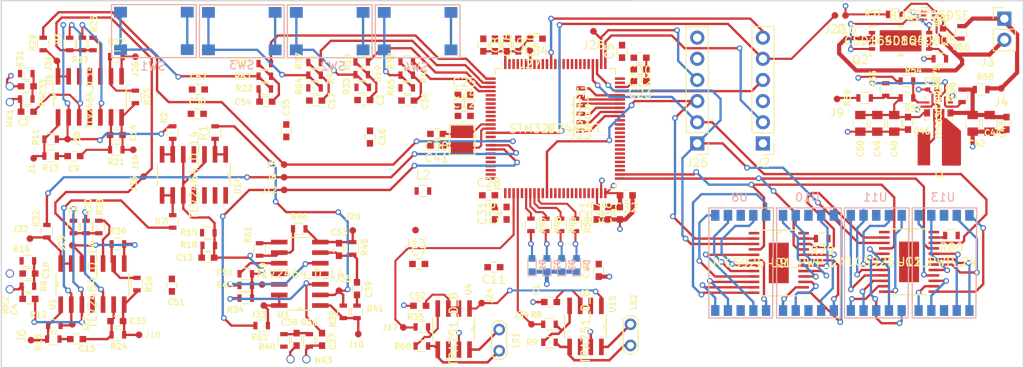
<source format=kicad_pcb>
(kicad_pcb (version 4) (host pcbnew 4.0.7)
  (layers (0 F.Cu signal) (1 In1.Cu power) (2 In2.Cu power hide) (31 B.Cu signal) (36 B.SilkS user) (37 F.SilkS user) (38 B.Mask user) (39 F.Mask user) (44 Edge.Cuts user))
  (net 0 "")
  (net 1 GND)
  (net 2 "Net-(C1-Pad2)")
  (net 3 "Net-(C3-Pad2)")
  (net 4 VDD)
  (net 5 VDDA)
  (net 6 "Net-(C9-Pad2)")
  (net 7 "Net-(C10-Pad2)")
  (net 8 "Net-(C21-Pad2)")
  (net 9 "Net-(C23-Pad2)")
  (net 10 "Net-(C33-Pad2)")
  (net 11 /OSC_IN)
  (net 12 /OSC_OUT)
  (net 13 "Net-(C42-Pad2)")
  (net 14 "Net-(C45-Pad2)")
  (net 15 "Net-(C46-Pad2)")
  (net 16 "Net-(C47-Pad2)")
  (net 17 "Net-(C52-Pad2)")
  (net 18 "Net-(C54-Pad2)")
  (net 19 "Net-(D1-Pad2)")
  (net 20 "Net-(D2-Pad2)")
  (net 21 "Net-(D3-Pad2)")
  (net 22 "Net-(D4-Pad2)")
  (net 23 /TCK)
  (net 24 /TMS)
  (net 25 /NRST)
  (net 26 /SWO)
  (net 27 /Batt+)
  (net 28 /In11)
  (net 29 /SCK)
  (net 30 /In12)
  (net 31 /MISO)
  (net 32 /In13)
  (net 33 /MOSI)
  (net 34 /Pop_Sup)
  (net 35 /BOOT0)
  (net 36 "Net-(L1-Pad1)")
  (net 37 "Net-(L1-Pad2)")
  (net 38 "Net-(LS1-Pad1)")
  (net 39 "Net-(LS1-Pad2)")
  (net 40 "Net-(Q1-Pad4)")
  (net 41 "Net-(Q1-Pad5)")
  (net 42 "Net-(Q2-Pad4)")
  (net 43 "Net-(R35-Pad2)")
  (net 44 /LED_R)
  (net 45 /LED_B)
  (net 46 /LED_Y)
  (net 47 /LED_G)
  (net 48 "Net-(R52-Pad2)")
  (net 49 "Net-(R53-Pad2)")
  (net 50 "Net-(R55-Pad2)")
  (net 51 "Net-(R57-Pad2)")
  (net 52 /UserBtn1)
  (net 53 /UserBtn3)
  (net 54 /UserBtn2)
  (net 55 /UserBtn4)
  (net 56 "Net-(R79-Pad2)")
  (net 57 "Net-(R80-Pad2)")
  (net 58 "Net-(U8-Pad5)")
  (net 59 "Net-(U8-Pad4)")
  (net 60 "Net-(U8-Pad2)")
  (net 61 "Net-(U8-Pad1)")
  (net 62 "Net-(U8-Pad6)")
  (net 63 "Net-(U8-Pad7)")
  (net 64 "Net-(U8-Pad9)")
  (net 65 "Net-(U8-Pad10)")
  (net 66 "Net-(U10-Pad5)")
  (net 67 "Net-(U10-Pad4)")
  (net 68 "Net-(U10-Pad2)")
  (net 69 "Net-(U10-Pad1)")
  (net 70 "Net-(U10-Pad6)")
  (net 71 "Net-(U10-Pad7)")
  (net 72 "Net-(U10-Pad9)")
  (net 73 "Net-(U10-Pad10)")
  (net 74 "Net-(U11-Pad5)")
  (net 75 "Net-(U11-Pad4)")
  (net 76 "Net-(U11-Pad2)")
  (net 77 "Net-(U11-Pad1)")
  (net 78 "Net-(U11-Pad6)")
  (net 79 "Net-(U11-Pad7)")
  (net 80 "Net-(U11-Pad9)")
  (net 81 "Net-(U11-Pad10)")
  (net 82 "Net-(U12-Pad13)")
  (net 83 "Net-(U12-Pad18)")
  (net 84 "Net-(U12-Pad17)")
  (net 85 "Net-(U12-Pad16)")
  (net 86 "Net-(U12-Pad19)")
  (net 87 "Net-(U12-Pad20)")
  (net 88 "Net-(U12-Pad15)")
  (net 89 "Net-(U12-Pad14)")
  (net 90 "Net-(U12-Pad2)")
  (net 91 /Batt-)
  (net 92 "Net-(Q1-Pad1)")
  (net 93 /u1a+)
  (net 94 /u2a+)
  (net 95 /u1b-)
  (net 96 /u1bo)
  (net 97 "Net-(C15-Pad2)")
  (net 98 /u2b-)
  (net 99 /u2bo)
  (net 100 "Net-(C36-Pad2)")
  (net 101 /u3a+)
  (net 102 "Net-(C38-Pad2)")
  (net 103 "Net-(C39-Pad2)")
  (net 104 /u3b-)
  (net 105 /u3bo)
  (net 106 /u1a-)
  (net 107 /u2a-)
  (net 108 /u1ao)
  (net 109 /u2ao)
  (net 110 /u1b+)
  (net 111 /u2b+)
  (net 112 /u1c-)
  (net 113 /u1c+)
  (net 114 /u2c-)
  (net 115 /u1co)
  (net 116 /u2c+)
  (net 117 /u1d-)
  (net 118 /u2co)
  (net 119 /u2d-)
  (net 120 /u3a-)
  (net 121 /u3ao)
  (net 122 /u3b+)
  (net 123 /u3c-)
  (net 124 /u3c+)
  (net 125 /u3co)
  (net 126 /u3d-)
  (net 127 "Net-(C2-Pad2)")
  (net 128 "Net-(C4-Pad2)")
  (net 129 /Com_165)
  (net 130 "Net-(C17-Pad2)")
  (net 131 "Net-(C37-Pad2)")
  (net 132 /DAC_O1)
  (net 133 /SS)
  (net 134 /DAC_O2)
  (net 135 "Net-(LS2-Pad1)")
  (net 136 "Net-(LS2-Pad2)")
  (net 137 /u4a-)
  (net 138 /u4b-)
  (net 139 /u4c-)
  (net 140 "Net-(R8-Pad2)")
  (net 141 "Net-(R19-Pad2)")
  (net 142 "Net-(R22-Pad1)")
  (net 143 "Net-(R42-Pad2)")
  (net 144 "Net-(R44-Pad2)")
  (net 145 /Driver_oE)
  (net 146 /Driver_inE)
  (net 147 /GPIO_6)
  (net 148 /GPIO_5)
  (net 149 /GPIO_4)
  (net 150 /GPIO_3)
  (net 151 /GPIO_2)
  (net 152 /GPIO_1)
  (module Resistors_SMD:R_0603 (layer F.Cu) (at 128.7145 105.41 90)
    (fp_text reference R25 (at 2.413 0.127 90) (layer F.SilkS) (effects (font (size 0.7 0.7))))
    (fp_text value 1K)
    (pad 1 smd rect (at -0.75 0 90) (size 0.5 0.9) (layers F.Cu F.Mask) (net 129 /Com_165))
    (pad 2 smd rect (at 0.75 0 90) (size 0.5 0.9) (layers F.Cu F.Mask) (net 113 /u1c+))
  )
  (module custom:STM32F74XVXT (layer F.Cu) (at 184.15 115.57)
    (fp_text reference U2 (at 0 0) (layer F.SilkS))
    (fp_text value STM32F74XVXT (at 0 0) (layer F.SilkS))
    (pad 1 smd rect (at -7.75 -6.000001) (size 1.2 0.3) (layers F.Cu F.Mask) (net 52 /UserBtn1))
    (pad 2 smd rect (at -7.75 -5.499999) (size 1.2 0.3) (layers F.Cu F.Mask) (net 54 /UserBtn2))
    (pad 3 smd rect (at -7.75 -5) (size 1.2 0.3) (layers F.Cu F.Mask) (net 53 /UserBtn3))
    (pad 4 smd rect (at -7.75 -4.500001) (size 1.2 0.3) (layers F.Cu F.Mask) (net 55 /UserBtn4))
    (pad 5 smd rect (at -7.75 -4) (size 1.2 0.3) (layers F.Cu F.Mask))
    (pad 6 smd rect (at -7.75 -3.500001) (size 1.2 0.3) (layers F.Cu F.Mask) (net 4 VDD))
    (pad 7 smd rect (at -7.75 -2.999999) (size 1.2 0.3) (layers F.Cu F.Mask))
    (pad 8 smd rect (at -7.75 -2.5) (size 1.2 0.3) (layers F.Cu F.Mask))
    (pad 9 smd rect (at -7.75 -2.000001) (size 1.2 0.3) (layers F.Cu F.Mask))
    (pad 10 smd rect (at -7.75 -1.5) (size 1.2 0.3) (layers F.Cu F.Mask) (net 1 GND))
    (pad 11 smd rect (at -7.75 -1.000001) (size 1.2 0.3) (layers F.Cu F.Mask) (net 4 VDD))
    (pad 12 smd rect (at -7.75 -0.500002) (size 1.2 0.3) (layers F.Cu F.Mask) (net 11 /OSC_IN))
    (pad 13 smd rect (at -7.75 0) (size 1.2 0.3) (layers F.Cu F.Mask) (net 12 /OSC_OUT))
    (pad 14 smd rect (at -7.75 0.499999) (size 1.2 0.3) (layers F.Cu F.Mask) (net 25 /NRST))
    (pad 15 smd rect (at -7.75 1.000001) (size 1.2 0.3) (layers F.Cu F.Mask))
    (pad 16 smd rect (at -7.75 1.5) (size 1.2 0.3) (layers F.Cu F.Mask) (net 28 /In11))
    (pad 17 smd rect (at -7.75 1.999999) (size 1.2 0.3) (layers F.Cu F.Mask) (net 30 /In12))
    (pad 18 smd rect (at -7.75 2.5) (size 1.2 0.3) (layers F.Cu F.Mask) (net 32 /In13))
    (pad 19 smd rect (at -7.75 2.999999) (size 1.2 0.3) (layers F.Cu F.Mask) (net 1 GND))
    (pad 20 smd rect (at -7.75 3.500001) (size 1.2 0.3) (layers F.Cu F.Mask) (net 5 VDDA))
    (pad 21 smd rect (at -7.75 4) (size 1.2 0.3) (layers F.Cu F.Mask) (net 5 VDDA))
    (pad 22 smd rect (at -7.75 4.499999) (size 1.2 0.3) (layers F.Cu F.Mask))
    (pad 23 smd rect (at -7.75 5) (size 1.2 0.3) (layers F.Cu F.Mask))
    (pad 24 smd rect (at -7.75 5.499999) (size 1.2 0.3) (layers F.Cu F.Mask))
    (pad 25 smd rect (at -7.75 6.000001) (size 1.2 0.3) (layers F.Cu F.Mask) (net 34 /Pop_Sup))
    (pad 26 smd rect (at -6.000001 7.75 90) (size 1.2 0.3) (layers F.Cu F.Mask) (net 1 GND))
    (pad 27 smd rect (at -5.499999 7.75 90) (size 1.2 0.3) (layers F.Cu F.Mask) (net 4 VDD))
    (pad 28 smd rect (at -5 7.75 90) (size 1.2 0.3) (layers F.Cu F.Mask) (net 132 /DAC_O1))
    (pad 29 smd rect (at -4.500001 7.75 90) (size 1.2 0.3) (layers F.Cu F.Mask) (net 134 /DAC_O2))
    (pad 30 smd rect (at -4 7.75 90) (size 1.2 0.3) (layers F.Cu F.Mask))
    (pad 31 smd rect (at -3.500001 7.75 90) (size 1.2 0.3) (layers F.Cu F.Mask) (net 44 /LED_R))
    (pad 32 smd rect (at -2.999999 7.75 90) (size 1.2 0.3) (layers F.Cu F.Mask) (net 45 /LED_B))
    (pad 33 smd rect (at -2.5 7.75 90) (size 1.2 0.3) (layers F.Cu F.Mask) (net 46 /LED_Y))
    (pad 34 smd rect (at -2.000001 7.75 90) (size 1.2 0.3) (layers F.Cu F.Mask) (net 47 /LED_G))
    (pad 35 smd rect (at -1.5 7.75 90) (size 1.2 0.3) (layers F.Cu F.Mask))
    (pad 36 smd rect (at -1.000001 7.75 90) (size 1.2 0.3) (layers F.Cu F.Mask) (net 33 /MOSI))
    (pad 37 smd rect (at -0.499999 7.75 90) (size 1.2 0.3) (layers F.Cu F.Mask))
    (pad 38 smd rect (at 0 7.75 90) (size 1.2 0.3) (layers F.Cu F.Mask))
    (pad 39 smd rect (at 0.499999 7.75 90) (size 1.2 0.3) (layers F.Cu F.Mask))
    (pad 40 smd rect (at 1.000001 7.75 90) (size 1.2 0.3) (layers F.Cu F.Mask))
    (pad 41 smd rect (at 1.5 7.75 90) (size 1.2 0.3) (layers F.Cu F.Mask))
    (pad 42 smd rect (at 2.000001 7.75 90) (size 1.2 0.3) (layers F.Cu F.Mask))
    (pad 43 smd rect (at 2.5 7.75 90) (size 1.2 0.3) (layers F.Cu F.Mask))
    (pad 44 smd rect (at 2.999999 7.75 90) (size 1.2 0.3) (layers F.Cu F.Mask))
    (pad 45 smd rect (at 3.500001 7.75 90) (size 1.2 0.3) (layers F.Cu F.Mask))
    (pad 46 smd rect (at 4 7.75 90) (size 1.2 0.3) (layers F.Cu F.Mask))
    (pad 47 smd rect (at 4.500001 7.75 90) (size 1.2 0.3) (layers F.Cu F.Mask))
    (pad 48 smd rect (at 5 7.75 90) (size 1.2 0.3) (layers F.Cu F.Mask) (net 8 "Net-(C21-Pad2)"))
    (pad 49 smd rect (at 5.499999 7.75 90) (size 1.2 0.3) (layers F.Cu F.Mask) (net 1 GND))
    (pad 50 smd rect (at 6.000001 7.75 90) (size 1.2 0.3) (layers F.Cu F.Mask) (net 4 VDD))
    (pad 51 smd rect (at 7.75 6.000001) (size 1.2 0.3) (layers F.Cu F.Mask) (net 145 /Driver_oE))
    (pad 52 smd rect (at 7.75 5.499999) (size 1.2 0.3) (layers F.Cu F.Mask) (net 146 /Driver_inE))
    (pad 53 smd rect (at 7.75 5) (size 1.2 0.3) (layers F.Cu F.Mask))
    (pad 54 smd rect (at 7.75 4.500001) (size 1.2 0.3) (layers F.Cu F.Mask))
    (pad 55 smd rect (at 7.75 4) (size 1.2 0.3) (layers F.Cu F.Mask))
    (pad 56 smd rect (at 7.75 3.500001) (size 1.2 0.3) (layers F.Cu F.Mask))
    (pad 57 smd rect (at 7.75 2.999999) (size 1.2 0.3) (layers F.Cu F.Mask))
    (pad 58 smd rect (at 7.75 2.5) (size 1.2 0.3) (layers F.Cu F.Mask))
    (pad 59 smd rect (at 7.75 2.000001) (size 1.2 0.3) (layers F.Cu F.Mask))
    (pad 60 smd rect (at 7.75 1.5) (size 1.2 0.3) (layers F.Cu F.Mask))
    (pad 61 smd rect (at 7.75 1.000001) (size 1.2 0.3) (layers F.Cu F.Mask))
    (pad 62 smd rect (at 7.75 0.499999) (size 1.2 0.3) (layers F.Cu F.Mask))
    (pad 63 smd rect (at 7.75 0) (size 1.2 0.3) (layers F.Cu F.Mask))
    (pad 64 smd rect (at 7.75 -0.499999) (size 1.2 0.3) (layers F.Cu F.Mask))
    (pad 65 smd rect (at 7.75 -1.000001) (size 1.2 0.3) (layers F.Cu F.Mask))
    (pad 66 smd rect (at 7.75 -1.5) (size 1.2 0.3) (layers F.Cu F.Mask) (net 147 /GPIO_6))
    (pad 67 smd rect (at 7.75 -2.000001) (size 1.2 0.3) (layers F.Cu F.Mask) (net 148 /GPIO_5))
    (pad 68 smd rect (at 7.75 -2.5) (size 1.2 0.3) (layers F.Cu F.Mask) (net 149 /GPIO_4))
    (pad 69 smd rect (at 7.75 -2.999999) (size 1.2 0.3) (layers F.Cu F.Mask) (net 150 /GPIO_3))
    (pad 70 smd rect (at 7.75 -3.500001) (size 1.2 0.3) (layers F.Cu F.Mask) (net 151 /GPIO_2))
    (pad 71 smd rect (at 7.75 -4) (size 1.2 0.3) (layers F.Cu F.Mask) (net 152 /GPIO_1))
    (pad 72 smd rect (at 7.75 -4.500001) (size 1.2 0.3) (layers F.Cu F.Mask) (net 24 /TMS))
    (pad 73 smd rect (at 7.75 -5) (size 1.2 0.3) (layers F.Cu F.Mask) (net 9 "Net-(C23-Pad2)"))
    (pad 74 smd rect (at 7.75 -5.499999) (size 1.2 0.3) (layers F.Cu F.Mask) (net 1 GND))
    (pad 75 smd rect (at 7.75 -6.000001) (size 1.2 0.3) (layers F.Cu F.Mask) (net 4 VDD))
    (pad 76 smd rect (at 6.000001 -7.75 90) (size 1.2 0.3) (layers F.Cu F.Mask) (net 23 /TCK))
    (pad 77 smd rect (at 5.499999 -7.75 90) (size 1.2 0.3) (layers F.Cu F.Mask) (net 133 /SS))
    (pad 78 smd rect (at 5 -7.75 90) (size 1.2 0.3) (layers F.Cu F.Mask) (net 29 /SCK))
    (pad 79 smd rect (at 4.500001 -7.75 90) (size 1.2 0.3) (layers F.Cu F.Mask) (net 31 /MISO))
    (pad 80 smd rect (at 4 -7.75 90) (size 1.2 0.3) (layers F.Cu F.Mask))
    (pad 81 smd rect (at 3.500001 -7.75 90) (size 1.2 0.3) (layers F.Cu F.Mask))
    (pad 82 smd rect (at 2.999999 -7.75 90) (size 1.2 0.3) (layers F.Cu F.Mask))
    (pad 83 smd rect (at 2.5 -7.75 90) (size 1.2 0.3) (layers F.Cu F.Mask))
    (pad 84 smd rect (at 2.000001 -7.75 90) (size 1.2 0.3) (layers F.Cu F.Mask))
    (pad 85 smd rect (at 1.5 -7.75 90) (size 1.2 0.3) (layers F.Cu F.Mask))
    (pad 86 smd rect (at 1.000001 -7.75 90) (size 1.2 0.3) (layers F.Cu F.Mask))
    (pad 87 smd rect (at 0.499999 -7.75 90) (size 1.2 0.3) (layers F.Cu F.Mask))
    (pad 88 smd rect (at 0 -7.75 90) (size 1.2 0.3) (layers F.Cu F.Mask))
    (pad 89 smd rect (at -0.499999 -7.75 90) (size 1.2 0.3) (layers F.Cu F.Mask) (net 26 /SWO))
    (pad 90 smd rect (at -1.000001 -7.75 90) (size 1.2 0.3) (layers F.Cu F.Mask))
    (pad 91 smd rect (at -1.5 -7.75 90) (size 1.2 0.3) (layers F.Cu F.Mask))
    (pad 92 smd rect (at -2.000001 -7.75 90) (size 1.2 0.3) (layers F.Cu F.Mask))
    (pad 93 smd rect (at -2.5 -7.75 90) (size 1.2 0.3) (layers F.Cu F.Mask))
    (pad 94 smd rect (at -2.999999 -7.75 90) (size 1.2 0.3) (layers F.Cu F.Mask) (net 35 /BOOT0))
    (pad 95 smd rect (at -3.500001 -7.75 90) (size 1.2 0.3) (layers F.Cu F.Mask))
    (pad 96 smd rect (at -4 -7.75 90) (size 1.2 0.3) (layers F.Cu F.Mask))
    (pad 97 smd rect (at -4.500001 -7.75 90) (size 1.2 0.3) (layers F.Cu F.Mask))
    (pad 98 smd rect (at -5 -7.75 90) (size 1.2 0.3) (layers F.Cu F.Mask))
    (pad 99 smd rect (at -5.499999 -7.75 90) (size 1.2 0.3) (layers F.Cu F.Mask) (net 1 GND))
    (pad 100 smd rect (at -6.000001 -7.75 90) (size 1.2 0.3) (layers F.Cu F.Mask) (net 4 VDD))
  )
  (module Capacitors_SMD:C_0603 (layer F.Cu) (at 192.151 106.299 90)
    (fp_text reference C5 (at 0 -1.5 90) (layer F.SilkS))
    (fp_text value 1uF)
    (pad 2 smd rect (at 0.75 0 90) (size 0.8 0.75) (layers F.Cu F.Mask) (net 1 GND))
    (pad 1 smd rect (at -0.75 0 90) (size 0.8 0.75) (layers F.Cu F.Mask) (net 4 VDD))
  )
  (module Capacitors_SMD:C_0603 (layer F.Cu) (at 178.308 105.537 270)
    (fp_text reference C6 (at 0 -1.5 270) (layer F.SilkS))
    (fp_text value 100nF)
    (pad 2 smd rect (at 0.75 0 270) (size 0.8 0.75) (layers F.Cu F.Mask) (net 4 VDD))
    (pad 1 smd rect (at -0.75 0 270) (size 0.8 0.75) (layers F.Cu F.Mask) (net 1 GND))
  )
  (module Capacitors_SMD:C_0603 (layer F.Cu) (at 167.767 131.826)
    (fp_text reference C7 (at 0 -1.5) (layer F.SilkS))
    (fp_text value 100nF)
    (pad 2 smd rect (at 0.75 0) (size 0.8 0.75) (layers F.Cu F.Mask) (net 5 VDDA))
    (pad 1 smd rect (at -0.75 0) (size 0.8 0.75) (layers F.Cu F.Mask) (net 1 GND))
  )
  (module Capacitors_SMD:C_0603 (layer F.Cu) (at 175.514 105.537 270)
    (fp_text reference C8 (at 0 -1.5 270) (layer F.SilkS))
    (fp_text value 100nF)
    (pad 2 smd rect (at 0.75 0 270) (size 0.8 0.75) (layers F.Cu F.Mask) (net 4 VDD))
    (pad 1 smd rect (at -0.75 0 270) (size 0.8 0.75) (layers F.Cu F.Mask) (net 1 GND))
  )
  (module Capacitors_SMD:C_0603 (layer F.Cu) (at 176.784 132.207 180)
    (fp_text reference C11 (at 0 -1.5 180) (layer F.SilkS))
    (fp_text value 1uF)
    (pad 2 smd rect (at 0.75 0 180) (size 0.8 0.75) (layers F.Cu F.Mask) (net 5 VDDA))
    (pad 1 smd rect (at -0.75 0 180) (size 0.8 0.75) (layers F.Cu F.Mask) (net 1 GND))
  )
  (module Capacitors_SMD:C_0603 (layer F.Cu) (at 173.228 114.046)
    (fp_text reference C12 (at 0 -1.5) (layer F.SilkS))
    (fp_text value 100nF)
    (pad 2 smd rect (at 0.75 0) (size 0.8 0.75) (layers F.Cu F.Mask) (net 4 VDD))
    (pad 1 smd rect (at -0.75 0) (size 0.8 0.75) (layers F.Cu F.Mask) (net 1 GND))
  )
  (module Capacitors_SMD:C_0603 (layer F.Cu) (at 161.925 116.586 270)
    (fp_text reference C16 (at 0 -1.5 270) (layer F.SilkS) (effects (font (size 0.7 0.7))))
    (fp_text value 10uF)
    (pad 2 smd rect (at 0.75 0 270) (size 0.8 0.75) (layers F.Cu F.Mask) (net 5 VDDA))
    (pad 1 smd rect (at -0.75 0 270) (size 0.8 0.75) (layers F.Cu F.Mask) (net 1 GND))
  )
  (module Capacitors_SMD:C_0603 (layer F.Cu) (at 191.897 125.73 90)
    (fp_text reference C18 (at 0 -1.5 90) (layer F.SilkS))
    (fp_text value 100nF)
    (pad 2 smd rect (at 0.75 0 90) (size 0.8 0.75) (layers F.Cu F.Mask) (net 4 VDD))
    (pad 1 smd rect (at -0.75 0 90) (size 0.8 0.75) (layers F.Cu F.Mask) (net 1 GND))
  )
  (module Capacitors_SMD:C_0603 (layer F.Cu) (at 189.357 132.588 90)
    (fp_text reference C19 (at 0 -1.5 90) (layer F.SilkS) (effects (font (size 0.7 0.7))))
    (fp_text value 10uF)
    (pad 2 smd rect (at 0.75 0 90) (size 0.8 0.75) (layers F.Cu F.Mask) (net 5 VDDA))
    (pad 1 smd rect (at -0.75 0 90) (size 0.8 0.75) (layers F.Cu F.Mask) (net 1 GND))
  )
  (module Capacitors_SMD:C_0603 (layer F.Cu) (at 179.705 105.537 270)
    (fp_text reference C20 (at 0 -1.5 270) (layer F.SilkS))
    (fp_text value 100nF)
    (pad 2 smd rect (at 0.75 0 270) (size 0.8 0.75) (layers F.Cu F.Mask) (net 4 VDD))
    (pad 1 smd rect (at -0.75 0 270) (size 0.8 0.75) (layers F.Cu F.Mask) (net 1 GND))
  )
  (module Capacitors_SMD:C_0603 (layer F.Cu) (at 189.103 125.73 90)
    (fp_text reference C21 (at 0 -1.5 90) (layer F.SilkS))
    (fp_text value 2.2uF)
    (pad 2 smd rect (at 0.75 0 90) (size 0.8 0.75) (layers F.Cu F.Mask) (net 8 "Net-(C21-Pad2)"))
    (pad 1 smd rect (at -0.75 0 90) (size 0.8 0.75) (layers F.Cu F.Mask) (net 1 GND))
  )
  (module Capacitors_SMD:C_0603 (layer F.Cu) (at 194.31 108.458 180)
    (fp_text reference C22 (at 0 -1.5 180) (layer F.SilkS))
    (fp_text value 100nF)
    (pad 2 smd rect (at 0.75 0 180) (size 0.8 0.75) (layers F.Cu F.Mask) (net 4 VDD))
    (pad 1 smd rect (at -0.75 0 180) (size 0.8 0.75) (layers F.Cu F.Mask) (net 1 GND))
  )
  (module Capacitors_SMD:C_0603 (layer F.Cu) (at 194.31 109.855 180)
    (fp_text reference C23 (at 0 -1.5 180) (layer F.SilkS))
    (fp_text value 2.2uF)
    (pad 2 smd rect (at 0.75 0 180) (size 0.8 0.75) (layers F.Cu F.Mask) (net 9 "Net-(C23-Pad2)"))
    (pad 1 smd rect (at -0.75 0 180) (size 0.8 0.75) (layers F.Cu F.Mask) (net 1 GND))
  )
  (module Capacitors_SMD:C_0603 (layer F.Cu) (at 173.228 112.903)
    (fp_text reference C24 (at 0 -1.5) (layer F.SilkS))
    (fp_text value 100nF)
    (pad 2 smd rect (at 0.75 0) (size 0.8 0.75) (layers F.Cu F.Mask) (net 4 VDD))
    (pad 1 smd rect (at -0.75 0) (size 0.8 0.75) (layers F.Cu F.Mask) (net 1 GND))
  )
  (module Capacitors_SMD:C_0603 (layer F.Cu) (at 173.228 111.506)
    (fp_text reference C25 (at 0 -1.5) (layer F.SilkS))
    (fp_text value 100nF)
    (pad 2 smd rect (at 0.75 0) (size 0.8 0.75) (layers F.Cu F.Mask) (net 4 VDD))
    (pad 1 smd rect (at -0.75 0) (size 0.8 0.75) (layers F.Cu F.Mask) (net 1 GND))
  )
  (module Capacitors_SMD:C_0603 (layer F.Cu) (at 176.911 105.537 270)
    (fp_text reference C26 (at 0 -1.5 270) (layer F.SilkS))
    (fp_text value 100nF)
    (pad 2 smd rect (at 0.75 0 270) (size 0.8 0.75) (layers F.Cu F.Mask) (net 4 VDD))
    (pad 1 smd rect (at -0.75 0 270) (size 0.8 0.75) (layers F.Cu F.Mask) (net 1 GND))
  )
  (module Capacitors_SMD:C_0603 (layer F.Cu) (at 190.5 125.73 90)
    (fp_text reference C27 (at 0 -1.5 90) (layer F.SilkS))
    (fp_text value 100nF)
    (pad 2 smd rect (at 0.75 0 90) (size 0.8 0.75) (layers F.Cu F.Mask) (net 4 VDD))
    (pad 1 smd rect (at -0.75 0 90) (size 0.8 0.75) (layers F.Cu F.Mask) (net 1 GND))
  )
  (module Capacitors_SMD:C_0603 (layer F.Cu) (at 176.149 123.571)
    (fp_text reference C28 (at 0 -1.5) (layer F.SilkS))
    (fp_text value 100nF)
    (pad 2 smd rect (at 0.75 0) (size 0.8 0.75) (layers F.Cu F.Mask) (net 4 VDD))
    (pad 1 smd rect (at -0.75 0) (size 0.8 0.75) (layers F.Cu F.Mask) (net 1 GND))
  )
  (module Capacitors_SMD:C_0603 (layer F.Cu) (at 178.308 125.73 90)
    (fp_text reference C29 (at 0 -1.5 90) (layer F.SilkS))
    (fp_text value 100nF)
    (pad 2 smd rect (at 0.75 0 90) (size 0.8 0.75) (layers F.Cu F.Mask) (net 4 VDD))
    (pad 1 smd rect (at -0.75 0 90) (size 0.8 0.75) (layers F.Cu F.Mask) (net 1 GND))
  )
  (module Capacitors_SMD:C_0603 (layer F.Cu) (at 194.31 107.061 180)
    (fp_text reference C30 (at 0 -1.5 180) (layer F.SilkS))
    (fp_text value 100nF)
    (pad 2 smd rect (at 0.75 0 180) (size 0.8 0.75) (layers F.Cu F.Mask) (net 4 VDD))
    (pad 1 smd rect (at -0.75 0 180) (size 0.8 0.75) (layers F.Cu F.Mask) (net 1 GND))
  )
  (module Capacitors_SMD:C_0603 (layer F.Cu) (at 176.911 125.73 90)
    (fp_text reference C31 (at 0 -1.5 90) (layer F.SilkS))
    (fp_text value 100nF)
    (pad 2 smd rect (at 0.75 0 90) (size 0.8 0.75) (layers F.Cu F.Mask) (net 4 VDD))
    (pad 1 smd rect (at -0.75 0 90) (size 0.8 0.75) (layers F.Cu F.Mask) (net 1 GND))
  )
  (module Capacitors_SMD:C_0603 (layer F.Cu) (at 192.659 123.571 180)
    (fp_text reference C32 (at 0 -1.5 180) (layer F.SilkS))
    (fp_text value 100nF)
    (pad 2 smd rect (at 0.75 0 180) (size 0.8 0.75) (layers F.Cu F.Mask) (net 4 VDD))
    (pad 1 smd rect (at -0.75 0 180) (size 0.8 0.75) (layers F.Cu F.Mask) (net 1 GND))
  )
  (module Capacitors_SMD:C_0603 (layer F.Cu) (at 181.864 104.775 180)
    (fp_text reference C34 (at 0 -1.5 180) (layer F.SilkS))
    (fp_text value 4.7uF)
    (pad 2 smd rect (at 0.75 0 180) (size 0.8 0.75) (layers F.Cu F.Mask) (net 4 VDD))
    (pad 1 smd rect (at -0.75 0 180) (size 0.8 0.75) (layers F.Cu F.Mask) (net 1 GND))
  )
  (module Capacitors_SMD:C_0603 (layer F.Cu) (at 166.4589 112.2045)
    (fp_text reference C36 (at 2.0701 0.0635 90) (layer F.SilkS) (effects (font (size 0.7 0.7))))
    (fp_text value 1uF)
    (pad 2 smd rect (at 0.75 0) (size 0.8 0.75) (layers F.Cu F.Mask) (net 100 "Net-(C36-Pad2)"))
    (pad 1 smd rect (at -0.75 0) (size 0.8 0.75) (layers F.Cu F.Mask) (net 1 GND))
  )
  (module Capacitors_SMD:C_0603 (layer F.Cu) (at 169.926 116.205 180)
    (fp_text reference C40 (at 0 -1.5 180) (layer F.SilkS))
    (fp_text value 4.3pF)
    (pad 2 smd rect (at 0.75 0 180) (size 0.8 0.75) (layers F.Cu F.Mask) (net 1 GND))
    (pad 1 smd rect (at -0.75 0 180) (size 0.8 0.75) (layers F.Cu F.Mask) (net 11 /OSC_IN))
  )
  (module Capacitors_SMD:C_0603 (layer F.Cu) (at 169.926 117.602 180)
    (fp_text reference C41 (at 0 -1.5 180) (layer F.SilkS))
    (fp_text value 4.3pF)
    (pad 2 smd rect (at 0.75 0 180) (size 0.8 0.75) (layers F.Cu F.Mask) (net 1 GND))
    (pad 1 smd rect (at -0.75 0 180) (size 0.8 0.75) (layers F.Cu F.Mask) (net 12 /OSC_OUT))
  )
  (module Capacitors_SMD:C_0805 (layer F.Cu) (at 234.188 114.935 90)
    (fp_text reference C42 (at -2.413 0.508 180) (layer F.SilkS) (effects (font (size 0.7 0.7))))
    (fp_text value 10uF)
    (pad 1 smd rect (at -1 0 90) (size 1 1.25) (layers F.Cu F.Mask) (net 1 GND))
    (pad 2 smd rect (at 1 0 90) (size 1 1.25) (layers F.Cu F.Mask) (net 13 "Net-(C42-Pad2)"))
  )
  (module Capacitors_SMD:C_0805 (layer F.Cu) (at 236.22 114.935 90)
    (fp_text reference C43 (at -0.762 1.524 90) (layer F.SilkS) (effects (font (size 0.7 0.7))))
    (fp_text value 10uF)
    (pad 1 smd rect (at -1 0 90) (size 1 1.25) (layers F.Cu F.Mask) (net 1 GND))
    (pad 2 smd rect (at 1 0 90) (size 1 1.25) (layers F.Cu F.Mask) (net 13 "Net-(C42-Pad2)"))
  )
  (module Capacitors_SMD:C_0603 (layer F.Cu) (at 238.252 114.935 90)
    (fp_text reference C44 (at -1.143 -1.651 180) (layer F.SilkS) (effects (font (size 0.7 0.7))))
    (fp_text value 10uF)
    (pad 2 smd rect (at 0.75 0 90) (size 0.8 0.75) (layers F.Cu F.Mask) (net 13 "Net-(C42-Pad2)"))
    (pad 1 smd rect (at -0.75 0 90) (size 0.8 0.75) (layers F.Cu F.Mask) (net 1 GND))
  )
  (module Capacitors_SMD:C_0402 (layer F.Cu) (at 229.362 110.871)
    (fp_text reference C45 (at 0 -1.016) (layer F.SilkS) (effects (font (size 0.7 0.7))))
    (fp_text value 100nF)
    (pad 1 smd rect (at -0.55 0) (size 0.6 0.5) (layers F.Cu F.Mask) (net 1 GND))
    (pad 2 smd rect (at 0.55 0) (size 0.6 0.5) (layers F.Cu F.Mask) (net 14 "Net-(C45-Pad2)"))
  )
  (module Capacitors_SMD:C_0603 (layer F.Cu) (at 226.441 114.935 90)
    (fp_text reference C46 (at -0.9525 1.651 180) (layer F.SilkS) (effects (font (size 0.7 0.7))))
    (fp_text value 10uF)
    (pad 2 smd rect (at 0.75 0 90) (size 0.8 0.75) (layers F.Cu F.Mask) (net 15 "Net-(C46-Pad2)"))
    (pad 1 smd rect (at -0.75 0 90) (size 0.8 0.75) (layers F.Cu F.Mask) (net 1 GND))
  )
  (module Capacitors_SMD:C_0603 (layer F.Cu) (at 230.632 104.267 90)
    (fp_text reference C47 (at 1.905 -0.127 180) (layer F.SilkS) (effects (font (size 0.7 0.7))))
    (fp_text value 100nF)
    (pad 2 smd rect (at 0.75 0 90) (size 0.8 0.75) (layers F.Cu F.Mask) (net 16 "Net-(C47-Pad2)"))
    (pad 1 smd rect (at -0.75 0 90) (size 0.8 0.75) (layers F.Cu F.Mask) (net 91 /Batt-))
  )
  (module Capacitors_SMD:C_0805 (layer F.Cu) (at 224.79 114.935 90)
    (fp_text reference C48 (at -3.048 0 270) (layer F.SilkS) (effects (font (size 0.7 0.7))))
    (fp_text value 22uF)
    (pad 1 smd rect (at -1 0 90) (size 1 1.25) (layers F.Cu F.Mask) (net 1 GND))
    (pad 2 smd rect (at 1 0 90) (size 1 1.25) (layers F.Cu F.Mask) (net 15 "Net-(C46-Pad2)"))
  )
  (module Capacitors_SMD:C_0805 (layer F.Cu) (at 222.758 114.935 90)
    (fp_text reference C49 (at -3.048 0 270) (layer F.SilkS) (effects (font (size 0.7 0.7))))
    (fp_text value 22uF)
    (pad 1 smd rect (at -1 0 90) (size 1 1.25) (layers F.Cu F.Mask) (net 1 GND))
    (pad 2 smd rect (at 1 0 90) (size 1 1.25) (layers F.Cu F.Mask) (net 15 "Net-(C46-Pad2)"))
  )
  (module Capacitors_SMD:C_0805 (layer F.Cu) (at 220.726 114.935 90)
    (fp_text reference C50 (at -3.048 0 90) (layer F.SilkS) (effects (font (size 0.7 0.7))))
    (fp_text value 22uF)
    (pad 1 smd rect (at -1 0 90) (size 1 1.25) (layers F.Cu F.Mask) (net 1 GND))
    (pad 2 smd rect (at 1 0 90) (size 1 1.25) (layers F.Cu F.Mask) (net 15 "Net-(C46-Pad2)"))
  )
  (module Capacitors_SMD:C_0603 (layer F.Cu) (at 167.894 136.8425)
    (fp_text reference C52 (at -0.254 -1.2065) (layer F.SilkS) (effects (font (size 0.7 0.7))))
    (fp_text value 1uF)
    (pad 2 smd rect (at 0.75 0) (size 0.8 0.75) (layers F.Cu F.Mask) (net 17 "Net-(C52-Pad2)"))
    (pad 1 smd rect (at -0.75 0) (size 0.8 0.75) (layers F.Cu F.Mask) (net 1 GND))
  )
  (module Capacitors_SMD:C_0603 (layer F.Cu) (at 158.21025 130.07975 270)
    (fp_text reference C53 (at -2.06375 -0.03175 360) (layer F.SilkS) (effects (font (size 0.7 0.7))))
    (fp_text value "820 pF")
    (pad 2 smd rect (at 0.75 0 270) (size 0.8 0.75) (layers F.Cu F.Mask) (net 104 /u3b-))
    (pad 1 smd rect (at -0.75 0 270) (size 0.8 0.75) (layers F.Cu F.Mask) (net 105 /u3bo))
  )
  (module Capacitors_SMD:C_0603 (layer F.Cu) (at 149.4409 112.3315)
    (fp_text reference C54 (at -2.7559 0.0635) (layer F.SilkS) (effects (font (size 0.7 0.7))))
    (fp_text value 1uF)
    (pad 2 smd rect (at 0.75 0) (size 0.8 0.75) (layers F.Cu F.Mask) (net 18 "Net-(C54-Pad2)"))
    (pad 1 smd rect (at -0.75 0) (size 0.8 0.75) (layers F.Cu F.Mask) (net 1 GND))
  )
  (module Capacitors_SMD:C_0603 (layer F.Cu) (at 151.892 115.824 270)
    (fp_text reference C55 (at -2.794 0 270) (layer F.SilkS) (effects (font (size 0.7 0.7))))
    (fp_text value 100nF)
    (pad 2 smd rect (at 0.75 0 270) (size 0.8 0.75) (layers F.Cu F.Mask) (net 5 VDDA))
    (pad 1 smd rect (at -0.75 0 270) (size 0.8 0.75) (layers F.Cu F.Mask) (net 1 GND))
  )
  (module LEDs:LED_0603 (layer B.Cu) (at 181.356 131.953 90)
    (fp_text reference D1 (at 0 1.25 90) (layer B.SilkS) (effects (font (size 0.7 0.7)) (justify mirror)))
    (fp_text value LED)
    (pad 2 smd rect (at 0.8 0 270) (size 0.8 0.8) (layers B.Cu B.Mask) (net 19 "Net-(D1-Pad2)"))
    (pad 1 smd rect (at -0.8 0 270) (size 0.8 0.8) (layers B.Cu B.Mask) (net 1 GND))
  )
  (module LEDs:LED_0603 (layer B.Cu) (at 183.134 131.953 90)
    (fp_text reference D2 (at 0 1.25 90) (layer B.SilkS) (effects (font (size 0.7 0.7)) (justify mirror)))
    (fp_text value LED)
    (pad 2 smd rect (at 0.8 0 270) (size 0.8 0.8) (layers B.Cu B.Mask) (net 20 "Net-(D2-Pad2)"))
    (pad 1 smd rect (at -0.8 0 270) (size 0.8 0.8) (layers B.Cu B.Mask) (net 1 GND))
  )
  (module LEDs:LED_0603 (layer B.Cu) (at 184.912 131.953 90)
    (fp_text reference D3 (at 0 1.25 90) (layer B.SilkS) (effects (font (size 0.7 0.7)) (justify mirror)))
    (fp_text value LED)
    (pad 2 smd rect (at 0.8 0 270) (size 0.8 0.8) (layers B.Cu B.Mask) (net 21 "Net-(D3-Pad2)"))
    (pad 1 smd rect (at -0.8 0 270) (size 0.8 0.8) (layers B.Cu B.Mask) (net 1 GND))
  )
  (module LEDs:LED_0603 (layer B.Cu) (at 186.69 131.953 90)
    (fp_text reference D4 (at 0 1.25 90) (layer B.SilkS) (effects (font (size 0.7 0.7)) (justify mirror)))
    (fp_text value LED)
    (pad 2 smd rect (at 0.8 0 270) (size 0.8 0.8) (layers B.Cu B.Mask) (net 22 "Net-(D4-Pad2)"))
    (pad 1 smd rect (at -0.8 0 270) (size 0.8 0.8) (layers B.Cu B.Mask) (net 1 GND))
  )
  (module Pin_Headers:Pin_Header_Straight_1x06_Pitch2.54mm (layer F.Cu) (at 209.042 117.348 180)
    (fp_text reference J2 (at 0 -2.33 180) (layer F.SilkS))
    (fp_text value Conn_01x06)
    (pad 1 thru_hole rect (at 0 0 180) (size 1.7 1.7) (drill 1) (layers *.Cu *.Mask) (net 4 VDD))
    (pad 2 thru_hole oval (at 0 2.54 180) (size 1.7 1.7) (drill 1) (layers *.Cu *.Mask) (net 23 /TCK))
    (pad 3 thru_hole oval (at 0 5.08 180) (size 1.7 1.7) (drill 1) (layers *.Cu *.Mask) (net 1 GND))
    (pad 4 thru_hole oval (at 0 7.62 180) (size 1.7 1.7) (drill 1) (layers *.Cu *.Mask) (net 24 /TMS))
    (pad 5 thru_hole oval (at 0 10.16 180) (size 1.7 1.7) (drill 1) (layers *.Cu *.Mask) (net 25 /NRST))
    (pad 6 thru_hole oval (at 0 12.7 180) (size 1.7 1.7) (drill 1) (layers *.Cu *.Mask) (net 26 /SWO))
  )
  (module Pin_Headers:Pin_Header_Straight_1x02_Pitch2.54mm (layer F.Cu) (at 237.998 102.362)
    (fp_text reference J3 (at -2.032 5.207) (layer F.SilkS))
    (fp_text value Conn_01x02)
    (pad 1 thru_hole rect (at 0 0) (size 1.7 1.7) (drill 1) (layers *.Cu *.Mask) (net 27 /Batt+))
    (pad 2 thru_hole oval (at 0 2.54) (size 1.7 1.7) (drill 1) (layers *.Cu *.Mask) (net 91 /Batt-))
  )
  (module Pin_Headers:Pin_Header_Straight_1x06_Pitch2.54mm (layer F.Cu) (at 201.168 117.348 180)
    (fp_text reference J25 (at 0 -2.33 180) (layer F.SilkS))
    (fp_text value Conn_01x06)
    (pad 1 thru_hole rect (at 0 0 180) (size 1.7 1.7) (drill 1) (layers *.Cu *.Mask) (net 29 /SCK))
    (pad 2 thru_hole oval (at 0 2.54 180) (size 1.7 1.7) (drill 1) (layers *.Cu *.Mask) (net 31 /MISO))
    (pad 3 thru_hole oval (at 0 5.08 180) (size 1.7 1.7) (drill 1) (layers *.Cu *.Mask) (net 33 /MOSI))
    (pad 4 thru_hole oval (at 0 7.62 180) (size 1.7 1.7) (drill 1) (layers *.Cu *.Mask) (net 133 /SS))
    (pad 5 thru_hole oval (at 0 10.16 180) (size 1.7 1.7) (drill 1) (layers *.Cu *.Mask) (net 4 VDD))
    (pad 6 thru_hole oval (at 0 12.7 180) (size 1.7 1.7) (drill 1) (layers *.Cu *.Mask) (net 1 GND))
  )
  (module custom:L_cust01 (layer F.Cu) (at 229.87 117.983)
    (fp_text reference L1 (at 0.381 3.048) (layer F.SilkS) (effects (font (size 0.7 0.7))))
    (fp_text value 1.5uH)
    (pad 1 smd rect (at -1.524 0) (size 1.5 4) (layers F.Cu F.Mask) (net 36 "Net-(L1-Pad1)"))
    (pad 2 smd rect (at 2.032 0) (size 1.5 4) (layers F.Cu F.Mask) (net 37 "Net-(L1-Pad2)"))
  )
  (module Inductors_SMD:L_0603 (layer F.Cu) (at 168.275 123.063)
    (fp_text reference L2 (at 0 -1.9) (layer F.SilkS))
    (fp_text value Ferrite_Bead)
    (pad 1 smd rect (at -0.75 0) (size 0.5 0.9) (layers F.Cu F.Mask) (net 5 VDDA))
    (pad 2 smd rect (at 0.75 0) (size 0.5 0.9) (layers F.Cu F.Mask) (net 4 VDD))
  )
  (module Measurement_Points:Test_Point_2Pads (layer F.Cu) (at 177.419 139.7 270)
    (fp_text reference LS1 (at 1.27 -2 270) (layer F.SilkS) (effects (font (size 0.7 0.7))))
    (fp_text value Speaker)
    (pad 1 thru_hole circle (at 0 0 270) (size 1.4 1.4) (drill 0.8128) (layers *.Cu *.Mask) (net 38 "Net-(LS1-Pad1)"))
    (pad 2 thru_hole circle (at 2.54 0 270) (size 1.4 1.4) (drill 0.8128) (layers *.Cu *.Mask) (net 39 "Net-(LS1-Pad2)"))
  )
  (module custom:CMC2242PBL (layer F.Cu) (at 118.745 110.49 270)
    (fp_text reference MK1 (at 3.81 0 270) (layer F.SilkS) (effects (font (size 0.7 0.7))))
    (fp_text value Microphone)
    (pad 1 thru_hole circle (at 0 0 270) (size 1 1) (drill 0.762) (layers *.Cu *.Mask) (net 1 GND))
    (pad 2 thru_hole circle (at 1.9 0 270) (size 1 1) (drill 0.762) (layers *.Cu *.Mask) (net 127 "Net-(C2-Pad2)"))
  )
  (module custom:CMC2242PBL (layer F.Cu) (at 118.745 132.969 270)
    (fp_text reference MK2 (at 3.81 0.508 270) (layer F.SilkS) (effects (font (size 0.7 0.7))))
    (fp_text value Microphone)
    (pad 1 thru_hole circle (at 0 0 270) (size 1 1) (drill 0.762) (layers *.Cu *.Mask) (net 1 GND))
    (pad 2 thru_hole circle (at 1.9 0 270) (size 1 1) (drill 0.762) (layers *.Cu *.Mask) (net 128 "Net-(C4-Pad2)"))
  )
  (module custom:CMC2242PBL (layer F.Cu) (at 152.4 143.256)
    (fp_text reference MK3 (at 3.937 0.127) (layer F.SilkS) (effects (font (size 0.7 0.7))))
    (fp_text value Microphone)
    (pad 1 thru_hole circle (at 0 0) (size 1 1) (drill 0.762) (layers *.Cu *.Mask) (net 1 GND))
    (pad 2 thru_hole circle (at 1.9 0) (size 1 1) (drill 0.762) (layers *.Cu *.Mask) (net 131 "Net-(C37-Pad2)"))
  )
  (module Resistors_SMD:R_0603 (layer F.Cu) (at 123.19 127.889 270)
    (fp_text reference R32 (at -1.524 1.27 270) (layer F.SilkS) (effects (font (size 0.7 0.7))))
    (fp_text value 0)
    (pad 1 smd rect (at -0.75 0 270) (size 0.5 0.9) (layers F.Cu F.Mask) (net 30 /In12))
    (pad 2 smd rect (at 0.75 0 270) (size 0.5 0.9) (layers F.Cu F.Mask) (net 119 /u2d-))
  )
  (module Resistors_SMD:R_0603 (layer F.Cu) (at 168.148 139.3825)
    (fp_text reference R35 (at -0.762 -1.2065 180) (layer F.SilkS) (effects (font (size 0.7 0.7))))
    (fp_text value 10K)
    (pad 1 smd rect (at -0.75 0) (size 0.5 0.9) (layers F.Cu F.Mask) (net 132 /DAC_O1))
    (pad 2 smd rect (at 0.75 0) (size 0.5 0.9) (layers F.Cu F.Mask) (net 43 "Net-(R35-Pad2)"))
  )
  (module Resistors_SMD:R_0603 (layer F.Cu) (at 181.229 127.127 270)
    (fp_text reference R47 (at 0 -1.45 270) (layer F.SilkS) (effects (font (size 0.7 0.7))))
    (fp_text value R)
    (pad 1 smd rect (at -0.75 0 270) (size 0.5 0.9) (layers F.Cu F.Mask) (net 44 /LED_R))
    (pad 2 smd rect (at 0.75 0 270) (size 0.5 0.9) (layers F.Cu F.Mask) (net 19 "Net-(D1-Pad2)"))
  )
  (module Resistors_SMD:R_0603 (layer F.Cu) (at 183.007 127.127 270)
    (fp_text reference R48 (at 0 -1.45 270) (layer F.SilkS) (effects (font (size 0.7 0.7))))
    (fp_text value R)
    (pad 1 smd rect (at -0.75 0 270) (size 0.5 0.9) (layers F.Cu F.Mask) (net 45 /LED_B))
    (pad 2 smd rect (at 0.75 0 270) (size 0.5 0.9) (layers F.Cu F.Mask) (net 20 "Net-(D2-Pad2)"))
  )
  (module Resistors_SMD:R_0603 (layer F.Cu) (at 184.785 127.127 270)
    (fp_text reference R49 (at 0 -1.45 270) (layer F.SilkS) (effects (font (size 0.7 0.7))))
    (fp_text value R)
    (pad 1 smd rect (at -0.75 0 270) (size 0.5 0.9) (layers F.Cu F.Mask) (net 46 /LED_Y))
    (pad 2 smd rect (at 0.75 0 270) (size 0.5 0.9) (layers F.Cu F.Mask) (net 21 "Net-(D3-Pad2)"))
  )
  (module Resistors_SMD:R_0603 (layer F.Cu) (at 186.563 127.127 270)
    (fp_text reference R50 (at 0 -1.45 270) (layer F.SilkS) (effects (font (size 0.7 0.7))))
    (fp_text value R)
    (pad 1 smd rect (at -0.75 0 270) (size 0.5 0.9) (layers F.Cu F.Mask) (net 47 /LED_G))
    (pad 2 smd rect (at 0.75 0 270) (size 0.5 0.9) (layers F.Cu F.Mask) (net 22 "Net-(D4-Pad2)"))
  )
  (module Resistors_SMD:R_0603 (layer F.Cu) (at 232.918 111.633 270)
    (fp_text reference R52 (at -0.254 1.524 270) (layer F.SilkS) (effects (font (size 0.7 0.7))))
    (fp_text value 10K)
    (pad 1 smd rect (at -0.75 0 270) (size 0.5 0.9) (layers F.Cu F.Mask) (net 13 "Net-(C42-Pad2)"))
    (pad 2 smd rect (at 0.75 0 270) (size 0.5 0.9) (layers F.Cu F.Mask) (net 48 "Net-(R52-Pad2)"))
  )
  (module Resistors_SMD:R_0603 (layer F.Cu) (at 226.314 111.887)
    (fp_text reference R53 (at 0.762 1.27) (layer F.SilkS) (effects (font (size 0.7 0.7))))
    (fp_text value 470K)
    (pad 1 smd rect (at -0.75 0) (size 0.5 0.9) (layers F.Cu F.Mask) (net 15 "Net-(C46-Pad2)"))
    (pad 2 smd rect (at 0.75 0) (size 0.5 0.9) (layers F.Cu F.Mask) (net 49 "Net-(R53-Pad2)"))
  )
  (module Resistors_SMD:R_0603 (layer F.Cu) (at 226.314 109.855 180)
    (fp_text reference R54 (at -0.762 1.27 360) (layer F.SilkS) (effects (font (size 0.7 0.7))))
    (fp_text value 150K)
    (pad 1 smd rect (at -0.75 0 180) (size 0.5 0.9) (layers F.Cu F.Mask) (net 49 "Net-(R53-Pad2)"))
    (pad 2 smd rect (at 0.75 0 180) (size 0.5 0.9) (layers F.Cu F.Mask) (net 1 GND))
  )
  (module Resistors_SMD:R_0603 (layer F.Cu) (at 223.774 110.871 90)
    (fp_text reference R55 (at 1.27 -1.524 90) (layer F.SilkS) (effects (font (size 0.7 0.7))))
    (fp_text value 10K)
    (pad 1 smd rect (at -0.75 0 90) (size 0.5 0.9) (layers F.Cu F.Mask) (net 15 "Net-(C46-Pad2)"))
    (pad 2 smd rect (at 0.75 0 90) (size 0.5 0.9) (layers F.Cu F.Mask) (net 50 "Net-(R55-Pad2)"))
  )
  (module Resistors_SMD:R_0603 (layer F.Cu) (at 232.791 104.013 90)
    (fp_text reference R56 (at -1.778 0 180) (layer F.SilkS) (effects (font (size 0.7 0.7))))
    (fp_text value 330)
    (pad 1 smd rect (at -0.75 0 90) (size 0.5 0.9) (layers F.Cu F.Mask) (net 16 "Net-(C47-Pad2)"))
    (pad 2 smd rect (at 0.75 0 90) (size 0.5 0.9) (layers F.Cu F.Mask) (net 27 /Batt+))
  )
  (module Resistors_SMD:R_0603 (layer F.Cu) (at 224.79 101.854)
    (fp_text reference R57 (at -2.54 -0.127) (layer F.SilkS) (effects (font (size 0.7 0.7))))
    (fp_text value 2.2K)
    (pad 1 smd rect (at -0.75 0) (size 0.5 0.9) (layers F.Cu F.Mask) (net 1 GND))
    (pad 2 smd rect (at 0.75 0) (size 0.5 0.9) (layers F.Cu F.Mask) (net 51 "Net-(R57-Pad2)"))
  )
  (module Resistors_SMD:R_0603 (layer F.Cu) (at 235.204 110.871)
    (fp_text reference R58 (at 0.508 -1.524) (layer F.SilkS) (effects (font (size 0.7 0.7))))
    (fp_text value 0)
    (pad 1 smd rect (at -0.75 0) (size 0.5 0.9) (layers F.Cu F.Mask) (net 13 "Net-(C42-Pad2)"))
    (pad 2 smd rect (at 0.75 0) (size 0.5 0.9) (layers F.Cu F.Mask) (net 27 /Batt+))
  )
  (module Resistors_SMD:R_0603 (layer F.Cu) (at 221.234 111.887)
    (fp_text reference R59 (at -2.032 0 90) (layer F.SilkS) (effects (font (size 0.7 0.7))))
    (fp_text value 0)
    (pad 1 smd rect (at -0.75 0) (size 0.5 0.9) (layers F.Cu F.Mask) (net 4 VDD))
    (pad 2 smd rect (at 0.75 0) (size 0.5 0.9) (layers F.Cu F.Mask) (net 15 "Net-(C46-Pad2)"))
  )
  (module Resistors_SMD:R_0603 (layer F.Cu) (at 168.148 141.6685)
    (fp_text reference R60 (at -2.286 0.0635) (layer F.SilkS) (effects (font (size 0.7 0.7))))
    (fp_text value 10K)
    (pad 1 smd rect (at -0.75 0) (size 0.5 0.9) (layers F.Cu F.Mask) (net 43 "Net-(R35-Pad2)"))
    (pad 2 smd rect (at 0.75 0) (size 0.5 0.9) (layers F.Cu F.Mask) (net 39 "Net-(LS1-Pad2)"))
  )
  (module Resistors_SMD:R_0603 (layer F.Cu) (at 148.68525 130.07975 270)
    (fp_text reference R61 (at -1.80975 1.36525 270) (layer F.SilkS) (effects (font (size 0.7 0.7))))
    (fp_text value 10K)
    (pad 1 smd rect (at -0.75 0 270) (size 0.5 0.9) (layers F.Cu F.Mask) (net 125 /u3co))
    (pad 2 smd rect (at 0.75 0 270) (size 0.5 0.9) (layers F.Cu F.Mask) (net 123 /u3c-))
  )
  (module Resistors_SMD:R_0603 (layer F.Cu) (at 148.93925 139.22375)
    (fp_text reference R62 (at -0.254 1.397) (layer F.SilkS) (effects (font (size 0.7 0.7))))
    (fp_text value 0)
    (pad 1 smd rect (at -0.75 0) (size 0.5 0.9) (layers F.Cu F.Mask) (net 32 /In13))
    (pad 2 smd rect (at 0.75 0) (size 0.5 0.9) (layers F.Cu F.Mask) (net 126 /u3d-))
  )
  (module Resistors_SMD:R_0603 (layer F.Cu) (at 149.3139 107.7595)
    (fp_text reference R63 (at -2.6289 -0.0635) (layer F.SilkS) (effects (font (size 0.7 0.7))))
    (fp_text value 330)
    (pad 1 smd rect (at -0.75 0) (size 0.5 0.9) (layers F.Cu F.Mask) (net 18 "Net-(C54-Pad2)"))
    (pad 2 smd rect (at 0.75 0) (size 0.5 0.9) (layers F.Cu F.Mask) (net 52 /UserBtn1))
  )
  (module Resistors_SMD:R_0603 (layer F.Cu) (at 155.2829 110.6805 180)
    (fp_text reference R64 (at 1.8669 0.1905 270) (layer F.SilkS) (effects (font (size 0.7 0.7))))
    (fp_text value 10K)
    (pad 1 smd rect (at -0.75 0 180) (size 0.5 0.9) (layers F.Cu F.Mask) (net 143 "Net-(R42-Pad2)"))
    (pad 2 smd rect (at 0.75 0 180) (size 0.5 0.9) (layers F.Cu F.Mask) (net 1 GND))
  )
  (module Resistors_SMD:R_0603 (layer F.Cu) (at 166.3319 110.6805 180)
    (fp_text reference R65 (at 1.8669 0.0635 270) (layer F.SilkS) (effects (font (size 0.7 0.7))))
    (fp_text value 10K)
    (pad 1 smd rect (at -0.75 0 180) (size 0.5 0.9) (layers F.Cu F.Mask) (net 144 "Net-(R44-Pad2)"))
    (pad 2 smd rect (at 0.75 0 180) (size 0.5 0.9) (layers F.Cu F.Mask) (net 1 GND))
  )
  (module Resistors_SMD:R_0603 (layer F.Cu) (at 149.3139 109.2835 180)
    (fp_text reference R67 (at 2.6289 -0.0635 180) (layer F.SilkS) (effects (font (size 0.7 0.7))))
    (fp_text value 10K)
    (pad 1 smd rect (at -0.75 0 180) (size 0.5 0.9) (layers F.Cu F.Mask) (net 18 "Net-(C54-Pad2)"))
    (pad 2 smd rect (at 0.75 0 180) (size 0.5 0.9) (layers F.Cu F.Mask) (net 142 "Net-(R22-Pad1)"))
  )
  (module Resistors_SMD:R_0603 (layer F.Cu) (at 216.154 128.778 180)
    (fp_text reference R79 (at 0 -1.45 180) (layer F.SilkS))
    (fp_text value 750)
    (pad 1 smd rect (at -0.75 0 180) (size 0.5 0.9) (layers F.Cu F.Mask) (net 1 GND))
    (pad 2 smd rect (at 0.75 0 180) (size 0.5 0.9) (layers F.Cu F.Mask) (net 56 "Net-(R79-Pad2)"))
  )
  (module Resistors_SMD:R_0603 (layer F.Cu) (at 231.648 128.397 180)
    (fp_text reference R80 (at 0 -1.45 180) (layer F.SilkS))
    (fp_text value 750)
    (pad 1 smd rect (at -0.75 0 180) (size 0.5 0.9) (layers F.Cu F.Mask) (net 1 GND))
    (pad 2 smd rect (at 0.75 0 180) (size 0.5 0.9) (layers F.Cu F.Mask) (net 57 "Net-(R80-Pad2)"))
  )
  (module custom:ADTSM6 (layer B.Cu) (at 136.017 103.9876)
    (fp_text reference SW1 (at -0.127 4.0894) (layer B.SilkS) (effects (justify mirror)))
    (fp_text value SW_Push_Dual)
    (pad 1 smd rect (at -4 2.1) (size 1.55 1.3) (layers B.Cu B.Mask) (net 142 "Net-(R22-Pad1)"))
    (pad 2 smd rect (at 4 2.1) (size 1.55 1.3) (layers B.Cu B.Mask) (net 4 VDD))
    (pad 3 smd rect (at -4 -2.4) (size 1.55 1.3) (layers B.Cu B.Mask) (net 142 "Net-(R22-Pad1)"))
    (pad 4 smd rect (at 4 -2.4) (size 1.55 1.3) (layers B.Cu B.Mask) (net 4 VDD))
  )
  (module custom:ADTSM6 (layer B.Cu) (at 157.099 104.013)
    (fp_text reference SW2 (at 0.381 4.064) (layer B.SilkS) (effects (justify mirror)))
    (fp_text value SW_Push_Dual)
    (pad 1 smd rect (at -4 2.1) (size 1.55 1.3) (layers B.Cu B.Mask) (net 141 "Net-(R19-Pad2)"))
    (pad 2 smd rect (at 4 2.1) (size 1.55 1.3) (layers B.Cu B.Mask) (net 4 VDD))
    (pad 3 smd rect (at -4 -2.4) (size 1.55 1.3) (layers B.Cu B.Mask) (net 141 "Net-(R19-Pad2)"))
    (pad 4 smd rect (at 4 -2.4) (size 1.55 1.3) (layers B.Cu B.Mask) (net 4 VDD))
  )
  (module custom:ADTSM6 (layer B.Cu) (at 146.558 104.013)
    (fp_text reference SW3 (at 0 3.937) (layer B.SilkS) (effects (justify mirror)))
    (fp_text value SW_Push_Dual)
    (pad 1 smd rect (at -4 2.1) (size 1.55 1.3) (layers B.Cu B.Mask) (net 143 "Net-(R42-Pad2)"))
    (pad 2 smd rect (at 4 2.1) (size 1.55 1.3) (layers B.Cu B.Mask) (net 4 VDD))
    (pad 3 smd rect (at -4 -2.4) (size 1.55 1.3) (layers B.Cu B.Mask) (net 143 "Net-(R42-Pad2)"))
    (pad 4 smd rect (at 4 -2.4) (size 1.55 1.3) (layers B.Cu B.Mask) (net 4 VDD))
  )
  (module custom:ADTSM6 (layer B.Cu) (at 167.64 104.013)
    (fp_text reference SW4 (at -0.254 4.191) (layer B.SilkS) (effects (justify mirror)))
    (fp_text value SW_Push_Dual)
    (pad 1 smd rect (at -4 2.1) (size 1.55 1.3) (layers B.Cu B.Mask) (net 144 "Net-(R44-Pad2)"))
    (pad 2 smd rect (at 4 2.1) (size 1.55 1.3) (layers B.Cu B.Mask) (net 4 VDD))
    (pad 3 smd rect (at -4 -2.4) (size 1.55 1.3) (layers B.Cu B.Mask) (net 144 "Net-(R44-Pad2)"))
    (pad 4 smd rect (at 4 -2.4) (size 1.55 1.3) (layers B.Cu B.Mask) (net 4 VDD))
  )
  (module custom:TPA751_D_8 (layer F.Cu) (at 171.958 139.6365 270)
    (fp_text reference U4 (at -4.7625 -1.778 270) (layer F.SilkS) (effects (font (size 0.7 0.7))))
    (fp_text value TPA751_D_8 (at 0 0 270) (layer F.SilkS))
    (pad 1 smd rect (at -2.4638 -1.905 270) (size 1.9812 0.5588) (layers F.Cu F.Mask) (net 34 /Pop_Sup))
    (pad 2 smd rect (at -2.4638 -0.635 270) (size 1.9812 0.5588) (layers F.Cu F.Mask) (net 17 "Net-(C52-Pad2)"))
    (pad 3 smd rect (at -2.4638 0.635 270) (size 1.9812 0.5588) (layers F.Cu F.Mask) (net 17 "Net-(C52-Pad2)"))
    (pad 4 smd rect (at -2.4638 1.905 270) (size 1.9812 0.5588) (layers F.Cu F.Mask) (net 43 "Net-(R35-Pad2)"))
    (pad 5 smd rect (at 2.4638 1.905 270) (size 1.9812 0.5588) (layers F.Cu F.Mask) (net 39 "Net-(LS1-Pad2)"))
    (pad 6 smd rect (at 2.4638 0.635 270) (size 1.9812 0.5588) (layers F.Cu F.Mask) (net 5 VDDA))
    (pad 7 smd rect (at 2.4638 -0.635 270) (size 1.9812 0.5588) (layers F.Cu F.Mask) (net 1 GND))
    (pad 8 smd rect (at 2.4638 -1.905 270) (size 1.9812 0.5588) (layers F.Cu F.Mask) (net 38 "Net-(LS1-Pad1)"))
  )
  (module custom:TPS63070RNMR (layer F.Cu) (at 230.124 113.157 270)
    (fp_text reference U6 (at -2.54 -1.651 270) (layer F.SilkS) (effects (font (size 0.7 0.7))))
    (fp_text value TPS63070RNM (at 0 0 270) (layer F.SilkS) (effects (font (size 0.7 0.7))))
    (pad 1 smd rect (at -1.15 -0.750001) (size 0.24 0.599999) (layers F.Cu F.Mask) (net 48 "Net-(R52-Pad2)"))
    (pad 2 smd rect (at -1.15 -0.250002) (size 0.24 0.599999) (layers F.Cu F.Mask) (net 50 "Net-(R55-Pad2)"))
    (pad 3 smd rect (at -1.15 0.25) (size 0.24 0.599999) (layers F.Cu F.Mask) (net 14 "Net-(C45-Pad2)"))
    (pad 4 smd rect (at -1.15 0.749998) (size 0.24 0.599999) (layers F.Cu F.Mask) (net 1 GND))
    (pad 5 smd rect (at -0.725 1.4 270) (size 0.24 0.599999) (layers F.Cu F.Mask) (net 49 "Net-(R53-Pad2)"))
    (pad 6 smd rect (at -0.225001 1.4 270) (size 0.24 0.599999) (layers F.Cu F.Mask) (net 1 GND))
    (pad 7 smd rect (at 0.525 1.4) (size 0.700001 0.850001) (layers F.Cu F.Mask) (net 15 "Net-(C46-Pad2)"))
    (pad 8 smd rect (at 0.525 1.4) (size 0.700001 0.850001) (layers F.Cu F.Mask) (net 15 "Net-(C46-Pad2)"))
    (pad 9 smd rect (at 0.775 0.499999) (size 0.349999 1.45) (layers F.Cu F.Mask) (net 36 "Net-(L1-Pad1)"))
    (pad 10 smd rect (at 0.599999 0) (size 0.349999 1.799999) (layers F.Cu F.Mask) (net 1 GND))
    (pad 11 smd rect (at 0.775 -0.499999) (size 0.349999 1.45) (layers F.Cu F.Mask) (net 37 "Net-(L1-Pad2)"))
    (pad 12 smd rect (at 0.525 -1.4) (size 0.700001 0.850001) (layers F.Cu F.Mask) (net 13 "Net-(C42-Pad2)"))
    (pad 13 smd rect (at 0.525 -1.4) (size 0.700001 0.850001) (layers F.Cu F.Mask) (net 13 "Net-(C42-Pad2)"))
    (pad 14 smd rect (at -0.225001 -1.4 270) (size 0.24 0.599999) (layers F.Cu F.Mask) (net 48 "Net-(R52-Pad2)"))
    (pad 15 smd rect (at -0.725 -1.4 270) (size 0.24 0.599999) (layers F.Cu F.Mask) (net 1 GND))
  )
  (module custom:BQ29705DSER (layer F.Cu) (at 228.981 101.981)
    (fp_text reference U7 (at -1.905 0 90) (layer F.SilkS))
    (fp_text value BQ29705DSE (at 0 0) (layer F.SilkS))
    (pad 1 smd rect (at -0.620001 -0.499999) (size 0.660001 0.249999) (layers F.Cu F.Mask))
    (pad 2 smd rect (at -0.599999 0) (size 0.700001 0.249999) (layers F.Cu F.Mask) (net 40 "Net-(Q1-Pad4)"))
    (pad 3 smd rect (at -0.599999 0.499999) (size 0.700001 0.249999) (layers F.Cu F.Mask) (net 42 "Net-(Q2-Pad4)"))
    (pad 4 smd rect (at 0.599999 0.499999) (size 0.700001 0.249999) (layers F.Cu F.Mask) (net 91 /Batt-))
    (pad 5 smd rect (at 0.599999 0) (size 0.700001 0.249999) (layers F.Cu F.Mask) (net 16 "Net-(C47-Pad2)"))
    (pad 6 smd rect (at 0.599999 -0.499999) (size 0.700001 0.249999) (layers F.Cu F.Mask) (net 51 "Net-(R57-Pad2)"))
  )
  (module custom:INND-SS30 (layer B.Cu) (at 206.248 131.572)
    (fp_text reference U8 (at 0 -7.747) (layer B.SilkS) (effects (justify mirror)))
    (fp_text value 7SEGMENT_CC)
    (pad 5 smd rect (at 3.175 -5.588) (size 1 1.3) (layers B.Cu B.Mask) (net 58 "Net-(U8-Pad5)"))
    (pad 4 smd rect (at 1.651 -5.588) (size 1 1.3) (layers B.Cu B.Mask) (net 59 "Net-(U8-Pad4)"))
    (pad 3 smd rect (at 0.127 -5.588) (size 1 1.3) (layers B.Cu B.Mask) (net 1 GND))
    (pad 2 smd rect (at -1.397 -5.588) (size 1 1.3) (layers B.Cu B.Mask) (net 60 "Net-(U8-Pad2)"))
    (pad 1 smd rect (at -2.921 -5.588) (size 1 1.3) (layers B.Cu B.Mask) (net 61 "Net-(U8-Pad1)"))
    (pad 1 smd rect (at -2.921 -5.588) (size 1 1.3) (layers B.Cu B.Mask) (net 61 "Net-(U8-Pad1)"))
    (pad 2 smd rect (at -1.397 -5.588) (size 1 1.3) (layers B.Cu B.Mask) (net 60 "Net-(U8-Pad2)"))
    (pad 3 smd rect (at 0.127 -5.588) (size 1 1.3) (layers B.Cu B.Mask) (net 1 GND))
    (pad 4 smd rect (at 1.651 -5.588) (size 1 1.3) (layers B.Cu B.Mask) (net 59 "Net-(U8-Pad4)"))
    (pad 5 smd rect (at 3.175 -5.588) (size 1 1.3) (layers B.Cu B.Mask) (net 58 "Net-(U8-Pad5)"))
    (pad 6 smd rect (at 3.175 5.842) (size 1 1.3) (layers B.Cu B.Mask) (net 62 "Net-(U8-Pad6)"))
    (pad 7 smd rect (at 1.651 5.842) (size 1 1.3) (layers B.Cu B.Mask) (net 63 "Net-(U8-Pad7)"))
    (pad 8 smd rect (at 0.127 5.842) (size 1 1.3) (layers B.Cu B.Mask) (net 1 GND))
    (pad 9 smd rect (at -1.397 5.842) (size 1 1.3) (layers B.Cu B.Mask) (net 64 "Net-(U8-Pad9)"))
    (pad 10 smd rect (at -2.921 5.842) (size 1 1.3) (layers B.Cu B.Mask) (net 65 "Net-(U8-Pad10)"))
  )
  (module custom:INND-SS30 (layer B.Cu) (at 214.376 131.572)
    (fp_text reference U10 (at 0 -7.747) (layer B.SilkS) (effects (justify mirror)))
    (fp_text value 7SEGMENT_CC)
    (pad 5 smd rect (at 3.175 -5.588) (size 1 1.3) (layers B.Cu B.Mask) (net 66 "Net-(U10-Pad5)"))
    (pad 4 smd rect (at 1.651 -5.588) (size 1 1.3) (layers B.Cu B.Mask) (net 67 "Net-(U10-Pad4)"))
    (pad 3 smd rect (at 0.127 -5.588) (size 1 1.3) (layers B.Cu B.Mask) (net 1 GND))
    (pad 2 smd rect (at -1.397 -5.588) (size 1 1.3) (layers B.Cu B.Mask) (net 68 "Net-(U10-Pad2)"))
    (pad 1 smd rect (at -2.921 -5.588) (size 1 1.3) (layers B.Cu B.Mask) (net 69 "Net-(U10-Pad1)"))
    (pad 1 smd rect (at -2.921 -5.588) (size 1 1.3) (layers B.Cu B.Mask) (net 69 "Net-(U10-Pad1)"))
    (pad 2 smd rect (at -1.397 -5.588) (size 1 1.3) (layers B.Cu B.Mask) (net 68 "Net-(U10-Pad2)"))
    (pad 3 smd rect (at 0.127 -5.588) (size 1 1.3) (layers B.Cu B.Mask) (net 1 GND))
    (pad 4 smd rect (at 1.651 -5.588) (size 1 1.3) (layers B.Cu B.Mask) (net 67 "Net-(U10-Pad4)"))
    (pad 5 smd rect (at 3.175 -5.588) (size 1 1.3) (layers B.Cu B.Mask) (net 66 "Net-(U10-Pad5)"))
    (pad 6 smd rect (at 3.175 5.842) (size 1 1.3) (layers B.Cu B.Mask) (net 70 "Net-(U10-Pad6)"))
    (pad 7 smd rect (at 1.651 5.842) (size 1 1.3) (layers B.Cu B.Mask) (net 71 "Net-(U10-Pad7)"))
    (pad 8 smd rect (at 0.127 5.842) (size 1 1.3) (layers B.Cu B.Mask) (net 1 GND))
    (pad 9 smd rect (at -1.397 5.842) (size 1 1.3) (layers B.Cu B.Mask) (net 72 "Net-(U10-Pad9)"))
    (pad 10 smd rect (at -2.921 5.842) (size 1 1.3) (layers B.Cu B.Mask) (net 73 "Net-(U10-Pad10)"))
  )
  (module custom:INND-SS30 (layer B.Cu) (at 222.504 131.572)
    (fp_text reference U11 (at 0 -7.747) (layer B.SilkS) (effects (justify mirror)))
    (fp_text value 7SEGMENT_CC)
    (pad 5 smd rect (at 3.175 -5.588) (size 1 1.3) (layers B.Cu B.Mask) (net 74 "Net-(U11-Pad5)"))
    (pad 4 smd rect (at 1.651 -5.588) (size 1 1.3) (layers B.Cu B.Mask) (net 75 "Net-(U11-Pad4)"))
    (pad 3 smd rect (at 0.127 -5.588) (size 1 1.3) (layers B.Cu B.Mask) (net 1 GND))
    (pad 2 smd rect (at -1.397 -5.588) (size 1 1.3) (layers B.Cu B.Mask) (net 76 "Net-(U11-Pad2)"))
    (pad 1 smd rect (at -2.921 -5.588) (size 1 1.3) (layers B.Cu B.Mask) (net 77 "Net-(U11-Pad1)"))
    (pad 1 smd rect (at -2.921 -5.588) (size 1 1.3) (layers B.Cu B.Mask) (net 77 "Net-(U11-Pad1)"))
    (pad 2 smd rect (at -1.397 -5.588) (size 1 1.3) (layers B.Cu B.Mask) (net 76 "Net-(U11-Pad2)"))
    (pad 3 smd rect (at 0.127 -5.588) (size 1 1.3) (layers B.Cu B.Mask) (net 1 GND))
    (pad 4 smd rect (at 1.651 -5.588) (size 1 1.3) (layers B.Cu B.Mask) (net 75 "Net-(U11-Pad4)"))
    (pad 5 smd rect (at 3.175 -5.588) (size 1 1.3) (layers B.Cu B.Mask) (net 74 "Net-(U11-Pad5)"))
    (pad 6 smd rect (at 3.175 5.842) (size 1 1.3) (layers B.Cu B.Mask) (net 78 "Net-(U11-Pad6)"))
    (pad 7 smd rect (at 1.651 5.842) (size 1 1.3) (layers B.Cu B.Mask) (net 79 "Net-(U11-Pad7)"))
    (pad 8 smd rect (at 0.127 5.842) (size 1 1.3) (layers B.Cu B.Mask) (net 1 GND))
    (pad 9 smd rect (at -1.397 5.842) (size 1 1.3) (layers B.Cu B.Mask) (net 80 "Net-(U11-Pad9)"))
    (pad 10 smd rect (at -2.921 5.842) (size 1 1.3) (layers B.Cu B.Mask) (net 81 "Net-(U11-Pad10)"))
  )
  (module custom:INND-SS30 (layer B.Cu) (at 230.632 131.572)
    (fp_text reference U13 (at 0 -7.747) (layer B.SilkS) (effects (justify mirror)))
    (fp_text value 7SEGMENT_CC)
    (pad 5 smd rect (at 3.175 -5.588) (size 1 1.3) (layers B.Cu B.Mask) (net 82 "Net-(U12-Pad13)"))
    (pad 4 smd rect (at 1.651 -5.588) (size 1 1.3) (layers B.Cu B.Mask) (net 83 "Net-(U12-Pad18)"))
    (pad 3 smd rect (at 0.127 -5.588) (size 1 1.3) (layers B.Cu B.Mask) (net 1 GND))
    (pad 2 smd rect (at -1.397 -5.588) (size 1 1.3) (layers B.Cu B.Mask) (net 84 "Net-(U12-Pad17)"))
    (pad 1 smd rect (at -2.921 -5.588) (size 1 1.3) (layers B.Cu B.Mask) (net 85 "Net-(U12-Pad16)"))
    (pad 1 smd rect (at -2.921 -5.588) (size 1 1.3) (layers B.Cu B.Mask) (net 85 "Net-(U12-Pad16)"))
    (pad 2 smd rect (at -1.397 -5.588) (size 1 1.3) (layers B.Cu B.Mask) (net 84 "Net-(U12-Pad17)"))
    (pad 3 smd rect (at 0.127 -5.588) (size 1 1.3) (layers B.Cu B.Mask) (net 1 GND))
    (pad 4 smd rect (at 1.651 -5.588) (size 1 1.3) (layers B.Cu B.Mask) (net 83 "Net-(U12-Pad18)"))
    (pad 5 smd rect (at 3.175 -5.588) (size 1 1.3) (layers B.Cu B.Mask) (net 82 "Net-(U12-Pad13)"))
    (pad 6 smd rect (at 3.175 5.842) (size 1 1.3) (layers B.Cu B.Mask) (net 86 "Net-(U12-Pad19)"))
    (pad 7 smd rect (at 1.651 5.842) (size 1 1.3) (layers B.Cu B.Mask) (net 87 "Net-(U12-Pad20)"))
    (pad 8 smd rect (at 0.127 5.842) (size 1 1.3) (layers B.Cu B.Mask) (net 1 GND))
    (pad 9 smd rect (at -1.397 5.842) (size 1 1.3) (layers B.Cu B.Mask) (net 88 "Net-(U12-Pad15)"))
    (pad 10 smd rect (at -2.921 5.842) (size 1 1.3) (layers B.Cu B.Mask) (net 89 "Net-(U12-Pad14)"))
  )
  (module custom:NX3225GD (layer F.Cu) (at 172.974 116.84 270)
    (fp_text reference Y1 (at 0.254 2.413 270) (layer F.SilkS))
    (fp_text value Crystal)
    (pad 1 smd rect (at -0.889 0 270) (size 1.5 2.7) (layers F.Cu F.Mask) (net 11 /OSC_IN))
    (pad 2 smd rect (at 1.016 0 270) (size 1.5 2.7) (layers F.Cu F.Mask) (net 12 /OSC_OUT))
  )
  (module custom:TLC5926-Q1_PWP_24 (layer F.Cu) (at 210.947 131.699)
    (fp_text reference U9 (at 0 0) (layer F.SilkS))
    (fp_text value TLC5926-Q1_PWP_24 (at 0 0) (layer F.SilkS))
    (pad 1 smd rect (at -2.9718 -3.575063) (size 1.27 0.3048) (layers F.Cu F.Mask) (net 1 GND))
    (pad 2 smd rect (at -2.9718 -2.925051) (size 1.27 0.3048) (layers F.Cu F.Mask) (net 33 /MOSI))
    (pad 3 smd rect (at -2.9718 -2.27504) (size 1.27 0.3048) (layers F.Cu F.Mask) (net 29 /SCK))
    (pad 4 smd rect (at -2.9718 -1.625028) (size 1.27 0.3048) (layers F.Cu F.Mask) (net 146 /Driver_inE))
    (pad 5 smd rect (at -2.9718 -0.975017) (size 1.27 0.3048) (layers F.Cu F.Mask) (net 63 "Net-(U8-Pad7)"))
    (pad 6 smd rect (at -2.9718 -0.325006) (size 1.27 0.3048) (layers F.Cu F.Mask) (net 62 "Net-(U8-Pad6)"))
    (pad 7 smd rect (at -2.9718 0.325006) (size 1.27 0.3048) (layers F.Cu F.Mask) (net 59 "Net-(U8-Pad4)"))
    (pad 8 smd rect (at -2.9718 0.975017) (size 1.27 0.3048) (layers F.Cu F.Mask) (net 60 "Net-(U8-Pad2)"))
    (pad 9 smd rect (at -2.9718 1.625028) (size 1.27 0.3048) (layers F.Cu F.Mask) (net 61 "Net-(U8-Pad1)"))
    (pad 10 smd rect (at -2.9718 2.27504) (size 1.27 0.3048) (layers F.Cu F.Mask) (net 64 "Net-(U8-Pad9)"))
    (pad 11 smd rect (at -2.9718 2.925051) (size 1.27 0.3048) (layers F.Cu F.Mask) (net 65 "Net-(U8-Pad10)"))
    (pad 12 smd rect (at -2.9718 3.575063) (size 1.27 0.3048) (layers F.Cu F.Mask) (net 58 "Net-(U8-Pad5)"))
    (pad 13 smd rect (at 2.9718 3.575063) (size 1.27 0.3048) (layers F.Cu F.Mask) (net 66 "Net-(U10-Pad5)"))
    (pad 14 smd rect (at 2.9718 2.925051) (size 1.27 0.3048) (layers F.Cu F.Mask) (net 73 "Net-(U10-Pad10)"))
    (pad 15 smd rect (at 2.9718 2.27504) (size 1.27 0.3048) (layers F.Cu F.Mask) (net 72 "Net-(U10-Pad9)"))
    (pad 16 smd rect (at 2.9718 1.625028) (size 1.27 0.3048) (layers F.Cu F.Mask) (net 69 "Net-(U10-Pad1)"))
    (pad 17 smd rect (at 2.9718 0.975017) (size 1.27 0.3048) (layers F.Cu F.Mask) (net 68 "Net-(U10-Pad2)"))
    (pad 18 smd rect (at 2.9718 0.325006) (size 1.27 0.3048) (layers F.Cu F.Mask) (net 67 "Net-(U10-Pad4)"))
    (pad 19 smd rect (at 2.9718 -0.325006) (size 1.27 0.3048) (layers F.Cu F.Mask) (net 70 "Net-(U10-Pad6)"))
    (pad 20 smd rect (at 2.9718 -0.975017) (size 1.27 0.3048) (layers F.Cu F.Mask) (net 71 "Net-(U10-Pad7)"))
    (pad 21 smd rect (at 2.9718 -1.625028) (size 1.27 0.3048) (layers F.Cu F.Mask) (net 145 /Driver_oE))
    (pad 22 smd rect (at 2.9718 -2.27504) (size 1.27 0.3048) (layers F.Cu F.Mask) (net 90 "Net-(U12-Pad2)"))
    (pad 23 smd rect (at 2.9718 -2.925051) (size 1.27 0.3048) (layers F.Cu F.Mask) (net 56 "Net-(R79-Pad2)"))
    (pad 24 smd rect (at 2.9718 -3.575063) (size 1.27 0.3048) (layers F.Cu F.Mask) (net 4 VDD))
    (pad 25 smd rect (at 0 0) (size 2.4 4.87) (layers F.Cu F.Mask) (net 1 GND))
  )
  (module custom:TLC5926-Q1_PWP_24 (layer F.Cu) (at 226.568 131.572)
    (fp_text reference U12 (at 0 0) (layer F.SilkS))
    (fp_text value TLC5926-Q1_PWP_24 (at 0 0) (layer F.SilkS))
    (pad 1 smd rect (at -2.9718 -3.575063) (size 1.27 0.3048) (layers F.Cu F.Mask) (net 1 GND))
    (pad 2 smd rect (at -2.9718 -2.925051) (size 1.27 0.3048) (layers F.Cu F.Mask) (net 90 "Net-(U12-Pad2)"))
    (pad 3 smd rect (at -2.9718 -2.27504) (size 1.27 0.3048) (layers F.Cu F.Mask) (net 29 /SCK))
    (pad 4 smd rect (at -2.9718 -1.625028) (size 1.27 0.3048) (layers F.Cu F.Mask) (net 146 /Driver_inE))
    (pad 5 smd rect (at -2.9718 -0.975017) (size 1.27 0.3048) (layers F.Cu F.Mask) (net 79 "Net-(U11-Pad7)"))
    (pad 6 smd rect (at -2.9718 -0.325006) (size 1.27 0.3048) (layers F.Cu F.Mask) (net 78 "Net-(U11-Pad6)"))
    (pad 7 smd rect (at -2.9718 0.325006) (size 1.27 0.3048) (layers F.Cu F.Mask) (net 75 "Net-(U11-Pad4)"))
    (pad 8 smd rect (at -2.9718 0.975017) (size 1.27 0.3048) (layers F.Cu F.Mask) (net 76 "Net-(U11-Pad2)"))
    (pad 9 smd rect (at -2.9718 1.625028) (size 1.27 0.3048) (layers F.Cu F.Mask) (net 77 "Net-(U11-Pad1)"))
    (pad 10 smd rect (at -2.9718 2.27504) (size 1.27 0.3048) (layers F.Cu F.Mask) (net 80 "Net-(U11-Pad9)"))
    (pad 11 smd rect (at -2.9718 2.925051) (size 1.27 0.3048) (layers F.Cu F.Mask) (net 81 "Net-(U11-Pad10)"))
    (pad 12 smd rect (at -2.9718 3.575063) (size 1.27 0.3048) (layers F.Cu F.Mask) (net 74 "Net-(U11-Pad5)"))
    (pad 13 smd rect (at 2.9718 3.575063) (size 1.27 0.3048) (layers F.Cu F.Mask) (net 82 "Net-(U12-Pad13)"))
    (pad 14 smd rect (at 2.9718 2.925051) (size 1.27 0.3048) (layers F.Cu F.Mask) (net 89 "Net-(U12-Pad14)"))
    (pad 15 smd rect (at 2.9718 2.27504) (size 1.27 0.3048) (layers F.Cu F.Mask) (net 88 "Net-(U12-Pad15)"))
    (pad 16 smd rect (at 2.9718 1.625028) (size 1.27 0.3048) (layers F.Cu F.Mask) (net 85 "Net-(U12-Pad16)"))
    (pad 17 smd rect (at 2.9718 0.975017) (size 1.27 0.3048) (layers F.Cu F.Mask) (net 84 "Net-(U12-Pad17)"))
    (pad 18 smd rect (at 2.9718 0.325006) (size 1.27 0.3048) (layers F.Cu F.Mask) (net 83 "Net-(U12-Pad18)"))
    (pad 19 smd rect (at 2.9718 -0.325006) (size 1.27 0.3048) (layers F.Cu F.Mask) (net 86 "Net-(U12-Pad19)"))
    (pad 20 smd rect (at 2.9718 -0.975017) (size 1.27 0.3048) (layers F.Cu F.Mask) (net 87 "Net-(U12-Pad20)"))
    (pad 21 smd rect (at 2.9718 -1.625028) (size 1.27 0.3048) (layers F.Cu F.Mask) (net 145 /Driver_oE))
    (pad 22 smd rect (at 2.9718 -2.27504) (size 1.27 0.3048) (layers F.Cu F.Mask) (net 31 /MISO))
    (pad 23 smd rect (at 2.9718 -2.925051) (size 1.27 0.3048) (layers F.Cu F.Mask) (net 57 "Net-(R80-Pad2)"))
    (pad 24 smd rect (at 2.9718 -3.575063) (size 1.27 0.3048) (layers F.Cu F.Mask) (net 4 VDD))
    (pad 25 smd rect (at 0 0) (size 2.4 4.87) (layers F.Cu F.Mask) (net 1 GND))
  )
  (module Resistors_SMD:R_0603 (layer F.Cu) (at 230.251 107.188 180)
    (fp_text reference R75 (at 0.381 -1.778 450) (layer F.SilkS) (effects (font (size 0.7 0.7))))
    (fp_text value 25m)
    (pad 1 smd rect (at -0.75 0 180) (size 0.5 0.9) (layers F.Cu F.Mask) (net 92 "Net-(Q1-Pad1)"))
    (pad 2 smd rect (at 0.75 0 180) (size 0.5 0.9) (layers F.Cu F.Mask) (net 1 GND))
  )
  (module Capacitors_SMD:C_0603 (layer F.Cu) (at 121.031 136.017 180)
    (fp_text reference C4 (at 1.778 -1.27 270) (layer F.SilkS) (effects (font (size 0.7 0.7))))
    (fp_text value 1uF)
    (pad 2 smd rect (at 0.75 0 180) (size 0.8 0.75) (layers F.Cu F.Mask) (net 128 "Net-(C4-Pad2)"))
    (pad 1 smd rect (at -0.75 0 180) (size 0.8 0.75) (layers F.Cu F.Mask) (net 94 /u2a+))
  )
  (module Capacitors_SMD:C_0603 (layer F.Cu) (at 121.031 132.969)
    (fp_text reference C10 (at 2.032 -0.381 90) (layer F.SilkS) (effects (font (size 0.7 0.7))))
    (fp_text value 10uF)
    (pad 2 smd rect (at 0.75 0) (size 0.8 0.75) (layers F.Cu F.Mask) (net 7 "Net-(C10-Pad2)"))
    (pad 1 smd rect (at -0.75 0) (size 0.8 0.75) (layers F.Cu F.Mask) (net 1 GND))
  )
  (module Capacitors_SMD:C_0603 (layer F.Cu) (at 126.746 140.843 180)
    (fp_text reference C15 (at -1.27 -1.143 180) (layer F.SilkS) (effects (font (size 0.7 0.7))))
    (fp_text value 1uF)
    (pad 2 smd rect (at 0.75 0 180) (size 0.8 0.75) (layers F.Cu F.Mask) (net 97 "Net-(C15-Pad2)"))
    (pad 1 smd rect (at -0.75 0 180) (size 0.8 0.75) (layers F.Cu F.Mask) (net 98 /u2b-))
  )
  (module Capacitors_SMD:C_0603 (layer F.Cu) (at 155.4099 112.2045)
    (fp_text reference C17 (at 1.9431 0.0635 270) (layer F.SilkS) (effects (font (size 0.7 0.7))))
    (fp_text value 1uF)
    (pad 2 smd rect (at 0.75 0) (size 0.8 0.75) (layers F.Cu F.Mask) (net 130 "Net-(C17-Pad2)"))
    (pad 1 smd rect (at -0.75 0) (size 0.8 0.75) (layers F.Cu F.Mask) (net 1 GND))
  )
  (module Capacitors_SMD:C_0603 (layer F.Cu) (at 131.572 138.684 180)
    (fp_text reference C35 (at -2.54 0 180) (layer F.SilkS) (effects (font (size 0.7 0.7))))
    (fp_text value "820 pF")
    (pad 2 smd rect (at 0.75 0 180) (size 0.8 0.75) (layers F.Cu F.Mask) (net 98 /u2b-))
    (pad 1 smd rect (at -0.75 0 180) (size 0.8 0.75) (layers F.Cu F.Mask) (net 99 /u2bo))
  )
  (module Capacitors_SMD:C_0603 (layer F.Cu) (at 156.17825 140.87475 270)
    (fp_text reference C37 (at 0.254 -1.27 450) (layer F.SilkS) (effects (font (size 0.7 0.7))))
    (fp_text value 1uF)
    (pad 2 smd rect (at 0.75 0 270) (size 0.8 0.75) (layers F.Cu F.Mask) (net 131 "Net-(C37-Pad2)"))
    (pad 1 smd rect (at -0.75 0 270) (size 0.8 0.75) (layers F.Cu F.Mask) (net 101 /u3a+))
  )
  (module Capacitors_SMD:C_0603 (layer F.Cu) (at 153.13025 140.87475 90)
    (fp_text reference C38 (at 2.032 -0.889 180) (layer F.SilkS) (effects (font (size 0.7 0.7))))
    (fp_text value 10uF)
    (pad 2 smd rect (at 0.75 0 90) (size 0.8 0.75) (layers F.Cu F.Mask) (net 102 "Net-(C38-Pad2)"))
    (pad 1 smd rect (at -0.75 0 90) (size 0.8 0.75) (layers F.Cu F.Mask) (net 1 GND))
  )
  (module Capacitors_SMD:C_0603 (layer F.Cu) (at 160.36925 134.77875 270)
    (fp_text reference C39 (at 0.09525 -1.42875 270) (layer F.SilkS) (effects (font (size 0.7 0.7))))
    (fp_text value 1uF)
    (pad 2 smd rect (at 0.75 0 270) (size 0.8 0.75) (layers F.Cu F.Mask) (net 103 "Net-(C39-Pad2)"))
    (pad 1 smd rect (at -0.75 0 270) (size 0.8 0.75) (layers F.Cu F.Mask) (net 104 /u3b-))
  )
  (module Resistors_SMD:R_0603 (layer F.Cu) (at 126.365 127.381 270)
    (fp_text reference R5 (at -2.032 0 360) (layer F.SilkS) (effects (font (size 0.7 0.7))))
    (fp_text value 1k)
    (pad 1 smd rect (at -0.75 0 270) (size 0.5 0.9) (layers F.Cu F.Mask) (net 94 /u2a+))
    (pad 2 smd rect (at 0.75 0 270) (size 0.5 0.9) (layers F.Cu F.Mask) (net 129 /Com_165))
  )
  (module Resistors_SMD:R_0603 (layer F.Cu) (at 183.4515 139.065)
    (fp_text reference R8 (at -1.5875 -1.143) (layer F.SilkS) (effects (font (size 0.7 0.7))))
    (fp_text value 10K)
    (pad 1 smd rect (at -0.75 0) (size 0.5 0.9) (layers F.Cu F.Mask) (net 134 /DAC_O2))
    (pad 2 smd rect (at 0.75 0) (size 0.5 0.9) (layers F.Cu F.Mask) (net 140 "Net-(R8-Pad2)"))
  )
  (module Resistors_SMD:R_0603 (layer F.Cu) (at 160.9344 107.569)
    (fp_text reference R10 (at -1.6764 0 90) (layer F.SilkS) (effects (font (size 0.7 0.7))))
    (fp_text value 330)
    (pad 1 smd rect (at -0.75 0) (size 0.5 0.9) (layers F.Cu F.Mask) (net 3 "Net-(C3-Pad2)"))
    (pad 2 smd rect (at 0.75 0) (size 0.5 0.9) (layers F.Cu F.Mask) (net 53 /UserBtn3))
  )
  (module Resistors_SMD:R_0603 (layer F.Cu) (at 124.079 139.192)
    (fp_text reference R12 (at -1.905 -1.27) (layer F.SilkS) (effects (font (size 0.7 0.7))))
    (fp_text value 5k)
    (pad 1 smd rect (at -0.75 0) (size 0.5 0.9) (layers F.Cu F.Mask) (net 109 /u2ao))
    (pad 2 smd rect (at 0.75 0) (size 0.5 0.9) (layers F.Cu F.Mask) (net 107 /u2a-))
  )
  (module Resistors_SMD:R_0603 (layer F.Cu) (at 120.904 131.445)
    (fp_text reference R14 (at -0.762 -1.397) (layer F.SilkS) (effects (font (size 0.7 0.7))))
    (fp_text value 10K)
    (pad 1 smd rect (at -0.75 0) (size 0.5 0.9) (layers F.Cu F.Mask) (net 5 VDDA))
    (pad 2 smd rect (at 0.75 0) (size 0.5 0.9) (layers F.Cu F.Mask) (net 7 "Net-(C10-Pad2)"))
  )
  (module Resistors_SMD:R_0603 (layer F.Cu) (at 123.952 140.843 180)
    (fp_text reference R16 (at 1.778 -0.381 270) (layer F.SilkS) (effects (font (size 0.7 0.7))))
    (fp_text value 1K)
    (pad 1 smd rect (at -0.75 0 180) (size 0.5 0.9) (layers F.Cu F.Mask) (net 97 "Net-(C15-Pad2)"))
    (pad 2 smd rect (at 0.75 0 180) (size 0.5 0.9) (layers F.Cu F.Mask) (net 109 /u2ao))
  )
  (module Resistors_SMD:R_0603 (layer F.Cu) (at 160.9344 109.093 180)
    (fp_text reference R19 (at -2.0066 0.127 270) (layer F.SilkS) (effects (font (size 0.7 0.7))))
    (fp_text value 10K)
    (pad 1 smd rect (at -0.75 0 180) (size 0.5 0.9) (layers F.Cu F.Mask) (net 3 "Net-(C3-Pad2)"))
    (pad 2 smd rect (at 0.75 0 180) (size 0.5 0.9) (layers F.Cu F.Mask) (net 141 "Net-(R19-Pad2)"))
  )
  (module Resistors_SMD:R_0603 (layer F.Cu) (at 127.889 127.381 90)
    (fp_text reference R20 (at 2.413 0.254 90) (layer F.SilkS) (effects (font (size 0.7 0.7))))
    (fp_text value 1k)
    (pad 1 smd rect (at -0.75 0 90) (size 0.5 0.9) (layers F.Cu F.Mask) (net 129 /Com_165))
    (pad 2 smd rect (at 0.75 0 90) (size 0.5 0.9) (layers F.Cu F.Mask) (net 111 /u2b+))
  )
  (module Resistors_SMD:R_0603 (layer F.Cu) (at 149.3139 110.8075 180)
    (fp_text reference R22 (at 2.5019 0.0635 180) (layer F.SilkS) (effects (font (size 0.7 0.7))))
    (fp_text value 10K)
    (pad 1 smd rect (at -0.75 0 180) (size 0.5 0.9) (layers F.Cu F.Mask) (net 142 "Net-(R22-Pad1)"))
    (pad 2 smd rect (at 0.75 0 180) (size 0.5 0.9) (layers F.Cu F.Mask) (net 1 GND))
  )
  (module Resistors_SMD:R_0603 (layer F.Cu) (at 131.699 140.335 180)
    (fp_text reference R24 (at -0.127 -1.397 180) (layer F.SilkS) (effects (font (size 0.7 0.7))))
    (fp_text value 10K)
    (pad 1 smd rect (at -0.75 0 180) (size 0.5 0.9) (layers F.Cu F.Mask) (net 99 /u2bo))
    (pad 2 smd rect (at 0.75 0 180) (size 0.5 0.9) (layers F.Cu F.Mask) (net 98 /u2b-))
  )
  (module Resistors_SMD:R_0603 (layer F.Cu) (at 133.985 134.239 270)
    (fp_text reference R26 (at 0 -1.45 270) (layer F.SilkS) (effects (font (size 0.7 0.7))))
    (fp_text value 1K)
    (pad 1 smd rect (at -0.75 0 270) (size 0.5 0.9) (layers F.Cu F.Mask) (net 114 /u2c-))
    (pad 2 smd rect (at 0.75 0 270) (size 0.5 0.9) (layers F.Cu F.Mask) (net 99 /u2bo))
  )
  (module Resistors_SMD:R_0603 (layer F.Cu) (at 129.413 127.381 90)
    (fp_text reference R28 (at 2.413 0.127 90) (layer F.SilkS) (effects (font (size 0.7 0.7))))
    (fp_text value 1K)
    (pad 1 smd rect (at -0.75 0 90) (size 0.5 0.9) (layers F.Cu F.Mask) (net 129 /Com_165))
    (pad 2 smd rect (at 0.75 0 90) (size 0.5 0.9) (layers F.Cu F.Mask) (net 116 /u2c+))
  )
  (module Resistors_SMD:R_0603 (layer F.Cu) (at 131.699 129.413 180)
    (fp_text reference R30 (at 0 1.524 180) (layer F.SilkS) (effects (font (size 0.7 0.7))))
    (fp_text value 10K)
    (pad 1 smd rect (at -0.75 0 180) (size 0.5 0.9) (layers F.Cu F.Mask) (net 118 /u2co))
    (pad 2 smd rect (at 0.75 0 180) (size 0.5 0.9) (layers F.Cu F.Mask) (net 114 /u2c-))
  )
  (module Resistors_SMD:R_0603 (layer F.Cu) (at 147.03425 135.92175)
    (fp_text reference R34 (at -1.27 1.397) (layer F.SilkS) (effects (font (size 0.7 0.7))))
    (fp_text value 1k)
    (pad 1 smd rect (at -0.75 0) (size 0.5 0.9) (layers F.Cu F.Mask) (net 101 /u3a+))
    (pad 2 smd rect (at 0.75 0) (size 0.5 0.9) (layers F.Cu F.Mask) (net 129 /Com_165))
  )
  (module Resistors_SMD:R_0603 (layer F.Cu) (at 154.65425 141.00175 270)
    (fp_text reference R36 (at -2.159 0 360) (layer F.SilkS) (effects (font (size 0.7 0.7))))
    (fp_text value 2.2K)
    (pad 1 smd rect (at -0.75 0 270) (size 0.5 0.9) (layers F.Cu F.Mask) (net 102 "Net-(C38-Pad2)"))
    (pad 2 smd rect (at 0.75 0 270) (size 0.5 0.9) (layers F.Cu F.Mask) (net 131 "Net-(C37-Pad2)"))
  )
  (module Resistors_SMD:R_0603 (layer F.Cu) (at 155.2829 107.6325)
    (fp_text reference R37 (at -1.8669 -0.1905 90) (layer F.SilkS) (effects (font (size 0.7 0.7))))
    (fp_text value 330)
    (pad 1 smd rect (at -0.75 0) (size 0.5 0.9) (layers F.Cu F.Mask) (net 130 "Net-(C17-Pad2)"))
    (pad 2 smd rect (at 0.75 0) (size 0.5 0.9) (layers F.Cu F.Mask) (net 54 /UserBtn2))
  )
  (module Resistors_SMD:R_0603 (layer F.Cu) (at 166.3319 107.5055)
    (fp_text reference R38 (at -1.8669 -0.0635 90) (layer F.SilkS) (effects (font (size 0.7 0.7))))
    (fp_text value 330)
    (pad 1 smd rect (at -0.75 0) (size 0.5 0.9) (layers F.Cu F.Mask) (net 100 "Net-(C36-Pad2)"))
    (pad 2 smd rect (at 0.75 0) (size 0.5 0.9) (layers F.Cu F.Mask) (net 55 /UserBtn4))
  )
  (module Resistors_SMD:R_0603 (layer F.Cu) (at 158.71825 137.57275 90)
    (fp_text reference R39 (at -0.85725 -1.23825 90) (layer F.SilkS) (effects (font (size 0.7 0.7))))
    (fp_text value 5k)
    (pad 1 smd rect (at -0.75 0 90) (size 0.5 0.9) (layers F.Cu F.Mask) (net 121 /u3ao))
    (pad 2 smd rect (at 0.75 0 90) (size 0.5 0.9) (layers F.Cu F.Mask) (net 120 /u3a-))
  )
  (module Resistors_SMD:R_0603 (layer F.Cu) (at 151.60625 141.00175 90)
    (fp_text reference R40 (at -0.762 -2.032 180) (layer F.SilkS) (effects (font (size 0.7 0.7))))
    (fp_text value 10K)
    (pad 1 smd rect (at -0.75 0 90) (size 0.5 0.9) (layers F.Cu F.Mask) (net 5 VDDA))
    (pad 2 smd rect (at 0.75 0 90) (size 0.5 0.9) (layers F.Cu F.Mask) (net 102 "Net-(C38-Pad2)"))
  )
  (module Resistors_SMD:R_0603 (layer F.Cu) (at 160.36925 137.57275 270)
    (fp_text reference R41 (at -0.41275 -2.19075 360) (layer F.SilkS) (effects (font (size 0.7 0.7))))
    (fp_text value 1K)
    (pad 1 smd rect (at -0.75 0 270) (size 0.5 0.9) (layers F.Cu F.Mask) (net 103 "Net-(C39-Pad2)"))
    (pad 2 smd rect (at 0.75 0 270) (size 0.5 0.9) (layers F.Cu F.Mask) (net 121 /u3ao))
  )
  (module Resistors_SMD:R_0603 (layer F.Cu) (at 155.2829 109.1565 180)
    (fp_text reference R42 (at -1.9431 -0.0635 270) (layer F.SilkS) (effects (font (size 0.7 0.7))))
    (fp_text value 10K)
    (pad 1 smd rect (at -0.75 0 180) (size 0.5 0.9) (layers F.Cu F.Mask) (net 130 "Net-(C17-Pad2)"))
    (pad 2 smd rect (at 0.75 0 180) (size 0.5 0.9) (layers F.Cu F.Mask) (net 143 "Net-(R42-Pad2)"))
  )
  (module Resistors_SMD:R_0603 (layer F.Cu) (at 147.03425 134.39775 180)
    (fp_text reference R43 (at 2.50825 0.03175 360) (layer F.SilkS) (effects (font (size 0.7 0.7))))
    (fp_text value 1k)
    (pad 1 smd rect (at -0.75 0 180) (size 0.5 0.9) (layers F.Cu F.Mask) (net 129 /Com_165))
    (pad 2 smd rect (at 0.75 0 180) (size 0.5 0.9) (layers F.Cu F.Mask) (net 122 /u3b+))
  )
  (module Resistors_SMD:R_0603 (layer F.Cu) (at 166.3319 109.1565 180)
    (fp_text reference R44 (at -2.0701 0.0635 270) (layer F.SilkS) (effects (font (size 0.7 0.7))))
    (fp_text value 10K)
    (pad 1 smd rect (at -0.75 0 180) (size 0.5 0.9) (layers F.Cu F.Mask) (net 100 "Net-(C36-Pad2)"))
    (pad 2 smd rect (at 0.75 0 180) (size 0.5 0.9) (layers F.Cu F.Mask) (net 144 "Net-(R44-Pad2)"))
  )
  (module Resistors_SMD:R_0603 (layer F.Cu) (at 159.86125 129.95275 270)
    (fp_text reference R45 (at -0.15875 -1.42875 270) (layer F.SilkS) (effects (font (size 0.7 0.7))))
    (fp_text value 10K)
    (pad 1 smd rect (at -0.75 0 270) (size 0.5 0.9) (layers F.Cu F.Mask) (net 105 /u3bo))
    (pad 2 smd rect (at 0.75 0 270) (size 0.5 0.9) (layers F.Cu F.Mask) (net 104 /u3b-))
  )
  (module Resistors_SMD:R_0603 (layer F.Cu) (at 153.44775 127.60325)
    (fp_text reference R46 (at 0 -1.45) (layer F.SilkS) (effects (font (size 0.7 0.7))))
    (fp_text value 1K)
    (pad 1 smd rect (at -0.75 0) (size 0.5 0.9) (layers F.Cu F.Mask) (net 123 /u3c-))
    (pad 2 smd rect (at 0.75 0) (size 0.5 0.9) (layers F.Cu F.Mask) (net 105 /u3bo))
  )
  (module Resistors_SMD:R_0603 (layer F.Cu) (at 147.03425 133.00075 180)
    (fp_text reference R51 (at 2.50825 0.15875 180) (layer F.SilkS) (effects (font (size 0.7 0.7))))
    (fp_text value 1K)
    (pad 1 smd rect (at -0.75 0 180) (size 0.5 0.9) (layers F.Cu F.Mask) (net 129 /Com_165))
    (pad 2 smd rect (at 0.75 0 180) (size 0.5 0.9) (layers F.Cu F.Mask) (net 124 /u3c+))
  )
  (module custom:TLV2464_D_14 (layer F.Cu) (at 128.651 134.239 90)
    (fp_text reference U1 (at -2.413 -4.826 90) (layer F.SilkS) (effects (font (size 0.7 0.7))))
    (fp_text value TLV2464_D_14 (at 0 0 90) (layer F.SilkS))
    (pad 1 smd rect (at -2.4638 -3.81 90) (size 1.9812 0.5588) (layers F.Cu F.Mask) (net 109 /u2ao))
    (pad 2 smd rect (at -2.4638 -2.54 90) (size 1.9812 0.5588) (layers F.Cu F.Mask) (net 107 /u2a-))
    (pad 3 smd rect (at -2.4638 -1.27 90) (size 1.9812 0.5588) (layers F.Cu F.Mask) (net 94 /u2a+))
    (pad 4 smd rect (at -2.4638 0 90) (size 1.9812 0.5588) (layers F.Cu F.Mask) (net 5 VDDA))
    (pad 5 smd rect (at -2.4638 1.27 90) (size 1.9812 0.5588) (layers F.Cu F.Mask) (net 111 /u2b+))
    (pad 6 smd rect (at -2.4638 2.54 90) (size 1.9812 0.5588) (layers F.Cu F.Mask) (net 98 /u2b-))
    (pad 7 smd rect (at -2.4638 3.81 90) (size 1.9812 0.5588) (layers F.Cu F.Mask) (net 99 /u2bo))
    (pad 8 smd rect (at 2.4638 3.81 90) (size 1.9812 0.5588) (layers F.Cu F.Mask) (net 118 /u2co))
    (pad 9 smd rect (at 2.4638 2.54 90) (size 1.9812 0.5588) (layers F.Cu F.Mask) (net 114 /u2c-))
    (pad 10 smd rect (at 2.4638 1.27 90) (size 1.9812 0.5588) (layers F.Cu F.Mask) (net 116 /u2c+))
    (pad 11 smd rect (at 2.4638 0 90) (size 1.9812 0.5588) (layers F.Cu F.Mask) (net 1 GND))
    (pad 12 smd rect (at 2.4638 -1.27 90) (size 1.9812 0.5588) (layers F.Cu F.Mask) (net 118 /u2co))
    (pad 13 smd rect (at 2.4638 -2.54 90) (size 1.9812 0.5588) (layers F.Cu F.Mask) (net 119 /u2d-))
    (pad 14 smd rect (at 2.4638 -3.81 90) (size 1.9812 0.5588) (layers F.Cu F.Mask) (net 119 /u2d-))
  )
  (module custom:TLV2464_D_14 (layer F.Cu) (at 153.51125 133.00075 180)
    (fp_text reference U3 (at 2.00025 -4.92125 180) (layer F.SilkS) (effects (font (size 0.7 0.7))))
    (fp_text value TLV2464_D_14 (at 0 0 180) (layer F.SilkS))
    (pad 1 smd rect (at -2.4638 -3.81 180) (size 1.9812 0.5588) (layers F.Cu F.Mask) (net 121 /u3ao))
    (pad 2 smd rect (at -2.4638 -2.54 180) (size 1.9812 0.5588) (layers F.Cu F.Mask) (net 120 /u3a-))
    (pad 3 smd rect (at -2.4638 -1.27 180) (size 1.9812 0.5588) (layers F.Cu F.Mask) (net 101 /u3a+))
    (pad 4 smd rect (at -2.4638 0 180) (size 1.9812 0.5588) (layers F.Cu F.Mask) (net 5 VDDA))
    (pad 5 smd rect (at -2.4638 1.27 180) (size 1.9812 0.5588) (layers F.Cu F.Mask) (net 122 /u3b+))
    (pad 6 smd rect (at -2.4638 2.54 180) (size 1.9812 0.5588) (layers F.Cu F.Mask) (net 104 /u3b-))
    (pad 7 smd rect (at -2.4638 3.81 180) (size 1.9812 0.5588) (layers F.Cu F.Mask) (net 105 /u3bo))
    (pad 8 smd rect (at 2.4638 3.81 180) (size 1.9812 0.5588) (layers F.Cu F.Mask) (net 125 /u3co))
    (pad 9 smd rect (at 2.4638 2.54 180) (size 1.9812 0.5588) (layers F.Cu F.Mask) (net 123 /u3c-))
    (pad 10 smd rect (at 2.4638 1.27 180) (size 1.9812 0.5588) (layers F.Cu F.Mask) (net 124 /u3c+))
    (pad 11 smd rect (at 2.4638 0 180) (size 1.9812 0.5588) (layers F.Cu F.Mask) (net 1 GND))
    (pad 12 smd rect (at 2.4638 -1.27 180) (size 1.9812 0.5588) (layers F.Cu F.Mask) (net 125 /u3co))
    (pad 13 smd rect (at 2.4638 -2.54 180) (size 1.9812 0.5588) (layers F.Cu F.Mask) (net 126 /u3d-))
    (pad 14 smd rect (at 2.4638 -3.81 180) (size 1.9812 0.5588) (layers F.Cu F.Mask) (net 126 /u3d-))
  )
  (module custom:TLV2464_D_14 (layer F.Cu) (at 128.3335 111.76 90)
    (fp_text reference U5 (at 2.032 -4.826 90) (layer F.SilkS) (effects (font (size 0.7 0.7))))
    (fp_text value TLV2464_D_14 (at 0 0 90) (layer F.SilkS) (effects (font (size 0.7 0.7))))
    (pad 1 smd rect (at -2.4638 -3.81 90) (size 1.9812 0.5588) (layers F.Cu F.Mask) (net 108 /u1ao))
    (pad 2 smd rect (at -2.4638 -2.54 90) (size 1.9812 0.5588) (layers F.Cu F.Mask) (net 106 /u1a-))
    (pad 3 smd rect (at -2.4638 -1.27 90) (size 1.9812 0.5588) (layers F.Cu F.Mask) (net 93 /u1a+))
    (pad 4 smd rect (at -2.4638 0 90) (size 1.9812 0.5588) (layers F.Cu F.Mask) (net 5 VDDA))
    (pad 5 smd rect (at -2.4638 1.27 90) (size 1.9812 0.5588) (layers F.Cu F.Mask) (net 110 /u1b+))
    (pad 6 smd rect (at -2.4638 2.54 90) (size 1.9812 0.5588) (layers F.Cu F.Mask) (net 95 /u1b-))
    (pad 7 smd rect (at -2.4638 3.81 90) (size 1.9812 0.5588) (layers F.Cu F.Mask) (net 96 /u1bo))
    (pad 8 smd rect (at 2.4638 3.81 90) (size 1.9812 0.5588) (layers F.Cu F.Mask) (net 115 /u1co))
    (pad 9 smd rect (at 2.4638 2.54 90) (size 1.9812 0.5588) (layers F.Cu F.Mask) (net 112 /u1c-))
    (pad 10 smd rect (at 2.4638 1.27 90) (size 1.9812 0.5588) (layers F.Cu F.Mask) (net 113 /u1c+))
    (pad 11 smd rect (at 2.4638 0 90) (size 1.9812 0.5588) (layers F.Cu F.Mask) (net 1 GND))
    (pad 12 smd rect (at 2.4638 -1.27 90) (size 1.9812 0.5588) (layers F.Cu F.Mask) (net 115 /u1co))
    (pad 13 smd rect (at 2.4638 -2.54 90) (size 1.9812 0.5588) (layers F.Cu F.Mask) (net 117 /u1d-))
    (pad 14 smd rect (at 2.4638 -3.81 90) (size 1.9812 0.5588) (layers F.Cu F.Mask) (net 117 /u1d-))
  )
  (module Capacitors_SMD:C_0603 (layer F.Cu) (at 161.1884 112.141)
    (fp_text reference C3 (at 2.0066 0 90) (layer F.SilkS) (effects (font (size 0.7 0.7))))
    (fp_text value 1uF)
    (pad 2 smd rect (at 0.75 0) (size 0.8 0.75) (layers F.Cu F.Mask) (net 3 "Net-(C3-Pad2)"))
    (pad 1 smd rect (at -0.75 0) (size 0.8 0.75) (layers F.Cu F.Mask) (net 1 GND))
  )
  (module Capacitors_SMD:C_0603 (layer F.Cu) (at 120.8405 110.49)
    (fp_text reference C33 (at 1.905 0.127 270) (layer F.SilkS) (effects (font (size 0.7 0.7))))
    (fp_text value 10uF)
    (pad 2 smd rect (at 0.75 0) (size 0.8 0.75) (layers F.Cu F.Mask) (net 10 "Net-(C33-Pad2)"))
    (pad 1 smd rect (at -0.75 0) (size 0.8 0.75) (layers F.Cu F.Mask) (net 1 GND))
  )
  (module Capacitors_SMD:C_0603 (layer F.Cu) (at 138.176 134.366 90)
    (fp_text reference C51 (at -2.032 0.508 180) (layer F.SilkS) (effects (font (size 0.7 0.7))))
    (fp_text value 100nF)
    (pad 2 smd rect (at 0.75 0 90) (size 0.8 0.75) (layers F.Cu F.Mask) (net 5 VDDA))
    (pad 1 smd rect (at -0.75 0 90) (size 0.8 0.75) (layers F.Cu F.Mask) (net 1 GND))
  )
  (module Resistors_SMD:R_0603 (layer F.Cu) (at 138.27125 116.04625 90)
    (fp_text reference R2 (at 1.778 -1.016 270) (layer F.SilkS) (effects (font (size 0.7 0.7))))
    (fp_text value 5K)
    (pad 1 smd rect (at -0.75 0 90) (size 0.5 0.9) (layers F.Cu F.Mask) (net 138 /u4b-))
    (pad 2 smd rect (at 0.75 0 90) (size 0.5 0.9) (layers F.Cu F.Mask) (net 106 /u1a-))
  )
  (module Resistors_SMD:R_0603 (layer F.Cu) (at 120.7135 112.014 180)
    (fp_text reference R4 (at -1.905 -0.254 270) (layer F.SilkS) (effects (font (size 0.7 0.7))))
    (fp_text value 2.2K)
    (pad 1 smd rect (at -0.75 0 180) (size 0.5 0.9) (layers F.Cu F.Mask) (net 10 "Net-(C33-Pad2)"))
    (pad 2 smd rect (at 0.75 0 180) (size 0.5 0.9) (layers F.Cu F.Mask) (net 127 "Net-(C2-Pad2)"))
  )
  (module Resistors_SMD:R_0603 (layer F.Cu) (at 120.904 134.493 180)
    (fp_text reference R6 (at -1.905 0 270) (layer F.SilkS) (effects (font (size 0.7 0.7))))
    (fp_text value 2.2K)
    (pad 1 smd rect (at -0.75 0 180) (size 0.5 0.9) (layers F.Cu F.Mask) (net 7 "Net-(C10-Pad2)"))
    (pad 2 smd rect (at 0.75 0 180) (size 0.5 0.9) (layers F.Cu F.Mask) (net 128 "Net-(C4-Pad2)"))
  )
  (module Resistors_SMD:R_0603 (layer F.Cu) (at 120.7135 108.966)
    (fp_text reference R31 (at -0.762 -1.778 270) (layer F.SilkS) (effects (font (size 0.7 0.7))))
    (fp_text value 10K)
    (pad 1 smd rect (at -0.75 0) (size 0.5 0.9) (layers F.Cu F.Mask) (net 5 VDDA))
    (pad 2 smd rect (at 0.75 0) (size 0.5 0.9) (layers F.Cu F.Mask) (net 10 "Net-(C33-Pad2)"))
  )
  (module Resistors_SMD:R_0603 (layer F.Cu) (at 161.0614 110.617 180)
    (fp_text reference R33 (at 1.9304 0.127 270) (layer F.SilkS) (effects (font (size 0.7 0.7))))
    (fp_text value 10K)
    (pad 1 smd rect (at -0.75 0 180) (size 0.5 0.9) (layers F.Cu F.Mask) (net 141 "Net-(R19-Pad2)"))
    (pad 2 smd rect (at 0.75 0 180) (size 0.5 0.9) (layers F.Cu F.Mask) (net 1 GND))
  )
  (module custom:TestPt (layer F.Cu) (at 133.7945 106.934 90)
    (fp_text reference J26 (at -1.524 0 90) (layer F.SilkS) (effects (font (size 0.7 0.7))))
    (fp_text value TEST_1P)
    (pad 1 smd circle (at 0 0 90) (size 0.8 0.8) (layers F.Cu F.Mask) (net 115 /u1co))
  )
  (module custom:TestPt (layer F.Cu) (at 126.238 129.5908 90)
    (fp_text reference J29 (at 0.3048 -1.27 90) (layer F.SilkS) (effects (font (size 0.7 0.7))))
    (fp_text value TEST_1P)
    (pad 1 smd circle (at 0 0 90) (size 0.8 0.8) (layers F.Cu F.Mask) (net 118 /u2co))
  )
  (module custom:TestPt (layer F.Cu) (at 148.99005 134.29615 180)
    (fp_text reference J30 (at -0.10795 1.70815 270) (layer F.SilkS) (effects (font (size 0.7 0.7))))
    (fp_text value TEST_1P)
    (pad 1 smd circle (at 0 0 180) (size 0.8 0.8) (layers F.Cu F.Mask) (net 125 /u3co))
  )
  (module custom:TestPt (layer F.Cu) (at 124.3965 107.442 90)
    (fp_text reference J31 (at -0.254 -1.016 90) (layer F.SilkS) (effects (font (size 0.7 0.7))))
    (fp_text value TEST_1P)
    (pad 1 smd circle (at 0 0 90) (size 0.8 0.8) (layers F.Cu F.Mask) (net 117 /u1d-))
  )
  (module custom:TestPt (layer F.Cu) (at 121.158 128.778)
    (fp_text reference J32 (at -1.143 -1.143) (layer F.SilkS) (effects (font (size 0.7 0.7))))
    (fp_text value TEST_1P)
    (pad 1 smd circle (at 0 0) (size 0.8 0.8) (layers F.Cu F.Mask) (net 119 /u2d-))
  )
  (module custom:TestPt (layer F.Cu) (at 149.19325 136.81075 180)
    (fp_text reference J33 (at 0.60325 -1.11125 180) (layer F.SilkS) (effects (font (size 0.7 0.7))))
    (fp_text value TEST_1P)
    (pad 1 smd circle (at 0 0 180) (size 0.8 0.8) (layers F.Cu F.Mask) (net 126 /u3d-))
  )
  (module custom:TestPt (layer F.Cu) (at 181.2925 139.065)
    (fp_text reference J34 (at -1.2065 -1.143) (layer F.SilkS) (effects (font (size 0.7 0.7))))
    (fp_text value TEST_1P)
    (pad 1 smd circle (at 0 0) (size 0.8 0.8) (layers F.Cu F.Mask) (net 134 /DAC_O2))
  )
  (module custom:TestPt (layer F.Cu) (at 158.21025 135.03275 180)
    (fp_text reference J35 (at -0.53975 1.42875 180) (layer F.SilkS) (effects (font (size 0.7 0.7))))
    (fp_text value TEST_1P)
    (pad 1 smd circle (at 0 0 180) (size 0.8 0.8) (layers F.Cu F.Mask) (net 120 /u3a-))
  )
  (module custom:TestPt (layer F.Cu) (at 134.79145 121.32945 270)
    (fp_text reference J36 (at 0.84455 1.18745 270) (layer F.SilkS) (effects (font (size 0.7 0.7))))
    (fp_text value TEST_1P)
    (pad 1 smd circle (at 0 0 270) (size 0.8 0.8) (layers F.Cu F.Mask) (net 129 /Com_165))
  )
  (module custom:TestPt (layer F.Cu) (at 126.238 139.065 90)
    (fp_text reference J37 (at 0 1.651 90) (layer F.SilkS) (effects (font (size 0.7 0.7))))
    (fp_text value TEST_1P)
    (pad 1 smd circle (at 0 0 90) (size 0.8 0.8) (layers F.Cu F.Mask) (net 107 /u2a-))
  )
  (module custom:TestPt (layer F.Cu) (at 125.6665 116.84 90)
    (fp_text reference J38 (at 0 1.143 90) (layer F.SilkS) (effects (font (size 0.7 0.7))))
    (fp_text value TEST_1P)
    (pad 1 smd circle (at 0 0 90) (size 0.8 0.8) (layers F.Cu F.Mask) (net 106 /u1a-))
  )
  (module Measurement_Points:Test_Point_2Pads (layer F.Cu) (at 193.167 139.065 270)
    (fp_text reference LS2 (at -2.667 -0.381 270) (layer F.SilkS) (effects (font (size 0.7 0.7))))
    (fp_text value Speaker)
    (pad 1 thru_hole circle (at 0 0 270) (size 1.4 1.4) (drill 0.8128) (layers *.Cu *.Mask) (net 135 "Net-(LS2-Pad1)"))
    (pad 2 thru_hole circle (at 2.54 0 270) (size 1.4 1.4) (drill 0.8128) (layers *.Cu *.Mask) (net 136 "Net-(LS2-Pad2)"))
  )
  (module custom:TLV2464_D_14 (layer F.Cu) (at 140.81125 121.12625 270)
    (fp_text reference U14 (at 1.30175 -5.23875 270) (layer F.SilkS) (effects (font (size 0.7 0.7))))
    (fp_text value TLV2464_D_14 (at 0 0 270) (layer F.SilkS))
    (pad 1 smd rect (at -2.4638 -3.81 270) (size 1.9812 0.5588) (layers F.Cu F.Mask) (net 137 /u4a-))
    (pad 2 smd rect (at -2.4638 -2.54 270) (size 1.9812 0.5588) (layers F.Cu F.Mask) (net 137 /u4a-))
    (pad 3 smd rect (at -2.4638 -1.27 270) (size 1.9812 0.5588) (layers F.Cu F.Mask) (net 129 /Com_165))
    (pad 4 smd rect (at -2.4638 0 270) (size 1.9812 0.5588) (layers F.Cu F.Mask) (net 5 VDDA))
    (pad 5 smd rect (at -2.4638 1.27 270) (size 1.9812 0.5588) (layers F.Cu F.Mask) (net 129 /Com_165))
    (pad 6 smd rect (at -2.4638 2.54 270) (size 1.9812 0.5588) (layers F.Cu F.Mask) (net 138 /u4b-))
    (pad 7 smd rect (at -2.4638 3.81 270) (size 1.9812 0.5588) (layers F.Cu F.Mask) (net 138 /u4b-))
    (pad 8 smd rect (at 2.4638 3.81 270) (size 1.9812 0.5588) (layers F.Cu F.Mask) (net 139 /u4c-))
    (pad 9 smd rect (at 2.4638 2.54 270) (size 1.9812 0.5588) (layers F.Cu F.Mask) (net 139 /u4c-))
    (pad 10 smd rect (at 2.4638 1.27 270) (size 1.9812 0.5588) (layers F.Cu F.Mask) (net 129 /Com_165))
    (pad 11 smd rect (at 2.4638 0 270) (size 1.9812 0.5588) (layers F.Cu F.Mask) (net 1 GND))
    (pad 12 smd rect (at 2.4638 -1.27 270) (size 1.9812 0.5588) (layers F.Cu F.Mask))
    (pad 13 smd rect (at 2.4638 -2.54 270) (size 1.9812 0.5588) (layers F.Cu F.Mask))
    (pad 14 smd rect (at 2.4638 -3.81 270) (size 1.9812 0.5588) (layers F.Cu F.Mask))
  )
  (module custom:TPA751_D_8 (layer F.Cu) (at 187.7695 139.319 270)
    (fp_text reference U15 (at -2.667 -3.2385 270) (layer F.SilkS) (effects (font (size 0.7 0.7))))
    (fp_text value TPA751_D_8 (at 0 0 270) (layer F.SilkS))
    (pad 1 smd rect (at -2.4638 -1.905 270) (size 1.9812 0.5588) (layers F.Cu F.Mask) (net 34 /Pop_Sup))
    (pad 2 smd rect (at -2.4638 -0.635 270) (size 1.9812 0.5588) (layers F.Cu F.Mask) (net 2 "Net-(C1-Pad2)"))
    (pad 3 smd rect (at -2.4638 0.635 270) (size 1.9812 0.5588) (layers F.Cu F.Mask) (net 2 "Net-(C1-Pad2)"))
    (pad 4 smd rect (at -2.4638 1.905 270) (size 1.9812 0.5588) (layers F.Cu F.Mask) (net 140 "Net-(R8-Pad2)"))
    (pad 5 smd rect (at 2.4638 1.905 270) (size 1.9812 0.5588) (layers F.Cu F.Mask) (net 136 "Net-(LS2-Pad2)"))
    (pad 6 smd rect (at 2.4638 0.635 270) (size 1.9812 0.5588) (layers F.Cu F.Mask) (net 5 VDDA))
    (pad 7 smd rect (at 2.4638 -0.635 270) (size 1.9812 0.5588) (layers F.Cu F.Mask) (net 1 GND))
    (pad 8 smd rect (at 2.4638 -1.905 270) (size 1.9812 0.5588) (layers F.Cu F.Mask) (net 135 "Net-(LS2-Pad1)"))
  )
  (module custom:TestPt (layer F.Cu) (at 121.6025 119.126 90)
    (fp_text reference J1 (at -1.27 -0.254 90) (layer F.SilkS) (effects (font (size 0.7 0.7))))
    (fp_text value TEST_1P)
    (pad 1 smd circle (at 0 0 90) (size 0.8 0.8) (layers F.Cu F.Mask) (net 108 /u1ao))
  )
  (module custom:TestPt (layer F.Cu) (at 237.617 110.744)
    (fp_text reference J4 (at 0 1.651) (layer F.SilkS))
    (fp_text value TEST_1P)
    (pad 1 smd circle (at 0 0) (size 0.8 0.8) (layers F.Cu F.Mask) (net 27 /Batt+))
  )
  (module custom:TestPt (layer F.Cu) (at 151.638 119.888)
    (fp_text reference J5 (at -1.524 0) (layer F.SilkS) (effects (font (size 0.7 0.7))))
    (fp_text value TEST_1P)
    (pad 1 smd circle (at 0 0) (size 0.8 0.8) (layers F.Cu F.Mask) (net 28 /In11))
  )
  (module custom:TestPt (layer F.Cu) (at 121.285 140.97 90)
    (fp_text reference J6 (at 0.508 -1.143 90) (layer F.SilkS))
    (fp_text value TEST_1P)
    (pad 1 smd circle (at 0 0 90) (size 0.8 0.8) (layers F.Cu F.Mask) (net 109 /u2ao))
  )
  (module custom:TestPt (layer F.Cu) (at 151.638 121.412)
    (fp_text reference J8 (at -1.524 0) (layer F.SilkS) (effects (font (size 0.7 0.7))))
    (fp_text value TEST_1P)
    (pad 1 smd circle (at 0 0) (size 0.8 0.8) (layers F.Cu F.Mask) (net 30 /In12))
  )
  (module custom:TestPt (layer F.Cu) (at 217.932 112.014)
    (fp_text reference J9 (at 0 1.651) (layer F.SilkS))
    (fp_text value TEST_1P)
    (pad 1 smd circle (at 0 0) (size 0.8 0.8) (layers F.Cu F.Mask) (net 4 VDD))
  )
  (module custom:TestPt (layer F.Cu) (at 160.52165 140.23975 180)
    (fp_text reference J10 (at 0.24765 -1.23825 180) (layer F.SilkS) (effects (font (size 0.7 0.7))))
    (fp_text value TEST_1P)
    (pad 1 smd circle (at 0 0 180) (size 0.8 0.8) (layers F.Cu F.Mask) (net 121 /u3ao))
  )
  (module custom:TestPt (layer F.Cu) (at 151.638 122.936)
    (fp_text reference J12 (at -1.778 0) (layer F.SilkS) (effects (font (size 0.7 0.7))))
    (fp_text value TEST_1P)
    (pad 1 smd circle (at 0 0) (size 0.8 0.8) (layers F.Cu F.Mask) (net 32 /In13))
  )
  (module custom:TestPt (layer F.Cu) (at 167.386 127.762)
    (fp_text reference J13 (at 0 1.651) (layer F.SilkS))
    (fp_text value TEST_1P)
    (pad 1 smd circle (at 0 0) (size 0.8 0.8) (layers F.Cu F.Mask) (net 5 VDDA))
  )
  (module custom:TestPt (layer F.Cu) (at 133.5405 118.11 90)
    (fp_text reference J14 (at -1.524 0.254 90) (layer F.SilkS) (effects (font (size 0.7 0.7))))
    (fp_text value TEST_1P)
    (pad 1 smd circle (at 0 0 90) (size 0.8 0.8) (layers F.Cu F.Mask) (net 96 /u1bo))
  )
  (module custom:TestPt (layer F.Cu) (at 218.948 101.981)
    (fp_text reference J16 (at 0 1.651) (layer F.SilkS))
    (fp_text value TEST_1P)
    (pad 1 smd circle (at 0 0) (size 0.8 0.8) (layers F.Cu F.Mask) (net 1 GND))
  )
  (module custom:TestPt (layer F.Cu) (at 165.9255 139.446)
    (fp_text reference J17 (at -1.5875 0) (layer F.SilkS) (effects (font (size 0.7 0.7))))
    (fp_text value TEST_1P)
    (pad 1 smd circle (at 0 0) (size 0.8 0.8) (layers F.Cu F.Mask) (net 132 /DAC_O1))
  )
  (module custom:TestPt (layer F.Cu) (at 134.239 140.335 90)
    (fp_text reference J18 (at 0 1.651 180) (layer F.SilkS) (effects (font (size 0.7 0.7) (thickness 0.0925))))
    (fp_text value TEST_1P)
    (pad 1 smd circle (at 0 0 90) (size 0.8 0.8) (layers F.Cu F.Mask) (net 99 /u2bo))
  )
  (module custom:TestPt (layer F.Cu) (at 159.86125 127.79375 180)
    (fp_text reference J20 (at 0 1.651 180) (layer F.SilkS) (effects (font (size 0.7 0.7))))
    (fp_text value TEST_1P)
    (pad 1 smd circle (at 0 0 180) (size 0.8 0.8) (layers F.Cu F.Mask) (net 105 /u3bo))
  )
  (module custom:TestPt (layer F.Cu) (at 217.678 101.981)
    (fp_text reference J22 (at 0 1.651) (layer F.SilkS))
    (fp_text value TEST_1P)
    (pad 1 smd circle (at 0 0) (size 0.8 0.8) (layers F.Cu F.Mask) (net 25 /NRST))
  )
  (module custom:TestPt (layer F.Cu) (at 175.3235 136.525)
    (fp_text reference J24 (at 0.9525 -0.889 90) (layer F.SilkS) (effects (font (size 0.7 0.7))))
    (fp_text value TEST_1P)
    (pad 1 smd circle (at 0 0) (size 0.8 0.8) (layers F.Cu F.Mask) (net 34 /Pop_Sup))
  )
  (module custom:TestPt (layer F.Cu) (at 181.102 106.172)
    (fp_text reference J27 (at 0 1.651) (layer F.SilkS))
    (fp_text value TEST_1P)
    (pad 1 smd circle (at 0 0) (size 0.8 0.8) (layers F.Cu F.Mask) (net 35 /BOOT0))
  )
  (module Capacitors_SMD:C_0603 (layer F.Cu) (at 183.5785 136.398)
    (fp_text reference C1 (at -1.7145 -1.524 90) (layer F.SilkS) (effects (font (size 0.7 0.7))))
    (fp_text value 1uF)
    (pad 2 smd rect (at 0.75 0) (size 0.8 0.75) (layers F.Cu F.Mask) (net 2 "Net-(C1-Pad2)"))
    (pad 1 smd rect (at -0.75 0) (size 0.8 0.75) (layers F.Cu F.Mask) (net 1 GND))
  )
  (module Capacitors_SMD:C_0603 (layer F.Cu) (at 120.8405 113.538 180)
    (fp_text reference C2 (at 0.508 -1.27 180) (layer F.SilkS) (effects (font (size 0.7 0.7))))
    (fp_text value 1uF)
    (pad 2 smd rect (at 0.75 0 180) (size 0.8 0.75) (layers F.Cu F.Mask) (net 127 "Net-(C2-Pad2)"))
    (pad 1 smd rect (at -0.75 0 180) (size 0.8 0.75) (layers F.Cu F.Mask) (net 93 /u1a+))
  )
  (module Capacitors_SMD:C_0603 (layer F.Cu) (at 126.4285 118.872 180)
    (fp_text reference C9 (at 0 -1.5 180) (layer F.SilkS) (effects (font (size 0.7 0.7))))
    (fp_text value 1uF)
    (pad 2 smd rect (at 0.75 0 180) (size 0.8 0.75) (layers F.Cu F.Mask) (net 6 "Net-(C9-Pad2)"))
    (pad 1 smd rect (at -0.75 0 180) (size 0.8 0.75) (layers F.Cu F.Mask) (net 95 /u1b-))
  )
  (module Capacitors_SMD:C_0603 (layer F.Cu) (at 142.494 131.064)
    (fp_text reference C13 (at -2.794 0) (layer F.SilkS) (effects (font (size 0.7 0.7))))
    (fp_text value 1uF)
    (pad 2 smd rect (at 0.75 0) (size 0.8 0.75) (layers F.Cu F.Mask) (net 129 /Com_165))
    (pad 1 smd rect (at -0.75 0) (size 0.8 0.75) (layers F.Cu F.Mask) (net 1 GND))
  )
  (module Capacitors_SMD:C_0603 (layer F.Cu) (at 131.5085 116.332 180)
    (fp_text reference C14 (at -2.032 0.254 270) (layer F.SilkS) (effects (font (size 0.7 0.7))))
    (fp_text value "820 pF")
    (pad 2 smd rect (at 0.75 0 180) (size 0.8 0.75) (layers F.Cu F.Mask) (net 95 /u1b-))
    (pad 1 smd rect (at -0.75 0 180) (size 0.8 0.75) (layers F.Cu F.Mask) (net 96 /u1bo))
  )
  (module Resistors_SMD:R_0603 (layer F.Cu) (at 143.35125 116.04625 90)
    (fp_text reference R1 (at 0 -1.45 90) (layer F.SilkS))
    (fp_text value 5K)
    (pad 1 smd rect (at -0.75 0 90) (size 0.5 0.9) (layers F.Cu F.Mask) (net 137 /u4a-))
    (pad 2 smd rect (at 0.75 0 90) (size 0.5 0.9) (layers F.Cu F.Mask) (net 120 /u3a-))
  )
  (module Resistors_SMD:R_0603 (layer F.Cu) (at 125.9205 105.41 270)
    (fp_text reference R3 (at -0.635 1.397 270) (layer F.SilkS) (effects (font (size 0.7 0.7))))
    (fp_text value 1k)
    (pad 1 smd rect (at -0.75 0 270) (size 0.5 0.9) (layers F.Cu F.Mask) (net 93 /u1a+))
    (pad 2 smd rect (at 0.75 0 270) (size 0.5 0.9) (layers F.Cu F.Mask) (net 129 /Com_165))
  )
  (module Resistors_SMD:R_0603 (layer F.Cu) (at 138.27125 126.71425 90)
    (fp_text reference R7 (at 0 -1.45 180) (layer F.SilkS) (effects (font (size 0.7 0.7))))
    (fp_text value 5K)
    (pad 1 smd rect (at -0.75 0 90) (size 0.5 0.9) (layers F.Cu F.Mask) (net 107 /u2a-))
    (pad 2 smd rect (at 0.75 0 90) (size 0.5 0.9) (layers F.Cu F.Mask) (net 139 /u4c-))
  )
  (module Resistors_SMD:R_0603 (layer F.Cu) (at 183.4515 141.224)
    (fp_text reference R9 (at -2.0955 0) (layer F.SilkS) (effects (font (size 0.7 0.7))))
    (fp_text value 10K)
    (pad 1 smd rect (at -0.75 0) (size 0.5 0.9) (layers F.Cu F.Mask) (net 140 "Net-(R8-Pad2)"))
    (pad 2 smd rect (at 0.75 0) (size 0.5 0.9) (layers F.Cu F.Mask) (net 136 "Net-(LS2-Pad2)"))
  )
  (module Resistors_SMD:R_0603 (layer F.Cu) (at 123.6345 116.84)
    (fp_text reference R11 (at -1.778 -0.254 90) (layer F.SilkS) (effects (font (size 0.7 0.7))))
    (fp_text value 5k)
    (pad 1 smd rect (at -0.75 0) (size 0.5 0.9) (layers F.Cu F.Mask) (net 108 /u1ao))
    (pad 2 smd rect (at 0.75 0) (size 0.5 0.9) (layers F.Cu F.Mask) (net 106 /u1a-))
  )
  (module Resistors_SMD:R_0603 (layer F.Cu) (at 123.6345 118.872 180)
    (fp_text reference R13 (at 0 -1.45 180) (layer F.SilkS) (effects (font (size 0.7 0.7))))
    (fp_text value 1K)
    (pad 1 smd rect (at -0.75 0 180) (size 0.5 0.9) (layers F.Cu F.Mask) (net 6 "Net-(C9-Pad2)"))
    (pad 2 smd rect (at 0.75 0 180) (size 0.5 0.9) (layers F.Cu F.Mask) (net 108 /u1ao))
  )
  (module Resistors_SMD:R_0603 (layer F.Cu) (at 142.5448 128.0668)
    (fp_text reference R15 (at -2.3368 -0.0508) (layer F.SilkS) (effects (font (size 0.7 0.7))))
    (fp_text value 5K)
    (pad 1 smd rect (at -0.75 0) (size 0.5 0.9) (layers F.Cu F.Mask) (net 5 VDDA))
    (pad 2 smd rect (at 0.75 0) (size 0.5 0.9) (layers F.Cu F.Mask) (net 129 /Com_165))
  )
  (module Resistors_SMD:R_0603 (layer F.Cu) (at 127.4445 105.41 90)
    (fp_text reference R17 (at -1.905 -0.254 180) (layer F.SilkS) (effects (font (size 0.7 0.7))))
    (fp_text value 1k)
    (pad 1 smd rect (at -0.75 0 90) (size 0.5 0.9) (layers F.Cu F.Mask) (net 129 /Com_165))
    (pad 2 smd rect (at 0.75 0 90) (size 0.5 0.9) (layers F.Cu F.Mask) (net 110 /u1b+))
  )
  (module Resistors_SMD:R_0603 (layer F.Cu) (at 142.5956 129.5908)
    (fp_text reference R18 (at -2.3876 -0.0508) (layer F.SilkS) (effects (font (size 0.7 0.7))))
    (fp_text value 5K)
    (pad 1 smd rect (at -0.75 0) (size 0.5 0.9) (layers F.Cu F.Mask) (net 1 GND))
    (pad 2 smd rect (at 0.75 0) (size 0.5 0.9) (layers F.Cu F.Mask) (net 129 /Com_165))
  )
  (module Resistors_SMD:R_0603 (layer F.Cu) (at 131.5085 118.11 180)
    (fp_text reference R21 (at 0 -1.45 180) (layer F.SilkS) (effects (font (size 0.7 0.7))))
    (fp_text value 10K)
    (pad 1 smd rect (at -0.75 0 180) (size 0.5 0.9) (layers F.Cu F.Mask) (net 96 /u1bo))
    (pad 2 smd rect (at 0.75 0 180) (size 0.5 0.9) (layers F.Cu F.Mask) (net 95 /u1b-))
  )
  (module Resistors_SMD:R_0603 (layer F.Cu) (at 133.7945 111.76 270)
    (fp_text reference R23 (at 0 -1.45 270) (layer F.SilkS) (effects (font (size 0.7 0.7))))
    (fp_text value 1K)
    (pad 1 smd rect (at -0.75 0 270) (size 0.5 0.9) (layers F.Cu F.Mask) (net 112 /u1c-))
    (pad 2 smd rect (at 0.75 0 270) (size 0.5 0.9) (layers F.Cu F.Mask) (net 96 /u1bo))
  )
  (module Resistors_SMD:R_0603 (layer F.Cu) (at 131.5085 106.934 180)
    (fp_text reference R27 (at 0 1.778 180) (layer F.SilkS) (effects (font (size 0.7 0.7))))
    (fp_text value 10K)
    (pad 1 smd rect (at -0.75 0 180) (size 0.5 0.9) (layers F.Cu F.Mask) (net 115 /u1co))
    (pad 2 smd rect (at 0.75 0 180) (size 0.5 0.9) (layers F.Cu F.Mask) (net 112 /u1c-))
  )
  (module Resistors_SMD:R_0603 (layer F.Cu) (at 122.7455 105.41 270)
    (fp_text reference R29 (at -0.127 1.27 270) (layer F.SilkS) (effects (font (size 0.7 0.7))))
    (fp_text value 0)
    (pad 1 smd rect (at -0.75 0 270) (size 0.5 0.9) (layers F.Cu F.Mask) (net 28 /In11))
    (pad 2 smd rect (at 0.75 0 270) (size 0.5 0.9) (layers F.Cu F.Mask) (net 117 /u1d-))
  )
  (module custom:LongTestPt (layer F.Cu) (at 187.198 110.744)
    (fp_text reference J7 (at 0 0.5) (layer F.SilkS))
    (fp_text value TEST_1P)
    (pad 1 smd rect (at 0 0) (size 1 0.5) (layers F.Cu F.Mask) (net 152 /GPIO_1))
  )
  (module custom:LongTestPt (layer F.Cu) (at 187.198 111.76)
    (fp_text reference J11 (at 0 0.5) (layer F.SilkS))
    (fp_text value TEST_1P)
    (pad 1 smd rect (at 0 0) (size 1 0.5) (layers F.Cu F.Mask) (net 151 /GPIO_2))
  )
  (module custom:LongTestPt (layer F.Cu) (at 187.198 112.776)
    (fp_text reference J15 (at 0 0.5) (layer F.SilkS))
    (fp_text value TEST_1P)
    (pad 1 smd rect (at 0 0) (size 1 0.5) (layers F.Cu F.Mask) (net 150 /GPIO_3))
  )
  (module custom:LongTestPt (layer F.Cu) (at 187.198 114.808)
    (fp_text reference J21 (at 0 0.5) (layer F.SilkS))
    (fp_text value TEST_1P)
    (pad 1 smd rect (at 0 0) (size 1 0.5) (layers F.Cu F.Mask) (net 148 /GPIO_5))
  )
  (module custom:LongTestPt (layer F.Cu) (at 187.198 115.824)
    (fp_text reference J23 (at 0 0.5) (layer F.SilkS))
    (fp_text value TEST_1P)
    (pad 1 smd rect (at 0 0) (size 1 0.5) (layers F.Cu F.Mask) (net 147 /GPIO_6))
  )
  (module custom:LongTestPt (layer F.Cu) (at 187.198 113.792)
    (fp_text reference J19 (at 0 0.5) (layer F.SilkS))
    (fp_text value TEST_1P)
    (pad 1 smd rect (at 0 0) (size 1 0.5) (layers F.Cu F.Mask) (net 149 /GPIO_4))
  )
  (module custom:TestPt (layer F.Cu) (at 188.722 103.886)
    (fp_text reference J28 (at 0 1.651) (layer F.SilkS))
    (fp_text value TEST_1P)
    (pad 1 smd circle (at 0 0) (size 0.8 0.8) (layers F.Cu F.Mask) (net 133 /SS))
  )
  (module Capacitors_SMD:C_0603 (layer F.Cu) (at 141.224 113.792)
    (fp_text reference C56 (at 0 -1.5) (layer F.SilkS) (effects (font (size 0.7 0.7))))
    (fp_text value 100nF)
    (pad 2 smd rect (at 0.75 0) (size 0.8 0.75) (layers F.Cu F.Mask) (net 5 VDDA))
    (pad 1 smd rect (at -0.75 0) (size 0.8 0.75) (layers F.Cu F.Mask) (net 1 GND))
  )
  (module Capacitors_SMD:C_0603 (layer F.Cu) (at 141.351 110.871)
    (fp_text reference C57 (at 0 -1.5) (layer F.SilkS) (effects (font (size 0.7 0.7))))
    (fp_text value 1uF)
    (pad 2 smd rect (at 0.75 0) (size 0.8 0.75) (layers F.Cu F.Mask) (net 5 VDDA))
    (pad 1 smd rect (at -0.75 0) (size 0.8 0.75) (layers F.Cu F.Mask) (net 1 GND))
  )
  (module custom:CSD16406Q3 (layer F.Cu) (at 223.647 105.029)
    (fp_text reference Q2 (at -2.921 2.286) (layer F.SilkS))
    (fp_text value CSD16408Q5 (at 0 0) (layer F.SilkS))
    (pad 1 smd rect (at -1.525001 -0.975002 90) (size 0.439999 0.750001) (layers F.Cu F.Mask) (net 91 /Batt-))
    (pad 2 smd rect (at -1.525001 -0.325001 90) (size 0.439999 0.750001) (layers F.Cu F.Mask) (net 91 /Batt-))
    (pad 3 smd rect (at -1.525001 0.324998 90) (size 0.439999 0.750001) (layers F.Cu F.Mask) (net 91 /Batt-))
    (pad 4 smd rect (at -1.525001 0.974999 90) (size 0.439999 0.750001) (layers F.Cu F.Mask) (net 42 "Net-(Q2-Pad4)"))
    (pad 5 smd rect (at 1.525001 0.974999 90) (size 0.439999 0.750001) (layers F.Cu F.Mask) (net 41 "Net-(Q1-Pad5)"))
    (pad 6 smd rect (at 1.525001 0.325001 90) (size 0.439999 0.750001) (layers F.Cu F.Mask))
    (pad 7 smd rect (at 1.525001 -0.325001 90) (size 0.439999 0.750001) (layers F.Cu F.Mask))
    (pad 8 smd rect (at 1.525001 -0.974999 90) (size 0.439999 0.750001) (layers F.Cu F.Mask))
    (pad 9 smd rect (at 0.650001 0) (size 2.5 2.55) (layers F.Cu F.Mask))
  )
  (module custom:CSD16406Q3 (layer F.Cu) (at 227.457 105.029 180)
    (fp_text reference Q1 (at -2.921 2.286 180) (layer F.SilkS))
    (fp_text value CSD16408Q5 (at 0 0 180) (layer F.SilkS))
    (pad 1 smd rect (at -1.525001 -0.975002 270) (size 0.439999 0.750001) (layers F.Cu F.Mask) (net 92 "Net-(Q1-Pad1)"))
    (pad 2 smd rect (at -1.525001 -0.325001 270) (size 0.439999 0.750001) (layers F.Cu F.Mask) (net 92 "Net-(Q1-Pad1)"))
    (pad 3 smd rect (at -1.525001 0.324998 270) (size 0.439999 0.750001) (layers F.Cu F.Mask) (net 92 "Net-(Q1-Pad1)"))
    (pad 4 smd rect (at -1.525001 0.974999 270) (size 0.439999 0.750001) (layers F.Cu F.Mask) (net 40 "Net-(Q1-Pad4)"))
    (pad 5 smd rect (at 1.525001 0.974999 270) (size 0.439999 0.750001) (layers F.Cu F.Mask) (net 41 "Net-(Q1-Pad5)"))
    (pad 6 smd rect (at 1.525001 0.325001 270) (size 0.439999 0.750001) (layers F.Cu F.Mask))
    (pad 7 smd rect (at 1.525001 -0.325001 270) (size 0.439999 0.750001) (layers F.Cu F.Mask))
    (pad 8 smd rect (at 1.525001 -0.974999 270) (size 0.439999 0.750001) (layers F.Cu F.Mask))
    (pad 9 smd rect (at 0.650001 0 180) (size 2.5 2.55) (layers F.Cu F.Mask))
  )
  (gr_line (start 117.729 100.203) (end 128.27 100.203) (angle 90) (layer Edge.Cuts) (width 0.15))
  (gr_line (start 117.729 134.239) (end 117.729 100.203) (angle 90) (layer Edge.Cuts) (width 0.15))
  (gr_line (start 117.729 144.272) (end 117.729 134.239) (angle 90) (layer Edge.Cuts) (width 0.15))
  (gr_line (start 193.294 144.272) (end 117.729 144.272) (angle 90) (layer Edge.Cuts) (width 0.15))
  (gr_line (start 240.284 144.272) (end 240.284 100.203) (angle 90) (layer Edge.Cuts) (width 0.15))
  (gr_line (start 193.294 144.272) (end 240.284 144.272) (angle 90) (layer Edge.Cuts) (width 0.15))
  (gr_line (start 240.284 100.203) (end 193.294 100.203) (angle 90) (layer Edge.Cuts) (width 0.15))
  (gr_line (start 128.016 100.203) (end 240.284 100.203) (angle 90) (layer Edge.Cuts) (width 0.15))
  (segment (start 167.144 136.8425) (end 166.0525 136.8425) (width 0.25) (layer F.Cu) (net 1))
  (via (at 165.989 136.779) (size 0.6858) (drill 0.4) (layers F.Cu B.Cu) (net 1))
  (segment (start 166.0525 136.8425) (end 165.989 136.779) (width 0.25) (layer F.Cu) (net 1))
  (segment (start 172.593 142.1003) (end 172.593 140.081) (width 0.25) (layer F.Cu) (net 1))
  (via (at 172.593 140.081) (size 0.6858) (drill 0.4) (layers F.Cu B.Cu) (net 1))
  (segment (start 191.897 126.48) (end 191.897 127.635) (width 0.25) (layer F.Cu) (net 1))
  (via (at 191.897 127.635) (size 0.6858) (drill 0.4) (layers F.Cu B.Cu) (net 1))
  (segment (start 189.649999 123.32) (end 189.649999 121.881001) (width 0.25) (layer F.Cu) (net 1))
  (via (at 189.738 121.793) (size 0.6858) (drill 0.4) (layers F.Cu B.Cu) (net 1))
  (segment (start 189.649999 121.881001) (end 189.738 121.793) (width 0.25) (layer F.Cu) (net 1))
  (segment (start 193.409 123.571) (end 193.409 125.615) (width 0.5) (layer F.Cu) (net 1))
  (segment (start 192.544 126.48) (end 191.897 126.48) (width 0.5) (layer F.Cu) (net 1))
  (segment (start 193.409 125.615) (end 192.544 126.48) (width 0.5) (layer F.Cu) (net 1))
  (segment (start 190.5 126.48) (end 191.897 126.48) (width 0.5) (layer F.Cu) (net 1))
  (segment (start 189.103 126.48) (end 190.5 126.48) (width 0.5) (layer F.Cu) (net 1))
  (segment (start 189.357 133.338) (end 190.615 133.338) (width 0.5) (layer F.Cu) (net 1))
  (via (at 190.627 133.35) (size 0.6858) (drill 0.4) (layers F.Cu B.Cu) (net 1))
  (segment (start 190.615 133.338) (end 190.627 133.35) (width 0.5) (layer F.Cu) (net 1))
  (segment (start 183.134 132.753) (end 183.134 134.239) (width 0.5) (layer B.Cu) (net 1))
  (via (at 183.134 134.239) (size 0.6858) (drill 0.4) (layers F.Cu B.Cu) (net 1))
  (segment (start 184.912 132.753) (end 186.69 132.753) (width 0.5) (layer B.Cu) (net 1))
  (segment (start 183.134 132.753) (end 184.912 132.753) (width 0.5) (layer B.Cu) (net 1))
  (segment (start 181.356 132.753) (end 183.134 132.753) (width 0.5) (layer B.Cu) (net 1))
  (segment (start 182.8285 136.398) (end 181.483 136.398) (width 0.3) (layer F.Cu) (net 1))
  (via (at 181.483 136.398) (size 0.6858) (drill 0.4) (layers F.Cu B.Cu) (net 1))
  (segment (start 188.4045 141.7828) (end 188.4045 140.0175) (width 0.3) (layer F.Cu) (net 1))
  (via (at 188.341 139.954) (size 0.6858) (drill 0.4) (layers F.Cu B.Cu) (net 1))
  (segment (start 188.4045 140.0175) (end 188.341 139.954) (width 0.3) (layer F.Cu) (net 1))
  (segment (start 220.726 115.935) (end 219.218 115.935) (width 0.25) (layer F.Cu) (net 1))
  (via (at 219.202 115.951) (size 0.6858) (drill 0.4) (layers F.Cu B.Cu) (net 1))
  (segment (start 219.218 115.935) (end 219.202 115.951) (width 0.25) (layer F.Cu) (net 1))
  (segment (start 228.724 112.931999) (end 227.936001 112.931999) (width 0.25) (layer F.Cu) (net 1))
  (via (at 227.584 113.284) (size 0.6858) (drill 0.4) (layers F.Cu B.Cu) (net 1))
  (segment (start 227.936001 112.931999) (end 227.584 113.284) (width 0.25) (layer F.Cu) (net 1))
  (segment (start 226.441 115.685) (end 225.04 115.685) (width 0.25) (layer F.Cu) (net 1))
  (segment (start 225.04 115.685) (end 224.79 115.935) (width 0.25) (layer F.Cu) (net 1))
  (segment (start 222.758 115.935) (end 224.012 115.935) (width 0.25) (layer F.Cu) (net 1))
  (segment (start 224.012 115.935) (end 224.79 115.935) (width 0.25) (layer F.Cu) (net 1))
  (segment (start 220.726 115.935) (end 222.758 115.935) (width 0.25) (layer F.Cu) (net 1))
  (segment (start 236.22 115.935) (end 238.002 115.935) (width 0.5) (layer F.Cu) (net 1))
  (segment (start 238.002 115.935) (end 238.252 115.685) (width 0.5) (layer F.Cu) (net 1))
  (segment (start 234.188 115.935) (end 234.188 117.729) (width 0.5) (layer F.Cu) (net 1))
  (via (at 234.188 117.729) (size 0.6858) (drill 0.4) (layers F.Cu B.Cu) (net 1))
  (segment (start 234.188 115.935) (end 236.22 115.935) (width 0.5) (layer F.Cu) (net 1))
  (segment (start 229.501 107.188) (end 228.346 107.188) (width 0.25) (layer F.Cu) (net 1))
  (via (at 228.346 107.188) (size 0.6858) (drill 0.4) (layers F.Cu B.Cu) (net 1))
  (segment (start 228.812 110.871) (end 227.711 110.871) (width 0.25) (layer F.Cu) (net 1))
  (via (at 227.711 110.871) (size 0.6858) (drill 0.4) (layers F.Cu B.Cu) (net 1))
  (segment (start 231.524 112.432) (end 231.524 111.884) (width 0.25) (layer F.Cu) (net 1))
  (via (at 231.775 111.633) (size 0.6858) (drill 0.4) (layers F.Cu B.Cu) (net 1))
  (segment (start 231.524 111.884) (end 231.775 111.633) (width 0.25) (layer F.Cu) (net 1))
  (segment (start 230.124 113.756999) (end 230.124 112.776) (width 0.25) (layer F.Cu) (net 1))
  (segment (start 229.997 112.649) (end 229.374002 112.649) (width 0.25) (layer F.Cu) (net 1))
  (segment (start 230.124 112.776) (end 229.997 112.649) (width 0.25) (layer F.Cu) (net 1))
  (segment (start 228.724 112.931999) (end 229.206001 112.931999) (width 0.25) (layer F.Cu) (net 1))
  (segment (start 229.374002 112.763998) (end 229.374002 112.649) (width 0.25) (layer F.Cu) (net 1))
  (segment (start 229.374002 112.649) (end 229.374002 112.007) (width 0.25) (layer F.Cu) (net 1))
  (segment (start 229.206001 112.931999) (end 229.374002 112.763998) (width 0.25) (layer F.Cu) (net 1))
  (segment (start 229.374002 112.007) (end 229.374002 111.433002) (width 0.25) (layer F.Cu) (net 1))
  (segment (start 229.374002 111.433002) (end 228.812 110.871) (width 0.25) (layer F.Cu) (net 1))
  (segment (start 225.564 109.855) (end 225.044 109.855) (width 0.25) (layer F.Cu) (net 1))
  (via (at 220.472 109.474) (size 0.6858) (drill 0.4) (layers F.Cu B.Cu) (net 1))
  (segment (start 220.599 109.347) (end 220.472 109.474) (width 0.25) (layer F.Cu) (net 1))
  (segment (start 224.536 109.347) (end 220.599 109.347) (width 0.25) (layer F.Cu) (net 1))
  (segment (start 225.044 109.855) (end 224.536 109.347) (width 0.25) (layer F.Cu) (net 1))
  (segment (start 224.04 101.854) (end 219.075 101.854) (width 0.25) (layer F.Cu) (net 1))
  (segment (start 219.075 101.854) (end 218.948 101.981) (width 0.25) (layer F.Cu) (net 1))
  (segment (start 218.948 101.981) (end 218.948 100.838) (width 0.25) (layer F.Cu) (net 1))
  (via (at 218.948 100.838) (size 0.6858) (drill 0.4) (layers F.Cu B.Cu) (net 1))
  (segment (start 148.6909 112.3315) (end 148.6909 110.9345) (width 0.28) (layer F.Cu) (net 1))
  (segment (start 148.6909 110.9345) (end 148.5639 110.8075) (width 0.28) (layer F.Cu) (net 1))
  (segment (start 118.4275 110.49) (end 118.4275 109.6645) (width 0.28) (layer F.Cu) (net 1))
  (via (at 118.872 109.22) (size 0.6858) (drill 0.4) (layers F.Cu B.Cu) (net 1))
  (segment (start 118.4275 109.6645) (end 118.872 109.22) (width 0.28) (layer F.Cu) (net 1))
  (segment (start 118.4275 110.49) (end 120.0905 110.49) (width 0.28) (layer F.Cu) (net 1))
  (segment (start 141.744 131.064) (end 141.744 129.6924) (width 0.28) (layer F.Cu) (net 1))
  (segment (start 141.744 129.6924) (end 141.8456 129.5908) (width 0.28) (layer F.Cu) (net 1))
  (segment (start 152.36825 143.41475) (end 152.36825 142.38675) (width 0.28) (layer F.Cu) (net 1))
  (segment (start 152.36825 142.38675) (end 153.13025 141.62475) (width 0.28) (layer F.Cu) (net 1))
  (segment (start 195.06 108.458) (end 195.06 107.061) (width 0.25) (layer F.Cu) (net 1))
  (segment (start 195.06 109.855) (end 195.06 108.458) (width 0.25) (layer F.Cu) (net 1))
  (segment (start 187.1345 136.8552) (end 187.1345 135.9535) (width 0.25) (layer F.Cu) (net 2))
  (segment (start 187.1345 135.9535) (end 186.182 135.001) (width 0.25) (layer F.Cu) (net 2))
  (segment (start 184.3285 135.8385) (end 184.3285 136.398) (width 0.25) (layer F.Cu) (net 2))
  (segment (start 185.166 135.001) (end 184.3285 135.8385) (width 0.25) (layer F.Cu) (net 2))
  (segment (start 186.182 135.001) (end 185.166 135.001) (width 0.25) (layer F.Cu) (net 2))
  (segment (start 188.4045 136.8552) (end 187.1345 136.8552) (width 0.25) (layer F.Cu) (net 2))
  (segment (start 184.3285 136.398) (end 184.3285 136.2195) (width 0.25) (layer F.Cu) (net 2))
  (segment (start 188.4045 136.7155) (end 188.4045 136.8552) (width 0.25) (layer F.Cu) (net 2))
  (segment (start 161.9384 112.141) (end 161.9384 111.8736) (width 0.28) (layer F.Cu) (net 3))
  (segment (start 161.9384 111.8736) (end 162.687 111.125) (width 0.28) (layer F.Cu) (net 3))
  (segment (start 162.687 111.125) (end 162.687 110.0956) (width 0.28) (layer F.Cu) (net 3))
  (segment (start 162.687 110.0956) (end 161.6844 109.093) (width 0.28) (layer F.Cu) (net 3))
  (segment (start 161.6844 109.093) (end 161.6844 109.069) (width 0.28) (layer F.Cu) (net 3))
  (segment (start 161.6844 109.069) (end 160.1844 107.569) (width 0.28) (layer F.Cu) (net 3))
  (segment (start 190.150001 123.32) (end 190.243 123.32) (width 0.25) (layer F.Cu) (net 4))
  (segment (start 190.243 123.32) (end 191.135 122.428) (width 0.25) (layer F.Cu) (net 4))
  (via (at 191.135 122.428) (size 0.6858) (drill 0.4) (layers F.Cu B.Cu) (net 4))
  (segment (start 190.150001 123.32) (end 191.658 123.32) (width 0.25) (layer F.Cu) (net 4))
  (segment (start 191.658 123.32) (end 191.909 123.571) (width 0.25) (layer F.Cu) (net 4))
  (segment (start 191.909 123.571) (end 191.909 124.968) (width 0.5) (layer F.Cu) (net 4))
  (segment (start 191.909 124.968) (end 191.897 124.98) (width 0.5) (layer F.Cu) (net 4))
  (segment (start 190.5 124.98) (end 191.897 124.98) (width 0.5) (layer F.Cu) (net 4))
  (segment (start 220.484 111.887) (end 218.059 111.887) (width 0.25) (layer F.Cu) (net 4))
  (segment (start 218.059 111.887) (end 217.932 112.014) (width 0.25) (layer F.Cu) (net 4))
  (segment (start 171.64 106.113) (end 171.64 101.613) (width 0.28) (layer B.Cu) (net 4))
  (segment (start 161.099 106.113) (end 161.099 101.613) (width 0.28) (layer B.Cu) (net 4))
  (segment (start 150.558 106.113) (end 150.558 101.613) (width 0.28) (layer B.Cu) (net 4))
  (segment (start 140.017 101.5876) (end 140.017 106.0876) (width 0.28) (layer B.Cu) (net 4))
  (segment (start 179.705 106.287) (end 179.705 106.184) (width 0.28) (layer F.Cu) (net 4))
  (segment (start 179.705 106.184) (end 181.114 104.775) (width 0.28) (layer F.Cu) (net 4))
  (segment (start 178.149999 107.82) (end 178.149999 106.445001) (width 0.28) (layer F.Cu) (net 4))
  (segment (start 178.149999 106.445001) (end 178.308 106.287) (width 0.28) (layer F.Cu) (net 4))
  (segment (start 178.308 106.287) (end 179.705 106.287) (width 0.28) (layer F.Cu) (net 4))
  (segment (start 176.911 106.287) (end 178.308 106.287) (width 0.28) (layer F.Cu) (net 4))
  (segment (start 175.514 106.287) (end 176.911 106.287) (width 0.28) (layer F.Cu) (net 4))
  (segment (start 125.6785 118.872) (end 124.3845 118.872) (width 0.25) (layer F.Cu) (net 6))
  (segment (start 121.654 131.445) (end 121.654 132.842) (width 0.28) (layer F.Cu) (net 7))
  (segment (start 121.654 132.842) (end 121.781 132.969) (width 0.28) (layer F.Cu) (net 7))
  (segment (start 121.654 134.493) (end 121.654 133.096) (width 0.28) (layer F.Cu) (net 7))
  (segment (start 121.654 133.096) (end 121.781 132.969) (width 0.28) (layer F.Cu) (net 7))
  (segment (start 189.15 123.32) (end 189.15 124.933) (width 0.25) (layer F.Cu) (net 8))
  (segment (start 189.15 124.933) (end 189.103 124.98) (width 0.25) (layer F.Cu) (net 8))
  (segment (start 191.9 110.57) (end 192.845 110.57) (width 0.25) (layer F.Cu) (net 9))
  (segment (start 192.845 110.57) (end 193.56 109.855) (width 0.25) (layer F.Cu) (net 9))
  (segment (start 121.5905 110.49) (end 121.5905 109.093) (width 0.25) (layer F.Cu) (net 10))
  (segment (start 121.5905 109.093) (end 121.4635 108.966) (width 0.25) (layer F.Cu) (net 10))
  (segment (start 121.4635 112.014) (end 121.4635 110.617) (width 0.25) (layer F.Cu) (net 10))
  (segment (start 121.4635 110.617) (end 121.5905 110.49) (width 0.25) (layer F.Cu) (net 10))
  (segment (start 170.676 116.205) (end 172.72 116.205) (width 0.25) (layer F.Cu) (net 11))
  (segment (start 172.72 116.205) (end 172.974 115.951) (width 0.25) (layer F.Cu) (net 11))
  (segment (start 176.4 115.069998) (end 175.252002 115.069998) (width 0.25) (layer F.Cu) (net 11))
  (segment (start 174.371 115.951) (end 172.974 115.951) (width 0.25) (layer F.Cu) (net 11))
  (segment (start 175.252002 115.069998) (end 174.371 115.951) (width 0.25) (layer F.Cu) (net 11))
  (segment (start 170.676 117.602) (end 172.72 117.602) (width 0.25) (layer F.Cu) (net 12))
  (segment (start 172.72 117.602) (end 172.974 117.856) (width 0.25) (layer F.Cu) (net 12))
  (segment (start 176.4 115.57) (end 175.514 115.57) (width 0.25) (layer F.Cu) (net 12))
  (segment (start 175.006 117.856) (end 172.974 117.856) (width 0.25) (layer F.Cu) (net 12))
  (segment (start 175.26 117.602) (end 175.006 117.856) (width 0.25) (layer F.Cu) (net 12))
  (segment (start 175.26 115.824) (end 175.26 117.602) (width 0.25) (layer F.Cu) (net 12))
  (segment (start 175.514 115.57) (end 175.26 115.824) (width 0.25) (layer F.Cu) (net 12))
  (segment (start 232.918 110.883) (end 234.442 110.883) (width 0.5) (layer F.Cu) (net 13))
  (segment (start 234.442 110.883) (end 234.454 110.871) (width 0.5) (layer F.Cu) (net 13))
  (segment (start 234.188 113.935) (end 234.188 111.137) (width 0.5) (layer F.Cu) (net 13))
  (segment (start 234.188 111.137) (end 234.454 110.871) (width 0.5) (layer F.Cu) (net 13))
  (segment (start 231.524 113.682) (end 233.935 113.682) (width 0.5) (layer F.Cu) (net 13))
  (segment (start 233.935 113.682) (end 234.188 113.935) (width 0.5) (layer F.Cu) (net 13))
  (segment (start 236.22 113.935) (end 234.188 113.935) (width 0.5) (layer F.Cu) (net 13))
  (segment (start 238.252 114.185) (end 236.47 114.185) (width 0.5) (layer F.Cu) (net 13))
  (segment (start 236.47 114.185) (end 236.22 113.935) (width 0.5) (layer F.Cu) (net 13))
  (segment (start 229.874 112.007) (end 229.874 110.909) (width 0.25) (layer F.Cu) (net 14))
  (segment (start 229.874 110.909) (end 229.912 110.871) (width 0.25) (layer F.Cu) (net 14))
  (segment (start 221.984 111.887) (end 223.508 111.887) (width 0.25) (layer F.Cu) (net 15))
  (segment (start 223.508 111.887) (end 223.774 111.621) (width 0.25) (layer F.Cu) (net 15))
  (segment (start 224.79 113.935) (end 224.79 112.661) (width 0.25) (layer F.Cu) (net 15))
  (segment (start 224.79 112.661) (end 225.564 111.887) (width 0.25) (layer F.Cu) (net 15))
  (segment (start 226.441 114.185) (end 225.04 114.185) (width 0.25) (layer F.Cu) (net 15))
  (segment (start 225.04 114.185) (end 224.79 113.935) (width 0.25) (layer F.Cu) (net 15))
  (segment (start 228.724 113.682) (end 228.329 113.682) (width 0.25) (layer F.Cu) (net 15))
  (segment (start 227.826 114.185) (end 226.441 114.185) (width 0.25) (layer F.Cu) (net 15))
  (segment (start 228.329 113.682) (end 227.826 114.185) (width 0.25) (layer F.Cu) (net 15))
  (segment (start 222.758 113.935) (end 220.726 113.935) (width 0.25) (layer F.Cu) (net 15))
  (segment (start 224.79 113.935) (end 222.758 113.935) (width 0.25) (layer F.Cu) (net 15))
  (segment (start 225.564 111.887) (end 224.04 111.887) (width 0.25) (layer F.Cu) (net 15))
  (segment (start 224.04 111.887) (end 223.774 111.621) (width 0.25) (layer F.Cu) (net 15))
  (segment (start 229.580999 101.981) (end 230.251 101.981) (width 0.25) (layer F.Cu) (net 16))
  (segment (start 230.632 102.362) (end 230.632 103.517) (width 0.25) (layer F.Cu) (net 16))
  (segment (start 230.251 101.981) (end 230.632 102.362) (width 0.25) (layer F.Cu) (net 16))
  (segment (start 232.791 104.763) (end 232.271 104.763) (width 0.25) (layer F.Cu) (net 16))
  (segment (start 231.025 103.517) (end 230.632 103.517) (width 0.25) (layer F.Cu) (net 16))
  (segment (start 232.271 104.763) (end 231.025 103.517) (width 0.25) (layer F.Cu) (net 16))
  (segment (start 172.593 137.1727) (end 171.323 137.1727) (width 0.5) (layer F.Cu) (net 17))
  (segment (start 168.644 136.8425) (end 168.644 136.283) (width 0.25) (layer F.Cu) (net 17))
  (segment (start 171.323 136.017) (end 171.323 137.1727) (width 0.25) (layer F.Cu) (net 17))
  (segment (start 170.815 135.509) (end 171.323 136.017) (width 0.25) (layer F.Cu) (net 17))
  (segment (start 169.418 135.509) (end 170.815 135.509) (width 0.25) (layer F.Cu) (net 17))
  (segment (start 168.644 136.283) (end 169.418 135.509) (width 0.25) (layer F.Cu) (net 17))
  (segment (start 150.1909 112.3315) (end 150.1909 112.3181) (width 0.28) (layer F.Cu) (net 18))
  (segment (start 150.1909 112.3181) (end 151.003 111.506) (width 0.28) (layer F.Cu) (net 18))
  (segment (start 151.003 111.506) (end 151.003 110.2226) (width 0.28) (layer F.Cu) (net 18))
  (segment (start 151.003 110.2226) (end 150.0639 109.2835) (width 0.28) (layer F.Cu) (net 18))
  (segment (start 148.5639 107.7595) (end 148.5639 107.7835) (width 0.28) (layer F.Cu) (net 18))
  (segment (start 148.5639 107.7835) (end 150.0639 109.2835) (width 0.28) (layer F.Cu) (net 18))
  (segment (start 181.229 127.877) (end 181.229 129.413) (width 0.25) (layer F.Cu) (net 19))
  (segment (start 181.356 129.54) (end 181.356 131.153) (width 0.25) (layer B.Cu) (net 19))
  (segment (start 181.229 129.413) (end 181.356 129.54) (width 0.25) (layer B.Cu) (net 19))
  (via (at 181.229 129.413) (size 0.6858) (drill 0.4) (layers F.Cu B.Cu) (net 19))
  (segment (start 183.134 131.153) (end 183.134 129.413) (width 0.25) (layer B.Cu) (net 20))
  (segment (start 183.007 129.286) (end 183.007 127.877) (width 0.25) (layer F.Cu) (net 20))
  (segment (start 183.134 129.413) (end 183.007 129.286) (width 0.25) (layer F.Cu) (net 20))
  (via (at 183.134 129.413) (size 0.6858) (drill 0.4) (layers F.Cu B.Cu) (net 20))
  (segment (start 184.785 127.877) (end 184.785 129.413) (width 0.25) (layer F.Cu) (net 21))
  (segment (start 184.912 129.54) (end 184.912 131.153) (width 0.25) (layer B.Cu) (net 21))
  (segment (start 184.785 129.413) (end 184.912 129.54) (width 0.25) (layer B.Cu) (net 21))
  (via (at 184.785 129.413) (size 0.6858) (drill 0.4) (layers F.Cu B.Cu) (net 21))
  (segment (start 186.69 131.153) (end 186.69 129.54) (width 0.25) (layer B.Cu) (net 22))
  (segment (start 186.563 129.413) (end 186.563 127.877) (width 0.25) (layer F.Cu) (net 22))
  (via (at 186.563 129.413) (size 0.6858) (drill 0.4) (layers F.Cu B.Cu) (net 22))
  (segment (start 186.69 129.54) (end 186.563 129.413) (width 0.25) (layer B.Cu) (net 22))
  (segment (start 190.150001 107.82) (end 190.150001 105.124999) (width 0.28) (layer F.Cu) (net 23))
  (segment (start 206.375 112.141) (end 209.042 114.808) (width 0.28) (layer B.Cu) (net 23))
  (segment (start 206.375 106.045) (end 206.375 112.141) (width 0.28) (layer B.Cu) (net 23))
  (segment (start 206.248 105.918) (end 206.375 106.045) (width 0.28) (layer B.Cu) (net 23))
  (via (at 206.248 105.918) (size 0.6858) (drill 0.4) (layers F.Cu B.Cu) (net 23))
  (segment (start 199.644 105.918) (end 206.248 105.918) (width 0.28) (layer F.Cu) (net 23))
  (segment (start 198.12 104.394) (end 199.644 105.918) (width 0.28) (layer F.Cu) (net 23))
  (segment (start 190.881 104.394) (end 198.12 104.394) (width 0.28) (layer F.Cu) (net 23))
  (segment (start 190.150001 105.124999) (end 190.881 104.394) (width 0.28) (layer F.Cu) (net 23))
  (segment (start 191.9 111.069999) (end 207.700001 111.069999) (width 0.28) (layer F.Cu) (net 24))
  (segment (start 207.700001 111.069999) (end 209.042 109.728) (width 0.28) (layer F.Cu) (net 24))
  (segment (start 209.042 107.188) (end 212.471 107.188) (width 0.25) (layer F.Cu) (net 25))
  (segment (start 212.471 107.188) (end 217.678 101.981) (width 0.25) (layer F.Cu) (net 25))
  (segment (start 209.042 107.188) (end 209.042 106.807) (width 0.28) (layer F.Cu) (net 25))
  (segment (start 176.4 116.069999) (end 184.666001 116.069999) (width 0.28) (layer F.Cu) (net 25))
  (segment (start 204.851 102.997) (end 209.042 107.188) (width 0.28) (layer F.Cu) (net 25))
  (segment (start 184.785 102.997) (end 204.851 102.997) (width 0.28) (layer F.Cu) (net 25))
  (segment (start 184.658 103.124) (end 184.785 102.997) (width 0.28) (layer F.Cu) (net 25))
  (via (at 184.658 103.124) (size 0.6858) (drill 0.4) (layers F.Cu B.Cu) (net 25))
  (segment (start 184.658 115.57) (end 184.658 103.124) (width 0.28) (layer B.Cu) (net 25))
  (segment (start 184.912 115.824) (end 184.658 115.57) (width 0.28) (layer B.Cu) (net 25))
  (via (at 184.912 115.824) (size 0.6858) (drill 0.4) (layers F.Cu B.Cu) (net 25))
  (segment (start 184.666001 116.069999) (end 184.912 115.824) (width 0.28) (layer F.Cu) (net 25))
  (segment (start 183.650001 107.82) (end 183.650001 106.434001) (width 0.28) (layer F.Cu) (net 26))
  (segment (start 207.518 102.362) (end 209.042 103.886) (width 0.28) (layer F.Cu) (net 26))
  (segment (start 183.642 102.362) (end 207.518 102.362) (width 0.28) (layer F.Cu) (net 26))
  (via (at 183.642 102.362) (size 0.6858) (drill 0.4) (layers F.Cu B.Cu) (net 26))
  (segment (start 183.642 106.426) (end 183.642 102.362) (width 0.28) (layer B.Cu) (net 26))
  (via (at 183.642 106.426) (size 0.6858) (drill 0.4) (layers F.Cu B.Cu) (net 26))
  (segment (start 183.650001 106.434001) (end 183.642 106.426) (width 0.28) (layer F.Cu) (net 26))
  (segment (start 209.042 103.886) (end 209.042 104.648) (width 0.28) (layer F.Cu) (net 26))
  (segment (start 232.791 103.263) (end 233.287 103.263) (width 0.5) (layer F.Cu) (net 27))
  (segment (start 234.188 102.362) (end 237.998 102.362) (width 0.5) (layer F.Cu) (net 27))
  (segment (start 233.287 103.263) (end 234.188 102.362) (width 0.5) (layer F.Cu) (net 27))
  (segment (start 237.617 110.744) (end 236.081 110.744) (width 0.5) (layer F.Cu) (net 27))
  (segment (start 236.081 110.744) (end 235.954 110.871) (width 0.5) (layer F.Cu) (net 27))
  (segment (start 237.998 102.362) (end 237.998 102.743) (width 0.5) (layer F.Cu) (net 27))
  (segment (start 237.998 102.743) (end 239.522 104.267) (width 0.5) (layer F.Cu) (net 27))
  (segment (start 239.522 108.839) (end 237.617 110.744) (width 0.5) (layer F.Cu) (net 27))
  (segment (start 239.522 104.267) (end 239.522 108.839) (width 0.5) (layer F.Cu) (net 27))
  (segment (start 176.4 117.07) (end 179.046 117.07) (width 0.28) (layer F.Cu) (net 28))
  (segment (start 164.719 119.888) (end 151.638 119.888) (width 0.28) (layer F.Cu) (net 28))
  (segment (start 167.513 117.094) (end 164.719 119.888) (width 0.28) (layer F.Cu) (net 28))
  (via (at 167.513 117.094) (size 0.6858) (drill 0.4) (layers F.Cu B.Cu) (net 28))
  (segment (start 179.07 117.094) (end 167.513 117.094) (width 0.28) (layer B.Cu) (net 28))
  (via (at 179.07 117.094) (size 0.6858) (drill 0.4) (layers F.Cu B.Cu) (net 28))
  (segment (start 179.046 117.07) (end 179.07 117.094) (width 0.28) (layer F.Cu) (net 28))
  (segment (start 122.7455 104.66) (end 122.7455 103.4415) (width 0.28) (layer F.Cu) (net 28))
  (segment (start 144.145 112.395) (end 151.638 119.888) (width 0.28) (layer F.Cu) (net 28))
  (segment (start 137.795 112.395) (end 144.145 112.395) (width 0.28) (layer F.Cu) (net 28))
  (segment (start 136.398 110.998) (end 137.795 112.395) (width 0.28) (layer F.Cu) (net 28))
  (segment (start 136.398 106.934) (end 136.398 110.998) (width 0.28) (layer F.Cu) (net 28))
  (segment (start 131.064 101.6) (end 136.398 106.934) (width 0.28) (layer F.Cu) (net 28))
  (segment (start 124.587 101.6) (end 131.064 101.6) (width 0.28) (layer F.Cu) (net 28))
  (segment (start 122.7455 103.4415) (end 124.587 101.6) (width 0.28) (layer F.Cu) (net 28))
  (segment (start 207.9752 129.42396) (end 200.41696 129.42396) (width 0.28) (layer F.Cu) (net 29))
  (segment (start 199.39 119.126) (end 201.168 117.348) (width 0.28) (layer B.Cu) (net 29))
  (segment (start 199.39 128.397) (end 199.39 119.126) (width 0.28) (layer B.Cu) (net 29))
  (segment (start 199.771 128.778) (end 199.39 128.397) (width 0.28) (layer B.Cu) (net 29))
  (via (at 199.771 128.778) (size 0.6858) (drill 0.4) (layers F.Cu B.Cu) (net 29))
  (segment (start 200.41696 129.42396) (end 199.771 128.778) (width 0.28) (layer F.Cu) (net 29))
  (segment (start 223.5962 129.29696) (end 220.48296 129.29696) (width 0.28) (layer F.Cu) (net 29))
  (segment (start 204.216 117.348) (end 201.168 117.348) (width 0.28) (layer F.Cu) (net 29))
  (segment (start 207.137 120.269) (end 204.216 117.348) (width 0.28) (layer F.Cu) (net 29))
  (via (at 207.137 120.269) (size 0.6858) (drill 0.4) (layers F.Cu B.Cu) (net 29))
  (segment (start 211.455 120.269) (end 207.137 120.269) (width 0.28) (layer B.Cu) (net 29))
  (segment (start 215.646 124.46) (end 211.455 120.269) (width 0.28) (layer B.Cu) (net 29))
  (via (at 215.646 124.46) (size 0.6858) (drill 0.4) (layers F.Cu B.Cu) (net 29))
  (segment (start 220.48296 129.29696) (end 215.646 124.46) (width 0.28) (layer F.Cu) (net 29))
  (segment (start 189.15 107.82) (end 189.15 109.013) (width 0.28) (layer F.Cu) (net 29))
  (segment (start 203.962 114.554) (end 201.168 117.348) (width 0.28) (layer B.Cu) (net 29))
  (segment (start 203.962 112.014) (end 203.962 114.554) (width 0.28) (layer B.Cu) (net 29))
  (segment (start 202.946 110.998) (end 203.962 112.014) (width 0.28) (layer B.Cu) (net 29))
  (segment (start 191.135 110.998) (end 202.946 110.998) (width 0.28) (layer B.Cu) (net 29))
  (segment (start 190.5 110.363) (end 191.135 110.998) (width 0.28) (layer B.Cu) (net 29))
  (via (at 190.5 110.363) (size 0.6858) (drill 0.4) (layers F.Cu B.Cu) (net 29))
  (segment (start 189.15 109.013) (end 190.5 110.363) (width 0.28) (layer F.Cu) (net 29))
  (segment (start 176.4 117.569999) (end 178.529999 117.569999) (width 0.28) (layer F.Cu) (net 30))
  (segment (start 164.465 121.412) (end 151.638 121.412) (width 0.28) (layer F.Cu) (net 30))
  (segment (start 167.259 118.618) (end 164.465 121.412) (width 0.28) (layer F.Cu) (net 30))
  (via (at 167.259 118.618) (size 0.6858) (drill 0.4) (layers F.Cu B.Cu) (net 30))
  (segment (start 179.324 118.618) (end 167.259 118.618) (width 0.28) (layer B.Cu) (net 30))
  (segment (start 179.451 118.491) (end 179.324 118.618) (width 0.28) (layer B.Cu) (net 30))
  (via (at 179.451 118.491) (size 0.6858) (drill 0.4) (layers F.Cu B.Cu) (net 30))
  (segment (start 178.529999 117.569999) (end 179.451 118.491) (width 0.28) (layer F.Cu) (net 30))
  (segment (start 123.19 127.139) (end 123.19 123.444) (width 0.28) (layer F.Cu) (net 30))
  (segment (start 147.193 121.412) (end 151.638 121.412) (width 0.28) (layer F.Cu) (net 30))
  (via (at 147.193 121.412) (size 0.6858) (drill 0.4) (layers F.Cu B.Cu) (net 30))
  (segment (start 125.222 121.412) (end 147.193 121.412) (width 0.28) (layer B.Cu) (net 30))
  (segment (start 123.317 123.317) (end 125.222 121.412) (width 0.28) (layer B.Cu) (net 30))
  (via (at 123.317 123.317) (size 0.6858) (drill 0.4) (layers F.Cu B.Cu) (net 30))
  (segment (start 123.19 123.444) (end 123.317 123.317) (width 0.28) (layer F.Cu) (net 30))
  (segment (start 201.168 114.808) (end 202.946 114.808) (width 0.28) (layer F.Cu) (net 31))
  (segment (start 232.90704 129.29696) (end 229.5398 129.29696) (width 0.28) (layer F.Cu) (net 31))
  (segment (start 233.172 129.032) (end 232.90704 129.29696) (width 0.28) (layer F.Cu) (net 31))
  (segment (start 233.172 128.524) (end 233.172 129.032) (width 0.28) (layer F.Cu) (net 31))
  (segment (start 235.839 125.857) (end 233.172 128.524) (width 0.28) (layer F.Cu) (net 31))
  (segment (start 235.839 124.079) (end 235.839 125.857) (width 0.28) (layer F.Cu) (net 31))
  (segment (start 232.791 121.031) (end 235.839 124.079) (width 0.28) (layer F.Cu) (net 31))
  (segment (start 209.169 121.031) (end 232.791 121.031) (width 0.28) (layer F.Cu) (net 31))
  (segment (start 202.946 114.808) (end 209.169 121.031) (width 0.28) (layer F.Cu) (net 31))
  (segment (start 188.650001 107.82) (end 188.650001 109.783001) (width 0.28) (layer F.Cu) (net 31))
  (segment (start 198.12 111.76) (end 201.168 114.808) (width 0.28) (layer B.Cu) (net 31))
  (segment (start 190.627 111.76) (end 198.12 111.76) (width 0.28) (layer B.Cu) (net 31))
  (segment (start 189.23 110.363) (end 190.627 111.76) (width 0.28) (layer B.Cu) (net 31))
  (via (at 189.23 110.363) (size 0.6858) (drill 0.4) (layers F.Cu B.Cu) (net 31))
  (segment (start 188.650001 109.783001) (end 189.23 110.363) (width 0.28) (layer F.Cu) (net 31))
  (segment (start 148.18925 139.22375) (end 145.31975 139.22375) (width 0.28) (layer F.Cu) (net 32))
  (segment (start 147.447 122.936) (end 151.638 122.936) (width 0.28) (layer F.Cu) (net 32))
  (segment (start 144.272 126.111) (end 147.447 122.936) (width 0.28) (layer F.Cu) (net 32))
  (via (at 144.272 126.111) (size 0.6858) (drill 0.4) (layers F.Cu B.Cu) (net 32))
  (segment (start 144.272 138.176) (end 144.272 126.111) (width 0.28) (layer B.Cu) (net 32))
  (segment (start 144.399 138.303) (end 144.272 138.176) (width 0.28) (layer B.Cu) (net 32))
  (via (at 144.399 138.303) (size 0.6858) (drill 0.4) (layers F.Cu B.Cu) (net 32))
  (segment (start 145.31975 139.22375) (end 144.399 138.303) (width 0.28) (layer F.Cu) (net 32))
  (segment (start 176.4 118.07) (end 178.014 118.07) (width 0.28) (layer F.Cu) (net 32))
  (segment (start 164.338 122.936) (end 151.638 122.936) (width 0.28) (layer F.Cu) (net 32))
  (segment (start 167.259 120.015) (end 164.338 122.936) (width 0.28) (layer F.Cu) (net 32))
  (via (at 167.259 120.015) (size 0.6858) (drill 0.4) (layers F.Cu B.Cu) (net 32))
  (segment (start 179.197 120.015) (end 167.259 120.015) (width 0.28) (layer B.Cu) (net 32))
  (segment (start 179.578 119.634) (end 179.197 120.015) (width 0.28) (layer B.Cu) (net 32))
  (via (at 179.578 119.634) (size 0.6858) (drill 0.4) (layers F.Cu B.Cu) (net 32))
  (segment (start 178.014 118.07) (end 179.578 119.634) (width 0.28) (layer F.Cu) (net 32))
  (segment (start 207.9752 128.773949) (end 200.909949 128.773949) (width 0.28) (layer F.Cu) (net 33))
  (segment (start 198.501 114.3) (end 200.533 112.268) (width 0.28) (layer F.Cu) (net 33))
  (via (at 198.501 114.3) (size 0.6858) (drill 0.4) (layers F.Cu B.Cu) (net 33))
  (segment (start 198.501 125.857) (end 198.501 114.3) (width 0.28) (layer B.Cu) (net 33))
  (segment (start 198.247 126.111) (end 198.501 125.857) (width 0.28) (layer B.Cu) (net 33))
  (via (at 198.247 126.111) (size 0.6858) (drill 0.4) (layers F.Cu B.Cu) (net 33))
  (segment (start 200.909949 128.773949) (end 198.247 126.111) (width 0.28) (layer F.Cu) (net 33))
  (segment (start 200.533 112.268) (end 201.168 112.268) (width 0.28) (layer F.Cu) (net 33))
  (segment (start 201.168 112.268) (end 193.675 112.268) (width 0.28) (layer F.Cu) (net 33))
  (segment (start 183.149999 118.348001) (end 183.149999 123.32) (width 0.28) (layer F.Cu) (net 33))
  (segment (start 184.404 117.094) (end 183.149999 118.348001) (width 0.28) (layer F.Cu) (net 33))
  (segment (start 190.5 117.094) (end 184.404 117.094) (width 0.28) (layer F.Cu) (net 33))
  (segment (start 190.627 116.967) (end 190.5 117.094) (width 0.28) (layer F.Cu) (net 33))
  (via (at 190.627 116.967) (size 0.6858) (drill 0.4) (layers F.Cu B.Cu) (net 33))
  (segment (start 190.627 115.443) (end 190.627 116.967) (width 0.28) (layer B.Cu) (net 33))
  (segment (start 193.294 112.776) (end 190.627 115.443) (width 0.28) (layer B.Cu) (net 33))
  (via (at 193.294 112.776) (size 0.6858) (drill 0.4) (layers F.Cu B.Cu) (net 33))
  (segment (start 193.294 112.649) (end 193.294 112.776) (width 0.28) (layer F.Cu) (net 33))
  (segment (start 193.675 112.268) (end 193.294 112.649) (width 0.28) (layer F.Cu) (net 33))
  (segment (start 189.6745 136.8552) (end 189.6745 135.8265) (width 0.25) (layer F.Cu) (net 34))
  (segment (start 177.165 136.525) (end 175.3235 136.525) (width 0.25) (layer F.Cu) (net 34))
  (segment (start 178.689 135.001) (end 177.165 136.525) (width 0.25) (layer F.Cu) (net 34))
  (via (at 178.689 135.001) (size 0.6858) (drill 0.4) (layers F.Cu B.Cu) (net 34))
  (segment (start 188.849 135.001) (end 178.689 135.001) (width 0.25) (layer B.Cu) (net 34))
  (segment (start 188.976 135.128) (end 188.849 135.001) (width 0.25) (layer B.Cu) (net 34))
  (via (at 188.976 135.128) (size 0.6858) (drill 0.4) (layers F.Cu B.Cu) (net 34))
  (segment (start 188.976 135.128) (end 188.976 135.128) (width 0.25) (layer F.Cu) (net 34))
  (segment (start 189.6745 135.8265) (end 188.976 135.128) (width 0.25) (layer F.Cu) (net 34))
  (segment (start 173.863 137.1727) (end 174.6758 137.1727) (width 0.25) (layer F.Cu) (net 34))
  (segment (start 174.6758 137.1727) (end 175.3235 136.525) (width 0.25) (layer F.Cu) (net 34))
  (segment (start 181.150001 107.82) (end 181.150001 106.220001) (width 0.28) (layer F.Cu) (net 35))
  (segment (start 181.150001 106.220001) (end 181.102 106.172) (width 0.28) (layer F.Cu) (net 35))
  (segment (start 229.624001 113.932) (end 229.624001 116.704999) (width 0.28) (layer F.Cu) (net 36))
  (segment (start 229.624001 116.704999) (end 228.346 117.983) (width 0.28) (layer F.Cu) (net 36))
  (segment (start 229.624001 113.932) (end 229.624001 114.241199) (width 0.25) (layer F.Cu) (net 36))
  (segment (start 173.863 142.1003) (end 175.0187 142.1003) (width 0.3) (layer F.Cu) (net 38))
  (segment (start 175.0187 142.1003) (end 177.419 139.7) (width 0.3) (layer F.Cu) (net 38))
  (segment (start 170.053 142.1003) (end 170.053 143.002) (width 0.3) (layer F.Cu) (net 39))
  (segment (start 170.053 143.002) (end 170.688 143.637) (width 0.3) (layer F.Cu) (net 39))
  (segment (start 176.022 143.637) (end 177.419 142.24) (width 0.3) (layer F.Cu) (net 39))
  (segment (start 170.688 143.637) (end 176.022 143.637) (width 0.3) (layer F.Cu) (net 39))
  (segment (start 168.898 141.6685) (end 169.6212 141.6685) (width 0.25) (layer F.Cu) (net 39))
  (segment (start 169.6212 141.6685) (end 170.053 142.1003) (width 0.25) (layer F.Cu) (net 39))
  (segment (start 228.381001 101.981) (end 227.457 101.981) (width 0.25) (layer F.Cu) (net 40))
  (segment (start 228.982001 103.125001) (end 228.982001 104.054001) (width 0.25) (layer F.Cu) (net 40))
  (segment (start 228.981 103.124) (end 228.982001 103.125001) (width 0.25) (layer F.Cu) (net 40))
  (via (at 228.981 103.124) (size 0.6858) (drill 0.4) (layers F.Cu B.Cu) (net 40))
  (segment (start 228.6 103.124) (end 228.981 103.124) (width 0.25) (layer B.Cu) (net 40))
  (segment (start 227.076 101.6) (end 228.6 103.124) (width 0.25) (layer B.Cu) (net 40))
  (via (at 227.076 101.6) (size 0.6858) (drill 0.4) (layers F.Cu B.Cu) (net 40))
  (segment (start 227.457 101.981) (end 227.076 101.6) (width 0.25) (layer F.Cu) (net 40))
  (segment (start 228.381001 102.480999) (end 226.322001 102.480999) (width 0.25) (layer F.Cu) (net 42))
  (segment (start 219.624001 106.003999) (end 222.121999 106.003999) (width 0.25) (layer F.Cu) (net 42))
  (segment (start 219.583 106.045) (end 219.624001 106.003999) (width 0.25) (layer F.Cu) (net 42))
  (via (at 219.583 106.045) (size 0.6858) (drill 0.4) (layers F.Cu B.Cu) (net 42))
  (segment (start 219.583 102.997) (end 219.583 106.045) (width 0.25) (layer B.Cu) (net 42))
  (via (at 219.583 102.997) (size 0.6858) (drill 0.4) (layers F.Cu B.Cu) (net 42))
  (segment (start 225.806 102.997) (end 219.583 102.997) (width 0.25) (layer F.Cu) (net 42))
  (segment (start 226.322001 102.480999) (end 225.806 102.997) (width 0.25) (layer F.Cu) (net 42))
  (segment (start 168.898 139.3825) (end 168.898 139.942) (width 0.25) (layer F.Cu) (net 43))
  (segment (start 168.898 139.942) (end 169.291 140.335) (width 0.25) (layer F.Cu) (net 43))
  (segment (start 170.053 137.1727) (end 170.053 139.573) (width 0.25) (layer F.Cu) (net 43))
  (segment (start 168.4775 140.589) (end 167.398 141.6685) (width 0.25) (layer F.Cu) (net 43))
  (segment (start 169.037 140.589) (end 168.4775 140.589) (width 0.25) (layer F.Cu) (net 43))
  (segment (start 170.053 139.573) (end 169.291 140.335) (width 0.25) (layer F.Cu) (net 43))
  (segment (start 169.291 140.335) (end 169.037 140.589) (width 0.25) (layer F.Cu) (net 43))
  (segment (start 180.649999 123.32) (end 180.649999 125.150999) (width 0.25) (layer F.Cu) (net 44))
  (segment (start 181.229 125.73) (end 181.229 126.377) (width 0.25) (layer F.Cu) (net 44))
  (segment (start 180.649999 125.150999) (end 181.229 125.73) (width 0.25) (layer F.Cu) (net 44))
  (segment (start 181.150001 123.32) (end 181.150001 124.889001) (width 0.25) (layer F.Cu) (net 45))
  (segment (start 183.007 125.984) (end 183.007 126.377) (width 0.25) (layer F.Cu) (net 45))
  (segment (start 182.626 125.603) (end 183.007 125.984) (width 0.25) (layer F.Cu) (net 45))
  (segment (start 181.864 125.603) (end 182.626 125.603) (width 0.25) (layer F.Cu) (net 45))
  (segment (start 181.150001 124.889001) (end 181.864 125.603) (width 0.25) (layer F.Cu) (net 45))
  (segment (start 181.65 123.32) (end 181.65 124.547) (width 0.25) (layer F.Cu) (net 46))
  (segment (start 184.785 125.603) (end 184.785 126.377) (width 0.25) (layer F.Cu) (net 46))
  (segment (start 184.277 125.095) (end 184.785 125.603) (width 0.25) (layer F.Cu) (net 46))
  (segment (start 182.198 125.095) (end 184.277 125.095) (width 0.25) (layer F.Cu) (net 46))
  (segment (start 181.65 124.547) (end 182.198 125.095) (width 0.25) (layer F.Cu) (net 46))
  (segment (start 182.149999 123.32) (end 182.149999 124.237999) (width 0.25) (layer F.Cu) (net 47))
  (segment (start 186.563 125.603) (end 186.563 126.377) (width 0.25) (layer F.Cu) (net 47))
  (segment (start 185.547 124.587) (end 186.563 125.603) (width 0.25) (layer F.Cu) (net 47))
  (segment (start 182.499 124.587) (end 185.547 124.587) (width 0.25) (layer F.Cu) (net 47))
  (segment (start 182.149999 124.237999) (end 182.499 124.587) (width 0.25) (layer F.Cu) (net 47))
  (segment (start 231.524 112.931999) (end 231.041999 112.931999) (width 0.25) (layer F.Cu) (net 48))
  (segment (start 230.874001 112.764001) (end 230.874001 112.007) (width 0.25) (layer F.Cu) (net 48))
  (segment (start 231.041999 112.931999) (end 230.874001 112.764001) (width 0.25) (layer F.Cu) (net 48))
  (segment (start 231.524 112.931999) (end 232.369001 112.931999) (width 0.25) (layer F.Cu) (net 48))
  (segment (start 232.369001 112.931999) (end 232.918 112.383) (width 0.25) (layer F.Cu) (net 48))
  (segment (start 227.064 111.887) (end 227.064 109.855) (width 0.25) (layer F.Cu) (net 49))
  (segment (start 228.724 112.432) (end 227.609 112.432) (width 0.25) (layer F.Cu) (net 49))
  (segment (start 227.609 112.432) (end 227.064 111.887) (width 0.25) (layer F.Cu) (net 49))
  (segment (start 230.374002 112.007) (end 230.374002 111.636998) (width 0.25) (layer F.Cu) (net 50))
  (segment (start 222.135 110.121) (end 223.774 110.121) (width 0.25) (layer F.Cu) (net 50))
  (segment (start 222.123 110.109) (end 222.135 110.121) (width 0.25) (layer F.Cu) (net 50))
  (via (at 222.123 110.109) (size 0.6858) (drill 0.4) (layers F.Cu B.Cu) (net 50))
  (segment (start 230.759 110.109) (end 222.123 110.109) (width 0.25) (layer B.Cu) (net 50))
  (segment (start 230.886 109.982) (end 230.759 110.109) (width 0.25) (layer B.Cu) (net 50))
  (via (at 230.886 109.982) (size 0.6858) (drill 0.4) (layers F.Cu B.Cu) (net 50))
  (segment (start 230.886 111.125) (end 230.886 109.982) (width 0.25) (layer F.Cu) (net 50))
  (segment (start 230.374002 111.636998) (end 230.886 111.125) (width 0.25) (layer F.Cu) (net 50))
  (segment (start 229.580999 101.481001) (end 229.580999 101.437999) (width 0.25) (layer F.Cu) (net 51))
  (segment (start 229.580999 101.437999) (end 228.727 100.584) (width 0.25) (layer F.Cu) (net 51))
  (segment (start 228.727 100.584) (end 226.81 100.584) (width 0.25) (layer F.Cu) (net 51))
  (segment (start 226.81 100.584) (end 225.54 101.854) (width 0.25) (layer F.Cu) (net 51))
  (segment (start 176.4 109.569999) (end 175.863999 109.569999) (width 0.28) (layer F.Cu) (net 52))
  (segment (start 175.863999 109.569999) (end 173.482 107.188) (width 0.28) (layer F.Cu) (net 52))
  (segment (start 150.0639 105.2061) (end 150.0639 107.7595) (width 0.28) (layer F.Cu) (net 52))
  (segment (start 150.876 104.394) (end 150.0639 105.2061) (width 0.28) (layer F.Cu) (net 52))
  (segment (start 167.386 104.394) (end 150.876 104.394) (width 0.28) (layer F.Cu) (net 52))
  (segment (start 170.18 107.188) (end 167.386 104.394) (width 0.28) (layer F.Cu) (net 52))
  (segment (start 173.482 107.188) (end 170.18 107.188) (width 0.28) (layer F.Cu) (net 52))
  (segment (start 176.4 110.57) (end 175.213 110.57) (width 0.28) (layer F.Cu) (net 53))
  (segment (start 163.3354 105.918) (end 161.6844 107.569) (width 0.28) (layer F.Cu) (net 53))
  (segment (start 166.878 105.918) (end 163.3354 105.918) (width 0.28) (layer F.Cu) (net 53))
  (segment (start 169.799 108.839) (end 166.878 105.918) (width 0.28) (layer F.Cu) (net 53))
  (segment (start 173.482 108.839) (end 169.799 108.839) (width 0.28) (layer F.Cu) (net 53))
  (segment (start 175.213 110.57) (end 173.482 108.839) (width 0.28) (layer F.Cu) (net 53))
  (segment (start 176.4 110.070001) (end 175.475001 110.070001) (width 0.28) (layer F.Cu) (net 54))
  (segment (start 156.0329 106.2221) (end 156.0329 107.6325) (width 0.28) (layer F.Cu) (net 54))
  (segment (start 157.226 105.029) (end 156.0329 106.2221) (width 0.28) (layer F.Cu) (net 54))
  (segment (start 167.005 105.029) (end 157.226 105.029) (width 0.28) (layer F.Cu) (net 54))
  (segment (start 169.926 107.95) (end 167.005 105.029) (width 0.28) (layer F.Cu) (net 54))
  (segment (start 173.355 107.95) (end 169.926 107.95) (width 0.28) (layer F.Cu) (net 54))
  (segment (start 175.475001 110.070001) (end 173.355 107.95) (width 0.28) (layer F.Cu) (net 54))
  (segment (start 176.4 111.069999) (end 174.950999 111.069999) (width 0.28) (layer F.Cu) (net 55))
  (segment (start 169.1774 109.601) (end 167.0819 107.5055) (width 0.28) (layer F.Cu) (net 55))
  (segment (start 173.482 109.601) (end 169.1774 109.601) (width 0.28) (layer F.Cu) (net 55))
  (segment (start 174.950999 111.069999) (end 173.482 109.601) (width 0.28) (layer F.Cu) (net 55))
  (segment (start 215.404 128.778) (end 213.922851 128.778) (width 0.28) (layer F.Cu) (net 56))
  (segment (start 213.922851 128.778) (end 213.9188 128.773949) (width 0.28) (layer F.Cu) (net 56))
  (segment (start 229.5398 128.646949) (end 230.648051 128.646949) (width 0.28) (layer F.Cu) (net 57))
  (segment (start 230.648051 128.646949) (end 230.898 128.397) (width 0.28) (layer F.Cu) (net 57))
  (segment (start 207.9752 135.274063) (end 201.910937 135.274063) (width 0.28) (layer F.Cu) (net 58))
  (segment (start 209.423 124.587) (end 209.423 125.984) (width 0.28) (layer B.Cu) (net 58))
  (segment (start 208.28 123.444) (end 209.423 124.587) (width 0.28) (layer B.Cu) (net 58))
  (segment (start 201.676 123.444) (end 208.28 123.444) (width 0.28) (layer B.Cu) (net 58))
  (segment (start 200.66 124.46) (end 201.676 123.444) (width 0.28) (layer B.Cu) (net 58))
  (segment (start 200.66 134.493) (end 200.66 124.46) (width 0.28) (layer B.Cu) (net 58))
  (segment (start 201.676 135.509) (end 200.66 134.493) (width 0.28) (layer B.Cu) (net 58))
  (via (at 201.676 135.509) (size 0.6858) (drill 0.4) (layers F.Cu B.Cu) (net 58))
  (segment (start 201.910937 135.274063) (end 201.676 135.509) (width 0.28) (layer F.Cu) (net 58))
  (segment (start 207.9752 132.024006) (end 205.557006 132.024006) (width 0.28) (layer F.Cu) (net 59))
  (segment (start 207.899 126.746) (end 207.899 125.984) (width 0.28) (layer B.Cu) (net 59))
  (segment (start 207.391 127.254) (end 207.899 126.746) (width 0.28) (layer B.Cu) (net 59))
  (segment (start 205.74 127.254) (end 207.391 127.254) (width 0.28) (layer B.Cu) (net 59))
  (segment (start 204.089 128.905) (end 205.74 127.254) (width 0.28) (layer B.Cu) (net 59))
  (segment (start 204.089 130.556) (end 204.089 128.905) (width 0.28) (layer B.Cu) (net 59))
  (segment (start 205.359 131.826) (end 204.089 130.556) (width 0.28) (layer B.Cu) (net 59))
  (via (at 205.359 131.826) (size 0.6858) (drill 0.4) (layers F.Cu B.Cu) (net 59))
  (segment (start 205.557006 132.024006) (end 205.359 131.826) (width 0.28) (layer F.Cu) (net 59))
  (segment (start 207.9752 132.674017) (end 205.191017 132.674017) (width 0.28) (layer F.Cu) (net 60))
  (segment (start 204.851 126.873) (end 204.851 125.984) (width 0.28) (layer B.Cu) (net 60))
  (segment (start 203.2 128.524) (end 204.851 126.873) (width 0.28) (layer B.Cu) (net 60))
  (segment (start 203.2 130.683) (end 203.2 128.524) (width 0.28) (layer B.Cu) (net 60))
  (segment (start 204.089 131.572) (end 203.2 130.683) (width 0.28) (layer B.Cu) (net 60))
  (via (at 204.089 131.572) (size 0.6858) (drill 0.4) (layers F.Cu B.Cu) (net 60))
  (segment (start 205.191017 132.674017) (end 204.089 131.572) (width 0.28) (layer F.Cu) (net 60))
  (segment (start 207.9752 133.324028) (end 203.301028 133.324028) (width 0.28) (layer F.Cu) (net 61))
  (segment (start 202.311 125.984) (end 203.327 125.984) (width 0.28) (layer B.Cu) (net 61))
  (segment (start 201.422 126.873) (end 202.311 125.984) (width 0.28) (layer B.Cu) (net 61))
  (segment (start 201.422 131.445) (end 201.422 126.873) (width 0.28) (layer B.Cu) (net 61))
  (via (at 201.422 131.445) (size 0.6858) (drill 0.4) (layers F.Cu B.Cu) (net 61))
  (segment (start 203.301028 133.324028) (end 201.422 131.445) (width 0.28) (layer F.Cu) (net 61))
  (segment (start 207.9752 131.373994) (end 208.843994 131.373994) (width 0.28) (layer F.Cu) (net 62))
  (segment (start 209.423 136.271) (end 209.423 137.414) (width 0.28) (layer B.Cu) (net 62))
  (segment (start 209.169 136.017) (end 209.423 136.271) (width 0.28) (layer B.Cu) (net 62))
  (via (at 209.169 136.017) (size 0.6858) (drill 0.4) (layers F.Cu B.Cu) (net 62))
  (segment (start 209.169 131.699) (end 209.169 136.017) (width 0.28) (layer F.Cu) (net 62))
  (segment (start 208.843994 131.373994) (end 209.169 131.699) (width 0.28) (layer F.Cu) (net 62))
  (segment (start 207.899 137.414) (end 207.899 136.398) (width 0.28) (layer B.Cu) (net 63))
  (segment (start 202.224983 130.723983) (end 207.9752 130.723983) (width 0.28) (layer F.Cu) (net 63))
  (segment (start 202.184 130.683) (end 202.224983 130.723983) (width 0.28) (layer F.Cu) (net 63))
  (via (at 202.184 130.683) (size 0.6858) (drill 0.4) (layers F.Cu B.Cu) (net 63))
  (segment (start 207.899 136.398) (end 202.184 130.683) (width 0.28) (layer B.Cu) (net 63))
  (segment (start 204.851 137.414) (end 204.851 136.017) (width 0.28) (layer B.Cu) (net 64))
  (segment (start 202.80804 133.97404) (end 207.9752 133.97404) (width 0.28) (layer F.Cu) (net 64))
  (segment (start 202.692 133.858) (end 202.80804 133.97404) (width 0.28) (layer F.Cu) (net 64))
  (via (at 202.692 133.858) (size 0.6858) (drill 0.4) (layers F.Cu B.Cu) (net 64))
  (segment (start 204.851 136.017) (end 202.692 133.858) (width 0.28) (layer B.Cu) (net 64))
  (segment (start 203.327 137.414) (end 203.327 135.89) (width 0.28) (layer B.Cu) (net 65))
  (segment (start 202.061051 134.624051) (end 207.9752 134.624051) (width 0.28) (layer F.Cu) (net 65))
  (segment (start 201.803 134.366) (end 202.061051 134.624051) (width 0.28) (layer F.Cu) (net 65))
  (via (at 201.803 134.366) (size 0.6858) (drill 0.4) (layers F.Cu B.Cu) (net 65))
  (segment (start 203.327 135.89) (end 201.803 134.366) (width 0.28) (layer B.Cu) (net 65))
  (segment (start 217.551 125.984) (end 218.44 126.873) (width 0.28) (layer B.Cu) (net 66))
  (segment (start 214.776063 135.274063) (end 213.9188 135.274063) (width 0.28) (layer F.Cu) (net 66))
  (segment (start 218.313 138.811) (end 214.776063 135.274063) (width 0.28) (layer F.Cu) (net 66))
  (via (at 218.313 138.811) (size 0.6858) (drill 0.4) (layers F.Cu B.Cu) (net 66))
  (segment (start 218.44 138.684) (end 218.313 138.811) (width 0.28) (layer B.Cu) (net 66))
  (segment (start 218.44 126.873) (end 218.44 138.684) (width 0.28) (layer B.Cu) (net 66))
  (segment (start 213.9188 132.024006) (end 216.606006 132.024006) (width 0.28) (layer F.Cu) (net 67))
  (segment (start 216.027 126.746) (end 216.027 125.984) (width 0.28) (layer B.Cu) (net 67))
  (segment (start 216.789 127.508) (end 216.027 126.746) (width 0.28) (layer B.Cu) (net 67))
  (segment (start 216.789 131.953) (end 216.789 127.508) (width 0.28) (layer B.Cu) (net 67))
  (segment (start 216.662 132.08) (end 216.789 131.953) (width 0.28) (layer B.Cu) (net 67))
  (via (at 216.662 132.08) (size 0.6858) (drill 0.4) (layers F.Cu B.Cu) (net 67))
  (segment (start 216.606006 132.024006) (end 216.662 132.08) (width 0.28) (layer F.Cu) (net 67))
  (segment (start 213.9188 132.674017) (end 216.113017 132.674017) (width 0.28) (layer F.Cu) (net 68))
  (segment (start 212.979 127.127) (end 212.979 125.984) (width 0.28) (layer B.Cu) (net 68))
  (segment (start 213.995 128.143) (end 212.979 127.127) (width 0.28) (layer B.Cu) (net 68))
  (segment (start 213.995 130.556) (end 213.995 128.143) (width 0.28) (layer B.Cu) (net 68))
  (segment (start 216.662 133.223) (end 213.995 130.556) (width 0.28) (layer B.Cu) (net 68))
  (via (at 216.662 133.223) (size 0.6858) (drill 0.4) (layers F.Cu B.Cu) (net 68))
  (segment (start 216.113017 132.674017) (end 216.662 133.223) (width 0.28) (layer F.Cu) (net 68))
  (segment (start 213.9188 133.324028) (end 215.366028 133.324028) (width 0.28) (layer F.Cu) (net 69))
  (segment (start 211.455 126.873) (end 211.455 125.984) (width 0.28) (layer B.Cu) (net 69))
  (segment (start 213.233 128.651) (end 211.455 126.873) (width 0.28) (layer B.Cu) (net 69))
  (segment (start 213.233 131.191) (end 213.233 128.651) (width 0.28) (layer B.Cu) (net 69))
  (segment (start 215.392 133.35) (end 213.233 131.191) (width 0.28) (layer B.Cu) (net 69))
  (via (at 215.392 133.35) (size 0.6858) (drill 0.4) (layers F.Cu B.Cu) (net 69))
  (segment (start 215.366028 133.324028) (end 215.392 133.35) (width 0.28) (layer F.Cu) (net 69))
  (segment (start 213.9188 131.373994) (end 217.479994 131.373994) (width 0.28) (layer F.Cu) (net 70))
  (segment (start 217.551 136.017) (end 217.551 137.414) (width 0.28) (layer B.Cu) (net 70))
  (via (at 217.551 136.017) (size 0.6858) (drill 0.4) (layers F.Cu B.Cu) (net 70))
  (segment (start 218.059 135.509) (end 217.551 136.017) (width 0.28) (layer F.Cu) (net 70))
  (segment (start 218.059 131.953) (end 218.059 135.509) (width 0.28) (layer F.Cu) (net 70))
  (segment (start 217.479994 131.373994) (end 218.059 131.953) (width 0.28) (layer F.Cu) (net 70))
  (segment (start 213.9188 130.723983) (end 217.510017 130.723983) (width 0.28) (layer F.Cu) (net 71))
  (segment (start 216.027 136.144) (end 216.027 137.414) (width 0.28) (layer B.Cu) (net 71))
  (segment (start 217.424 134.747) (end 216.027 136.144) (width 0.28) (layer B.Cu) (net 71))
  (segment (start 217.424 130.81) (end 217.424 134.747) (width 0.28) (layer B.Cu) (net 71))
  (segment (start 217.551 130.683) (end 217.424 130.81) (width 0.28) (layer B.Cu) (net 71))
  (via (at 217.551 130.683) (size 0.6858) (drill 0.4) (layers F.Cu B.Cu) (net 71))
  (segment (start 217.510017 130.723983) (end 217.551 130.683) (width 0.28) (layer F.Cu) (net 71))
  (segment (start 213.9188 133.97404) (end 214.87304 133.97404) (width 0.28) (layer F.Cu) (net 72))
  (segment (start 212.979 135.509) (end 212.979 137.414) (width 0.28) (layer B.Cu) (net 72))
  (segment (start 213.233 135.255) (end 212.979 135.509) (width 0.28) (layer B.Cu) (net 72))
  (segment (start 214.63 135.255) (end 213.233 135.255) (width 0.28) (layer B.Cu) (net 72))
  (segment (start 215.392 134.493) (end 214.63 135.255) (width 0.28) (layer B.Cu) (net 72))
  (via (at 215.392 134.493) (size 0.6858) (drill 0.4) (layers F.Cu B.Cu) (net 72))
  (segment (start 214.87304 133.97404) (end 215.392 134.493) (width 0.28) (layer F.Cu) (net 72))
  (segment (start 213.9188 134.624051) (end 212.974949 134.624051) (width 0.28) (layer F.Cu) (net 73))
  (segment (start 211.455 136.144) (end 211.455 137.414) (width 0.28) (layer B.Cu) (net 73))
  (segment (start 211.582 136.017) (end 211.455 136.144) (width 0.28) (layer B.Cu) (net 73))
  (via (at 211.582 136.017) (size 0.6858) (drill 0.4) (layers F.Cu B.Cu) (net 73))
  (segment (start 212.974949 134.624051) (end 211.582 136.017) (width 0.28) (layer F.Cu) (net 73))
  (segment (start 223.5962 135.147063) (end 224.770937 135.147063) (width 0.28) (layer F.Cu) (net 74))
  (segment (start 225.679 127.508) (end 225.679 125.984) (width 0.28) (layer B.Cu) (net 74))
  (segment (start 224.917 128.27) (end 225.679 127.508) (width 0.28) (layer B.Cu) (net 74))
  (segment (start 224.917 135.001) (end 224.917 128.27) (width 0.28) (layer B.Cu) (net 74))
  (via (at 224.917 135.001) (size 0.6858) (drill 0.4) (layers F.Cu B.Cu) (net 74))
  (segment (start 224.770937 135.147063) (end 224.917 135.001) (width 0.28) (layer F.Cu) (net 74))
  (segment (start 223.5962 131.897006) (end 221.178006 131.897006) (width 0.28) (layer F.Cu) (net 75))
  (segment (start 224.155 126.746) (end 224.155 125.984) (width 0.28) (layer B.Cu) (net 75))
  (segment (start 223.647 127.254) (end 224.155 126.746) (width 0.28) (layer B.Cu) (net 75))
  (segment (start 221.869 127.254) (end 223.647 127.254) (width 0.28) (layer B.Cu) (net 75))
  (segment (start 221.107 128.016) (end 221.869 127.254) (width 0.28) (layer B.Cu) (net 75))
  (segment (start 221.107 131.826) (end 221.107 128.016) (width 0.28) (layer B.Cu) (net 75))
  (via (at 221.107 131.826) (size 0.6858) (drill 0.4) (layers F.Cu B.Cu) (net 75))
  (segment (start 221.178006 131.897006) (end 221.107 131.826) (width 0.28) (layer F.Cu) (net 75))
  (segment (start 223.5962 132.547017) (end 220.893983 132.547017) (width 0.28) (layer F.Cu) (net 76))
  (segment (start 221.107 126.746) (end 221.107 125.984) (width 0.28) (layer B.Cu) (net 76))
  (segment (start 220.345 127.508) (end 221.107 126.746) (width 0.28) (layer B.Cu) (net 76))
  (segment (start 220.345 133.096) (end 220.345 127.508) (width 0.28) (layer B.Cu) (net 76))
  (via (at 220.345 133.096) (size 0.6858) (drill 0.4) (layers F.Cu B.Cu) (net 76))
  (segment (start 220.893983 132.547017) (end 220.345 133.096) (width 0.28) (layer F.Cu) (net 76))
  (segment (start 221.107 125.349) (end 221.107 125.984) (width 0.28) (layer B.Cu) (net 76))
  (segment (start 223.5962 133.197028) (end 221.259972 133.197028) (width 0.28) (layer F.Cu) (net 77))
  (segment (start 219.583 134.874) (end 219.583 125.984) (width 0.28) (layer B.Cu) (net 77))
  (via (at 219.583 134.874) (size 0.6858) (drill 0.4) (layers F.Cu B.Cu) (net 77))
  (segment (start 221.259972 133.197028) (end 219.583 134.874) (width 0.28) (layer F.Cu) (net 77))
  (segment (start 223.5962 131.246994) (end 222.051994 131.246994) (width 0.28) (layer F.Cu) (net 78))
  (segment (start 225.679 138.684) (end 225.679 137.414) (width 0.28) (layer B.Cu) (net 78))
  (segment (start 225.425 138.938) (end 225.679 138.684) (width 0.28) (layer B.Cu) (net 78))
  (via (at 225.425 138.938) (size 0.6858) (drill 0.4) (layers F.Cu B.Cu) (net 78))
  (segment (start 223.266 138.938) (end 225.425 138.938) (width 0.28) (layer F.Cu) (net 78))
  (segment (start 222.631 138.303) (end 223.266 138.938) (width 0.28) (layer F.Cu) (net 78))
  (segment (start 222.631 136.144) (end 222.631 138.303) (width 0.28) (layer F.Cu) (net 78))
  (segment (start 222.504 136.017) (end 222.631 136.144) (width 0.28) (layer F.Cu) (net 78))
  (via (at 222.504 136.017) (size 0.6858) (drill 0.4) (layers F.Cu B.Cu) (net 78))
  (segment (start 221.996 135.509) (end 222.504 136.017) (width 0.28) (layer B.Cu) (net 78))
  (segment (start 221.996 131.191) (end 221.996 135.509) (width 0.28) (layer B.Cu) (net 78))
  (segment (start 221.869 131.064) (end 221.996 131.191) (width 0.28) (layer B.Cu) (net 78))
  (via (at 221.869 131.064) (size 0.6858) (drill 0.4) (layers F.Cu B.Cu) (net 78))
  (segment (start 222.051994 131.246994) (end 221.869 131.064) (width 0.28) (layer F.Cu) (net 78))
  (segment (start 223.5962 130.596983) (end 222.417983 130.596983) (width 0.28) (layer F.Cu) (net 79))
  (segment (start 224.155 132.334) (end 224.155 137.414) (width 0.28) (layer B.Cu) (net 79))
  (segment (start 221.869 130.048) (end 224.155 132.334) (width 0.28) (layer B.Cu) (net 79))
  (via (at 221.869 130.048) (size 0.6858) (drill 0.4) (layers F.Cu B.Cu) (net 79))
  (segment (start 222.417983 130.596983) (end 221.869 130.048) (width 0.28) (layer F.Cu) (net 79))
  (segment (start 223.5962 133.84704) (end 222.26096 133.84704) (width 0.28) (layer F.Cu) (net 80))
  (segment (start 221.107 135.255) (end 221.107 137.414) (width 0.28) (layer B.Cu) (net 80))
  (segment (start 220.98 135.128) (end 221.107 135.255) (width 0.28) (layer B.Cu) (net 80))
  (via (at 220.98 135.128) (size 0.6858) (drill 0.4) (layers F.Cu B.Cu) (net 80))
  (segment (start 222.26096 133.84704) (end 220.98 135.128) (width 0.28) (layer F.Cu) (net 80))
  (segment (start 221.488 137.033) (end 221.107 137.414) (width 0.28) (layer B.Cu) (net 80))
  (segment (start 223.5962 134.497051) (end 222.880949 134.497051) (width 0.28) (layer F.Cu) (net 81))
  (segment (start 219.583 136.144) (end 219.583 137.414) (width 0.28) (layer B.Cu) (net 81))
  (segment (start 219.71 136.017) (end 219.583 136.144) (width 0.28) (layer B.Cu) (net 81))
  (via (at 219.71 136.017) (size 0.6858) (drill 0.4) (layers F.Cu B.Cu) (net 81))
  (segment (start 221.361 136.017) (end 219.71 136.017) (width 0.28) (layer F.Cu) (net 81))
  (segment (start 222.880949 134.497051) (end 221.361 136.017) (width 0.28) (layer F.Cu) (net 81))
  (segment (start 229.5398 135.147063) (end 234.549937 135.147063) (width 0.28) (layer F.Cu) (net 82))
  (segment (start 235.458 127.508) (end 233.934 125.984) (width 0.28) (layer B.Cu) (net 82))
  (via (at 235.458 127.508) (size 0.6858) (drill 0.4) (layers F.Cu B.Cu) (net 82))
  (segment (start 235.458 134.239) (end 235.458 127.508) (width 0.28) (layer F.Cu) (net 82))
  (segment (start 234.549937 135.147063) (end 235.458 134.239) (width 0.28) (layer F.Cu) (net 82))
  (segment (start 233.934 125.984) (end 233.807 125.984) (width 0.28) (layer B.Cu) (net 82))
  (segment (start 229.5398 131.897006) (end 231.719006 131.897006) (width 0.28) (layer F.Cu) (net 83))
  (segment (start 234.696 128.778) (end 232.283 126.365) (width 0.28) (layer B.Cu) (net 83))
  (segment (start 234.696 132.842) (end 234.696 128.778) (width 0.28) (layer B.Cu) (net 83))
  (via (at 234.696 132.842) (size 0.6858) (drill 0.4) (layers F.Cu B.Cu) (net 83))
  (segment (start 232.664 132.842) (end 234.696 132.842) (width 0.28) (layer F.Cu) (net 83))
  (segment (start 231.719006 131.897006) (end 232.664 132.842) (width 0.28) (layer F.Cu) (net 83))
  (segment (start 232.283 126.365) (end 232.283 125.984) (width 0.28) (layer B.Cu) (net 83))
  (segment (start 229.5398 132.547017) (end 231.099017 132.547017) (width 0.28) (layer F.Cu) (net 84))
  (segment (start 229.235 130.683) (end 229.235 125.984) (width 0.28) (layer B.Cu) (net 84))
  (segment (start 231.14 132.588) (end 229.235 130.683) (width 0.28) (layer B.Cu) (net 84))
  (via (at 231.14 132.588) (size 0.6858) (drill 0.4) (layers F.Cu B.Cu) (net 84))
  (segment (start 231.099017 132.547017) (end 231.14 132.588) (width 0.28) (layer F.Cu) (net 84))
  (segment (start 229.5398 133.197028) (end 228.447028 133.197028) (width 0.28) (layer F.Cu) (net 85))
  (segment (start 227.711 127) (end 227.711 125.984) (width 0.28) (layer B.Cu) (net 85))
  (segment (start 228.346 127.635) (end 227.711 127) (width 0.28) (layer B.Cu) (net 85))
  (segment (start 228.346 133.096) (end 228.346 127.635) (width 0.28) (layer B.Cu) (net 85))
  (via (at 228.346 133.096) (size 0.6858) (drill 0.4) (layers F.Cu B.Cu) (net 85))
  (segment (start 228.447028 133.197028) (end 228.346 133.096) (width 0.28) (layer F.Cu) (net 85))
  (segment (start 229.5398 131.246994) (end 231.957994 131.246994) (width 0.28) (layer F.Cu) (net 86))
  (segment (start 233.807 131.826) (end 233.807 137.414) (width 0.28) (layer B.Cu) (net 86))
  (segment (start 233.68 131.699) (end 233.807 131.826) (width 0.28) (layer B.Cu) (net 86))
  (via (at 233.68 131.699) (size 0.6858) (drill 0.4) (layers F.Cu B.Cu) (net 86))
  (segment (start 232.41 131.699) (end 233.68 131.699) (width 0.28) (layer F.Cu) (net 86))
  (segment (start 231.957994 131.246994) (end 232.41 131.699) (width 0.28) (layer F.Cu) (net 86))
  (segment (start 229.5398 130.596983) (end 232.323983 130.596983) (width 0.28) (layer F.Cu) (net 87))
  (segment (start 232.283 130.81) (end 232.283 137.414) (width 0.28) (layer B.Cu) (net 87))
  (segment (start 232.41 130.683) (end 232.283 130.81) (width 0.28) (layer B.Cu) (net 87))
  (via (at 232.41 130.683) (size 0.6858) (drill 0.4) (layers F.Cu B.Cu) (net 87))
  (segment (start 232.323983 130.596983) (end 232.41 130.683) (width 0.28) (layer F.Cu) (net 87))
  (segment (start 229.5398 133.84704) (end 231.00204 133.84704) (width 0.28) (layer F.Cu) (net 88))
  (segment (start 229.235 135.636) (end 229.235 137.414) (width 0.28) (layer B.Cu) (net 88))
  (segment (start 231.013 133.858) (end 229.235 135.636) (width 0.28) (layer B.Cu) (net 88))
  (via (at 231.013 133.858) (size 0.6858) (drill 0.4) (layers F.Cu B.Cu) (net 88))
  (segment (start 231.00204 133.84704) (end 231.013 133.858) (width 0.28) (layer F.Cu) (net 88))
  (segment (start 229.5398 134.497051) (end 228.468949 134.497051) (width 0.28) (layer F.Cu) (net 89))
  (segment (start 227.711 135.255) (end 227.711 137.414) (width 0.28) (layer B.Cu) (net 89))
  (via (at 227.711 135.255) (size 0.6858) (drill 0.4) (layers F.Cu B.Cu) (net 89))
  (segment (start 228.468949 134.497051) (end 227.711 135.255) (width 0.28) (layer F.Cu) (net 89))
  (segment (start 213.9188 129.42396) (end 214.76796 129.42396) (width 0.28) (layer F.Cu) (net 90))
  (segment (start 221.102949 128.646949) (end 223.5962 128.646949) (width 0.28) (layer F.Cu) (net 90))
  (segment (start 215.773 123.317) (end 221.102949 128.646949) (width 0.28) (layer F.Cu) (net 90))
  (segment (start 214.884 123.317) (end 215.773 123.317) (width 0.28) (layer F.Cu) (net 90))
  (segment (start 214.376 123.825) (end 214.884 123.317) (width 0.28) (layer F.Cu) (net 90))
  (segment (start 214.376 124.46) (end 214.376 123.825) (width 0.28) (layer F.Cu) (net 90))
  (segment (start 217.551 127.635) (end 214.376 124.46) (width 0.28) (layer F.Cu) (net 90))
  (segment (start 217.551 129.667) (end 217.551 127.635) (width 0.28) (layer F.Cu) (net 90))
  (segment (start 217.424 129.794) (end 217.551 129.667) (width 0.28) (layer F.Cu) (net 90))
  (segment (start 215.138 129.794) (end 217.424 129.794) (width 0.28) (layer F.Cu) (net 90))
  (segment (start 214.76796 129.42396) (end 215.138 129.794) (width 0.28) (layer F.Cu) (net 90))
  (segment (start 230.632 105.017) (end 230.632 105.029) (width 0.5) (layer F.Cu) (net 91))
  (segment (start 230.632 105.029) (end 232.283 106.68) (width 0.5) (layer F.Cu) (net 91))
  (segment (start 236.22 106.68) (end 237.998 104.902) (width 0.5) (layer F.Cu) (net 91))
  (segment (start 232.283 106.68) (end 236.22 106.68) (width 0.5) (layer F.Cu) (net 91))
  (segment (start 222.121999 104.703999) (end 219.019001 104.703999) (width 0.5) (layer F.Cu) (net 91))
  (segment (start 232.918 107.303) (end 230.632 105.017) (width 0.5) (layer F.Cu) (net 91))
  (segment (start 232.918 107.823) (end 232.918 107.303) (width 0.5) (layer F.Cu) (net 91))
  (segment (start 232.156 108.585) (end 232.918 107.823) (width 0.5) (layer F.Cu) (net 91))
  (segment (start 220.218 108.585) (end 232.156 108.585) (width 0.5) (layer F.Cu) (net 91))
  (segment (start 218.186 106.553) (end 220.218 108.585) (width 0.5) (layer F.Cu) (net 91))
  (segment (start 218.186 105.537) (end 218.186 106.553) (width 0.5) (layer F.Cu) (net 91))
  (segment (start 219.019001 104.703999) (end 218.186 105.537) (width 0.5) (layer F.Cu) (net 91))
  (segment (start 222.121999 105.353998) (end 222.121999 104.703999) (width 0.25) (layer F.Cu) (net 91))
  (segment (start 222.121999 104.053998) (end 222.121999 104.703999) (width 0.25) (layer F.Cu) (net 91))
  (segment (start 230.632 105.017) (end 230.632 104.775) (width 0.25) (layer F.Cu) (net 91))
  (segment (start 230.632 104.775) (end 229.87 104.013) (width 0.25) (layer F.Cu) (net 91))
  (segment (start 229.87 102.77) (end 229.580999 102.480999) (width 0.25) (layer F.Cu) (net 91))
  (segment (start 229.87 104.013) (end 229.87 102.77) (width 0.25) (layer F.Cu) (net 91))
  (segment (start 228.982001 106.004002) (end 230.083002 106.004002) (width 0.25) (layer F.Cu) (net 92))
  (segment (start 230.083002 106.004002) (end 231.001 106.922) (width 0.25) (layer F.Cu) (net 92))
  (segment (start 231.001 106.922) (end 231.001 107.188) (width 0.25) (layer F.Cu) (net 92))
  (segment (start 228.982001 105.354001) (end 228.982001 106.004002) (width 0.25) (layer F.Cu) (net 92))
  (segment (start 228.982001 104.704002) (end 228.982001 105.354001) (width 0.25) (layer F.Cu) (net 92))
  (segment (start 127.1905 112.522) (end 126.9365 112.522) (width 0.25) (layer F.Cu) (net 93))
  (segment (start 123.6225 111.506) (end 121.5905 113.538) (width 0.25) (layer F.Cu) (net 93))
  (segment (start 125.9205 111.506) (end 123.6225 111.506) (width 0.25) (layer F.Cu) (net 93))
  (segment (start 126.9365 112.522) (end 125.9205 111.506) (width 0.25) (layer F.Cu) (net 93))
  (segment (start 127.0635 114.2238) (end 127.0635 113.411) (width 0.25) (layer F.Cu) (net 93))
  (segment (start 125.9205 104.66) (end 125.9205 103.378) (width 0.25) (layer F.Cu) (net 93))
  (segment (start 127.0635 112.649) (end 127.0635 114.2238) (width 0.25) (layer F.Cu) (net 93))
  (segment (start 127.1905 112.522) (end 127.0635 112.649) (width 0.25) (layer F.Cu) (net 93))
  (via (at 127.1905 112.522) (size 0.6858) (drill 0.4) (layers F.Cu B.Cu) (net 93))
  (segment (start 127.1905 104.14) (end 127.1905 112.522) (width 0.25) (layer B.Cu) (net 93))
  (segment (start 126.1745 103.124) (end 127.1905 104.14) (width 0.25) (layer B.Cu) (net 93))
  (via (at 126.1745 103.124) (size 0.6858) (drill 0.4) (layers F.Cu B.Cu) (net 93))
  (segment (start 125.9205 103.378) (end 126.1745 103.124) (width 0.25) (layer F.Cu) (net 93))
  (segment (start 121.8325 113.296) (end 121.5905 113.538) (width 0.25) (layer F.Cu) (net 93))
  (segment (start 127.381 136.7028) (end 127.381 135.001) (width 0.28) (layer F.Cu) (net 94))
  (segment (start 127.381 135.001) (end 127.254 134.874) (width 0.28) (layer F.Cu) (net 94))
  (via (at 127.254 134.874) (size 0.6858) (drill 0.4) (layers F.Cu B.Cu) (net 94))
  (segment (start 127.254 134.874) (end 126.365 133.985) (width 0.28) (layer B.Cu) (net 94))
  (segment (start 126.365 133.985) (end 126.365 125.222) (width 0.28) (layer B.Cu) (net 94))
  (via (at 126.365 125.222) (size 0.6858) (drill 0.4) (layers F.Cu B.Cu) (net 94))
  (segment (start 126.365 125.222) (end 126.365 126.631) (width 0.28) (layer F.Cu) (net 94))
  (segment (start 127.381 136.7028) (end 127.381 138.811) (width 0.28) (layer F.Cu) (net 94))
  (segment (start 121.781 138.696) (end 121.781 136.017) (width 0.28) (layer F.Cu) (net 94))
  (segment (start 121.666 138.811) (end 121.781 138.696) (width 0.28) (layer F.Cu) (net 94))
  (via (at 121.666 138.811) (size 0.6858) (drill 0.4) (layers F.Cu B.Cu) (net 94))
  (segment (start 127.381 138.811) (end 121.666 138.811) (width 0.28) (layer B.Cu) (net 94))
  (via (at 127.381 138.811) (size 0.6858) (drill 0.4) (layers F.Cu B.Cu) (net 94))
  (segment (start 130.7585 118.11) (end 127.9405 118.11) (width 0.25) (layer F.Cu) (net 95))
  (segment (start 127.9405 118.11) (end 127.1785 118.872) (width 0.25) (layer F.Cu) (net 95))
  (segment (start 130.7585 116.332) (end 130.7585 118.11) (width 0.25) (layer F.Cu) (net 95))
  (segment (start 130.8735 114.2238) (end 130.8735 116.217) (width 0.25) (layer F.Cu) (net 95))
  (segment (start 130.8735 116.217) (end 130.7585 116.332) (width 0.25) (layer F.Cu) (net 95))
  (segment (start 132.2585 118.11) (end 133.5405 118.11) (width 0.25) (layer F.Cu) (net 96))
  (segment (start 132.2585 116.332) (end 132.2585 118.11) (width 0.25) (layer F.Cu) (net 96))
  (segment (start 132.1435 114.2238) (end 132.1435 116.217) (width 0.25) (layer F.Cu) (net 96))
  (segment (start 132.1435 116.217) (end 132.2585 116.332) (width 0.25) (layer F.Cu) (net 96))
  (segment (start 133.7945 112.51) (end 133.7945 112.5728) (width 0.25) (layer F.Cu) (net 96))
  (segment (start 133.7945 112.5728) (end 132.1435 114.2238) (width 0.25) (layer F.Cu) (net 96))
  (segment (start 125.996 140.843) (end 124.702 140.843) (width 0.28) (layer F.Cu) (net 97))
  (segment (start 131.191 136.7028) (end 131.191 138.315) (width 0.28) (layer F.Cu) (net 98))
  (segment (start 131.191 138.315) (end 130.822 138.684) (width 0.28) (layer F.Cu) (net 98))
  (segment (start 130.949 140.335) (end 130.949 138.811) (width 0.28) (layer F.Cu) (net 98))
  (segment (start 130.949 138.811) (end 130.822 138.684) (width 0.28) (layer F.Cu) (net 98))
  (segment (start 127.496 140.843) (end 130.441 140.843) (width 0.28) (layer F.Cu) (net 98))
  (segment (start 130.441 140.843) (end 130.949 140.335) (width 0.28) (layer F.Cu) (net 98))
  (segment (start 133.985 134.989) (end 133.985 135.1788) (width 0.28) (layer F.Cu) (net 99))
  (segment (start 133.985 135.1788) (end 132.461 136.7028) (width 0.28) (layer F.Cu) (net 99))
  (segment (start 132.322 138.684) (end 132.322 136.8418) (width 0.28) (layer F.Cu) (net 99))
  (segment (start 132.322 136.8418) (end 132.461 136.7028) (width 0.28) (layer F.Cu) (net 99))
  (segment (start 132.449 140.335) (end 132.449 138.811) (width 0.28) (layer F.Cu) (net 99))
  (segment (start 132.449 138.811) (end 132.322 138.684) (width 0.28) (layer F.Cu) (net 99))
  (segment (start 134.239 140.335) (end 132.449 140.335) (width 0.28) (layer F.Cu) (net 99))
  (segment (start 167.2089 112.2045) (end 167.4495 112.2045) (width 0.28) (layer F.Cu) (net 100))
  (segment (start 167.4495 112.2045) (end 168.021 111.633) (width 0.28) (layer F.Cu) (net 100))
  (segment (start 168.021 111.633) (end 168.021 110.0956) (width 0.28) (layer F.Cu) (net 100))
  (segment (start 168.021 110.0956) (end 167.0819 109.1565) (width 0.28) (layer F.Cu) (net 100))
  (segment (start 165.5819 107.5055) (end 165.5819 107.6565) (width 0.28) (layer F.Cu) (net 100))
  (segment (start 165.5819 107.6565) (end 167.0819 109.1565) (width 0.28) (layer F.Cu) (net 100))
  (segment (start 156.17825 140.12475) (end 156.17825 140.04925) (width 0.28) (layer F.Cu) (net 101))
  (segment (start 156.17825 140.04925) (end 154.305 138.176) (width 0.28) (layer F.Cu) (net 101))
  (segment (start 154.305 138.176) (end 154.305 134.112) (width 0.28) (layer F.Cu) (net 101))
  (segment (start 155.97505 134.27075) (end 154.46375 134.27075) (width 0.28) (layer F.Cu) (net 101))
  (segment (start 145.25625 135.92175) (end 146.28425 135.92175) (width 0.28) (layer F.Cu) (net 101))
  (segment (start 145.161 136.017) (end 145.25625 135.92175) (width 0.28) (layer F.Cu) (net 101))
  (via (at 145.161 136.017) (size 0.6858) (drill 0.4) (layers F.Cu B.Cu) (net 101))
  (segment (start 152.4 136.017) (end 145.161 136.017) (width 0.28) (layer B.Cu) (net 101))
  (segment (start 154.305 134.112) (end 152.4 136.017) (width 0.28) (layer B.Cu) (net 101))
  (via (at 154.305 134.112) (size 0.6858) (drill 0.4) (layers F.Cu B.Cu) (net 101))
  (segment (start 154.46375 134.27075) (end 154.305 134.112) (width 0.28) (layer F.Cu) (net 101))
  (segment (start 153.13025 140.12475) (end 154.52725 140.12475) (width 0.28) (layer F.Cu) (net 102))
  (segment (start 154.52725 140.12475) (end 154.65425 140.25175) (width 0.28) (layer F.Cu) (net 102))
  (segment (start 151.60625 140.25175) (end 153.00325 140.25175) (width 0.28) (layer F.Cu) (net 102))
  (segment (start 153.00325 140.25175) (end 153.13025 140.12475) (width 0.28) (layer F.Cu) (net 102))
  (segment (start 160.36925 135.52875) (end 160.36925 136.82275) (width 0.28) (layer F.Cu) (net 103))
  (segment (start 158.21025 130.82975) (end 159.73425 130.82975) (width 0.28) (layer F.Cu) (net 104))
  (segment (start 159.73425 130.82975) (end 159.86125 130.70275) (width 0.28) (layer F.Cu) (net 104))
  (segment (start 155.97505 130.46075) (end 157.84125 130.46075) (width 0.28) (layer F.Cu) (net 104))
  (segment (start 157.84125 130.46075) (end 158.21025 130.82975) (width 0.28) (layer F.Cu) (net 104))
  (segment (start 160.36925 134.02875) (end 160.36925 131.21075) (width 0.28) (layer F.Cu) (net 104))
  (segment (start 160.36925 131.21075) (end 159.86125 130.70275) (width 0.28) (layer F.Cu) (net 104))
  (segment (start 159.86125 129.20275) (end 158.33725 129.20275) (width 0.28) (layer F.Cu) (net 105))
  (segment (start 158.33725 129.20275) (end 158.21025 129.32975) (width 0.28) (layer F.Cu) (net 105))
  (segment (start 159.86125 127.79375) (end 159.86125 129.20275) (width 0.28) (layer F.Cu) (net 105))
  (segment (start 155.97505 129.19075) (end 158.07125 129.19075) (width 0.28) (layer F.Cu) (net 105))
  (segment (start 158.07125 129.19075) (end 158.21025 129.32975) (width 0.28) (layer F.Cu) (net 105))
  (segment (start 155.97505 129.19075) (end 155.78525 129.19075) (width 0.28) (layer F.Cu) (net 105))
  (segment (start 155.78525 129.19075) (end 154.19775 127.60325) (width 0.28) (layer F.Cu) (net 105))
  (segment (start 125.6665 116.84) (end 129.413 116.84) (width 0.28) (layer F.Cu) (net 106))
  (segment (start 137.81475 115.29625) (end 138.27125 115.29625) (width 0.28) (layer F.Cu) (net 106))
  (segment (start 136.906 116.205) (end 137.81475 115.29625) (width 0.28) (layer F.Cu) (net 106))
  (via (at 136.906 116.205) (size 0.6858) (drill 0.4) (layers F.Cu B.Cu) (net 106))
  (segment (start 130.302 116.205) (end 136.906 116.205) (width 0.28) (layer B.Cu) (net 106))
  (segment (start 129.54 116.967) (end 130.302 116.205) (width 0.28) (layer B.Cu) (net 106))
  (via (at 129.54 116.967) (size 0.6858) (drill 0.4) (layers F.Cu B.Cu) (net 106))
  (segment (start 129.413 116.84) (end 129.54 116.967) (width 0.28) (layer F.Cu) (net 106))
  (segment (start 125.6665 116.84) (end 125.6665 114.3508) (width 0.25) (layer F.Cu) (net 106))
  (segment (start 125.6665 114.3508) (end 125.7935 114.2238) (width 0.25) (layer F.Cu) (net 106))
  (segment (start 125.7935 114.2238) (end 125.7935 112.649) (width 0.25) (layer F.Cu) (net 106))
  (via (at 125.1585 103.124) (size 0.6858) (drill 0.4) (layers F.Cu B.Cu) (net 106))
  (segment (start 125.1585 112.014) (end 125.1585 103.124) (width 0.25) (layer B.Cu) (net 106))
  (segment (start 125.6665 112.522) (end 125.1585 112.014) (width 0.25) (layer B.Cu) (net 106))
  (via (at 125.6665 112.522) (size 0.6858) (drill 0.4) (layers F.Cu B.Cu) (net 106))
  (segment (start 125.7935 112.649) (end 125.6665 112.522) (width 0.25) (layer F.Cu) (net 106))
  (segment (start 125.6665 116.84) (end 124.3845 116.84) (width 0.25) (layer F.Cu) (net 106))
  (segment (start 125.7935 116.713) (end 125.6665 116.84) (width 0.25) (layer F.Cu) (net 106))
  (segment (start 138.27125 127.46425) (end 135.33825 127.46425) (width 0.28) (layer F.Cu) (net 107))
  (segment (start 126.111 135.382) (end 125.73 135.001) (width 0.28) (layer F.Cu) (net 107))
  (via (at 125.73 135.001) (size 0.6858) (drill 0.4) (layers F.Cu B.Cu) (net 107))
  (segment (start 125.73 135.001) (end 125.222 134.493) (width 0.28) (layer B.Cu) (net 107))
  (segment (start 125.222 134.493) (end 125.222 125.095) (width 0.28) (layer B.Cu) (net 107))
  (via (at 125.222 125.095) (size 0.6858) (drill 0.4) (layers F.Cu B.Cu) (net 107))
  (segment (start 126.111 135.382) (end 126.111 136.7028) (width 0.28) (layer F.Cu) (net 107))
  (segment (start 126.111 124.206) (end 125.222 125.095) (width 0.28) (layer F.Cu) (net 107))
  (segment (start 132.08 124.206) (end 126.111 124.206) (width 0.28) (layer F.Cu) (net 107))
  (segment (start 135.33825 127.46425) (end 132.08 124.206) (width 0.28) (layer F.Cu) (net 107))
  (segment (start 126.111 136.7028) (end 126.111 138.938) (width 0.28) (layer F.Cu) (net 107))
  (segment (start 126.111 138.938) (end 126.238 139.065) (width 0.28) (layer F.Cu) (net 107))
  (segment (start 124.829 139.192) (end 126.111 139.192) (width 0.28) (layer F.Cu) (net 107))
  (segment (start 126.111 139.192) (end 126.238 139.065) (width 0.28) (layer F.Cu) (net 107))
  (segment (start 124.5235 114.2238) (end 124.5235 115.201) (width 0.25) (layer F.Cu) (net 108))
  (segment (start 124.5235 115.201) (end 122.8845 116.84) (width 0.25) (layer F.Cu) (net 108))
  (segment (start 122.8845 118.872) (end 121.8565 118.872) (width 0.25) (layer F.Cu) (net 108))
  (segment (start 121.8565 118.872) (end 121.6025 119.126) (width 0.25) (layer F.Cu) (net 108))
  (segment (start 122.8845 116.84) (end 122.8845 118.872) (width 0.25) (layer F.Cu) (net 108))
  (segment (start 123.329 139.192) (end 123.329 140.716) (width 0.28) (layer F.Cu) (net 109))
  (segment (start 123.329 140.716) (end 123.202 140.843) (width 0.28) (layer F.Cu) (net 109))
  (segment (start 121.285 140.97) (end 123.075 140.97) (width 0.28) (layer F.Cu) (net 109))
  (segment (start 123.075 140.97) (end 123.202 140.843) (width 0.28) (layer F.Cu) (net 109))
  (segment (start 124.841 136.7028) (end 124.841 137.68) (width 0.28) (layer F.Cu) (net 109))
  (segment (start 124.841 137.68) (end 123.329 139.192) (width 0.28) (layer F.Cu) (net 109))
  (segment (start 127.4445 104.66) (end 127.4445 103.124) (width 0.25) (layer F.Cu) (net 110))
  (segment (start 129.6035 112.649) (end 129.6035 114.2238) (width 0.25) (layer F.Cu) (net 110))
  (segment (start 129.7305 112.522) (end 129.6035 112.649) (width 0.25) (layer F.Cu) (net 110))
  (via (at 129.7305 112.522) (size 0.6858) (drill 0.4) (layers F.Cu B.Cu) (net 110))
  (segment (start 129.7305 105.41) (end 129.7305 112.522) (width 0.25) (layer B.Cu) (net 110))
  (segment (start 127.4445 103.124) (end 129.7305 105.41) (width 0.25) (layer B.Cu) (net 110))
  (via (at 127.4445 103.124) (size 0.6858) (drill 0.4) (layers F.Cu B.Cu) (net 110))
  (segment (start 129.921 136.7028) (end 129.921 135.128) (width 0.28) (layer F.Cu) (net 111))
  (segment (start 127.889 125.73) (end 127.889 126.631) (width 0.28) (layer F.Cu) (net 111))
  (segment (start 127.762 125.603) (end 127.889 125.73) (width 0.28) (layer F.Cu) (net 111))
  (via (at 127.762 125.603) (size 0.6858) (drill 0.4) (layers F.Cu B.Cu) (net 111))
  (segment (start 127.762 132.969) (end 127.762 125.603) (width 0.28) (layer B.Cu) (net 111))
  (segment (start 129.667 134.874) (end 127.762 132.969) (width 0.28) (layer B.Cu) (net 111))
  (via (at 129.667 134.874) (size 0.6858) (drill 0.4) (layers F.Cu B.Cu) (net 111))
  (segment (start 129.921 135.128) (end 129.667 134.874) (width 0.28) (layer F.Cu) (net 111))
  (segment (start 130.7585 106.934) (end 130.7585 109.1812) (width 0.28) (layer F.Cu) (net 112))
  (segment (start 130.7585 109.1812) (end 130.8735 109.2962) (width 0.28) (layer F.Cu) (net 112))
  (segment (start 130.8735 109.2962) (end 130.8735 110.363) (width 0.25) (layer F.Cu) (net 112))
  (segment (start 131.5205 111.01) (end 133.7945 111.01) (width 0.25) (layer F.Cu) (net 112))
  (segment (start 130.8735 110.363) (end 131.5205 111.01) (width 0.25) (layer F.Cu) (net 112))
  (segment (start 129.6035 109.2962) (end 129.6035 105.549) (width 0.25) (layer F.Cu) (net 113))
  (segment (start 129.6035 105.549) (end 128.7145 104.66) (width 0.25) (layer F.Cu) (net 113))
  (segment (start 131.191 131.7752) (end 131.191 132.715) (width 0.28) (layer F.Cu) (net 114))
  (segment (start 131.191 132.715) (end 131.965 133.489) (width 0.28) (layer F.Cu) (net 114))
  (segment (start 131.965 133.489) (end 133.985 133.489) (width 0.28) (layer F.Cu) (net 114))
  (segment (start 130.949 129.413) (end 130.949 131.5332) (width 0.28) (layer F.Cu) (net 114))
  (segment (start 130.949 131.5332) (end 131.191 131.7752) (width 0.28) (layer F.Cu) (net 114))
  (segment (start 132.1435 109.2962) (end 132.1435 107.049) (width 0.28) (layer F.Cu) (net 115))
  (segment (start 133.7945 106.934) (end 132.2585 106.934) (width 0.28) (layer F.Cu) (net 115))
  (segment (start 132.1435 107.049) (end 132.2585 106.934) (width 0.28) (layer F.Cu) (net 115))
  (segment (start 129.921 131.7752) (end 129.921 128.905) (width 0.28) (layer F.Cu) (net 116))
  (segment (start 130.06 126.631) (end 129.413 126.631) (width 0.28) (layer F.Cu) (net 116))
  (segment (start 130.683 127.254) (end 130.06 126.631) (width 0.28) (layer F.Cu) (net 116))
  (segment (start 130.683 128.143) (end 130.683 127.254) (width 0.28) (layer F.Cu) (net 116))
  (segment (start 129.921 128.905) (end 130.683 128.143) (width 0.28) (layer F.Cu) (net 116))
  (segment (start 122.7455 106.16) (end 123.1145 106.16) (width 0.25) (layer F.Cu) (net 117))
  (segment (start 123.1145 106.16) (end 124.3965 107.442) (width 0.25) (layer F.Cu) (net 117))
  (segment (start 124.5235 109.2962) (end 124.5235 107.569) (width 0.25) (layer F.Cu) (net 117))
  (segment (start 124.5235 107.569) (end 124.3965 107.442) (width 0.25) (layer F.Cu) (net 117))
  (segment (start 125.7935 109.2962) (end 124.5235 109.2962) (width 0.25) (layer F.Cu) (net 117))
  (segment (start 126.238 129.5908) (end 128.9812 129.5908) (width 0.28) (layer F.Cu) (net 118))
  (segment (start 133.604 129.413) (end 132.449 129.413) (width 0.28) (layer F.Cu) (net 118))
  (segment (start 133.731 129.54) (end 133.604 129.413) (width 0.28) (layer F.Cu) (net 118))
  (via (at 133.731 129.54) (size 0.6858) (drill 0.4) (layers F.Cu B.Cu) (net 118))
  (segment (start 129.032 129.54) (end 133.731 129.54) (width 0.28) (layer B.Cu) (net 118))
  (via (at 129.032 129.54) (size 0.6858) (drill 0.4) (layers F.Cu B.Cu) (net 118))
  (segment (start 128.9812 129.5908) (end 129.032 129.54) (width 0.28) (layer F.Cu) (net 118))
  (segment (start 132.449 129.413) (end 132.449 131.7632) (width 0.28) (layer F.Cu) (net 118))
  (segment (start 132.449 131.7632) (end 132.461 131.7752) (width 0.28) (layer F.Cu) (net 118))
  (segment (start 127.381 131.7752) (end 127.381 130.7338) (width 0.28) (layer F.Cu) (net 118))
  (segment (start 127.381 130.7338) (end 126.238 129.5908) (width 0.28) (layer F.Cu) (net 118))
  (segment (start 126.111 131.7752) (end 124.841 131.7752) (width 0.28) (layer F.Cu) (net 119))
  (segment (start 123.19 128.639) (end 121.297 128.639) (width 0.28) (layer F.Cu) (net 119))
  (segment (start 121.297 128.639) (end 121.158 128.778) (width 0.28) (layer F.Cu) (net 119))
  (segment (start 124.841 131.7752) (end 124.841 130.29) (width 0.28) (layer F.Cu) (net 119))
  (segment (start 124.841 130.29) (end 123.19 128.639) (width 0.28) (layer F.Cu) (net 119))
  (segment (start 143.35125 115.29625) (end 145.64925 115.29625) (width 0.28) (layer F.Cu) (net 120))
  (segment (start 159.09925 135.03275) (end 158.21025 135.03275) (width 0.28) (layer F.Cu) (net 120))
  (segment (start 159.258 134.874) (end 159.09925 135.03275) (width 0.28) (layer F.Cu) (net 120))
  (via (at 159.258 134.874) (size 0.6858) (drill 0.4) (layers F.Cu B.Cu) (net 120))
  (segment (start 159.258 126.746) (end 159.258 134.874) (width 0.28) (layer B.Cu) (net 120))
  (segment (start 158.115 125.603) (end 159.258 126.746) (width 0.28) (layer B.Cu) (net 120))
  (via (at 158.115 125.603) (size 0.6858) (drill 0.4) (layers F.Cu B.Cu) (net 120))
  (segment (start 151.892 125.603) (end 158.115 125.603) (width 0.28) (layer F.Cu) (net 120))
  (segment (start 150.622 124.333) (end 151.892 125.603) (width 0.28) (layer F.Cu) (net 120))
  (via (at 150.622 124.333) (size 0.6858) (drill 0.4) (layers F.Cu B.Cu) (net 120))
  (segment (start 150.622 120.269) (end 150.622 124.333) (width 0.28) (layer B.Cu) (net 120))
  (segment (start 150.114 119.761) (end 150.622 120.269) (width 0.28) (layer B.Cu) (net 120))
  (via (at 150.114 119.761) (size 0.6858) (drill 0.4) (layers F.Cu B.Cu) (net 120))
  (segment (start 145.64925 115.29625) (end 150.114 119.761) (width 0.28) (layer F.Cu) (net 120))
  (segment (start 155.97505 135.54075) (end 157.70225 135.54075) (width 0.28) (layer F.Cu) (net 120))
  (segment (start 157.70225 135.54075) (end 158.21025 135.03275) (width 0.28) (layer F.Cu) (net 120))
  (segment (start 158.71825 136.82275) (end 158.71825 135.54075) (width 0.28) (layer F.Cu) (net 120))
  (segment (start 158.71825 135.54075) (end 158.21025 135.03275) (width 0.28) (layer F.Cu) (net 120))
  (segment (start 160.52165 140.23975) (end 160.52165 138.47515) (width 0.28) (layer F.Cu) (net 121))
  (segment (start 160.52165 138.47515) (end 160.36925 138.32275) (width 0.28) (layer F.Cu) (net 121))
  (segment (start 158.71825 138.32275) (end 160.36925 138.32275) (width 0.28) (layer F.Cu) (net 121))
  (segment (start 155.97505 136.81075) (end 157.20625 136.81075) (width 0.28) (layer F.Cu) (net 121))
  (segment (start 157.20625 136.81075) (end 158.71825 138.32275) (width 0.28) (layer F.Cu) (net 121))
  (segment (start 155.97505 131.73075) (end 154.27325 131.73075) (width 0.28) (layer F.Cu) (net 122))
  (segment (start 145.31975 134.39775) (end 146.28425 134.39775) (width 0.28) (layer F.Cu) (net 122))
  (segment (start 145.161 134.239) (end 145.31975 134.39775) (width 0.28) (layer F.Cu) (net 122))
  (via (at 145.161 134.239) (size 0.6858) (drill 0.4) (layers F.Cu B.Cu) (net 122))
  (segment (start 151.765 134.239) (end 145.161 134.239) (width 0.28) (layer B.Cu) (net 122))
  (segment (start 154.178 131.826) (end 151.765 134.239) (width 0.28) (layer B.Cu) (net 122))
  (via (at 154.178 131.826) (size 0.6858) (drill 0.4) (layers F.Cu B.Cu) (net 122))
  (segment (start 154.27325 131.73075) (end 154.178 131.826) (width 0.28) (layer F.Cu) (net 122))
  (segment (start 148.68525 130.82975) (end 150.67845 130.82975) (width 0.28) (layer F.Cu) (net 123))
  (segment (start 150.67845 130.82975) (end 151.04745 130.46075) (width 0.28) (layer F.Cu) (net 123))
  (segment (start 151.04745 130.46075) (end 152.36825 130.46075) (width 0.28) (layer F.Cu) (net 123))
  (segment (start 152.69775 130.13125) (end 152.69775 127.60325) (width 0.28) (layer F.Cu) (net 123))
  (segment (start 152.36825 130.46075) (end 152.69775 130.13125) (width 0.28) (layer F.Cu) (net 123))
  (segment (start 151.04745 131.73075) (end 147.55425 131.73075) (width 0.28) (layer F.Cu) (net 124))
  (segment (start 147.55425 131.73075) (end 146.28425 133.00075) (width 0.28) (layer F.Cu) (net 124))
  (segment (start 148.68525 129.32975) (end 150.90845 129.32975) (width 0.28) (layer F.Cu) (net 125))
  (segment (start 150.90845 129.32975) (end 151.04745 129.19075) (width 0.28) (layer F.Cu) (net 125))
  (segment (start 149.68925 139.22375) (end 149.68925 137.30675) (width 0.28) (layer F.Cu) (net 126))
  (segment (start 149.68925 137.30675) (end 149.19325 136.81075) (width 0.28) (layer F.Cu) (net 126))
  (segment (start 149.19325 136.81075) (end 151.04745 136.81075) (width 0.28) (layer F.Cu) (net 126))
  (segment (start 151.04745 135.54075) (end 151.04745 136.81075) (width 0.28) (layer F.Cu) (net 126))
  (segment (start 119.9635 112.014) (end 118.8035 112.014) (width 0.25) (layer F.Cu) (net 127))
  (segment (start 118.8035 112.014) (end 118.4275 112.39) (width 0.25) (layer F.Cu) (net 127))
  (segment (start 120.0905 113.538) (end 120.0905 112.141) (width 0.25) (layer F.Cu) (net 127))
  (segment (start 120.0905 112.141) (end 119.9635 112.014) (width 0.25) (layer F.Cu) (net 127))
  (segment (start 120.281 136.017) (end 120.281 134.62) (width 0.28) (layer F.Cu) (net 128))
  (segment (start 120.281 134.62) (end 120.154 134.493) (width 0.28) (layer F.Cu) (net 128))
  (segment (start 118.618 134.869) (end 119.778 134.869) (width 0.28) (layer F.Cu) (net 128))
  (segment (start 119.778 134.869) (end 120.154 134.493) (width 0.28) (layer F.Cu) (net 128))
  (segment (start 147.78425 133.00075) (end 148.55825 133.00075) (width 0.28) (layer F.Cu) (net 129))
  (segment (start 147.32 131.064) (end 143.244 131.064) (width 0.28) (layer F.Cu) (net 129))
  (segment (start 147.574 130.81) (end 147.32 131.064) (width 0.28) (layer F.Cu) (net 129))
  (via (at 147.574 130.81) (size 0.6858) (drill 0.4) (layers F.Cu B.Cu) (net 129))
  (segment (start 147.574 131.191) (end 147.574 130.81) (width 0.28) (layer B.Cu) (net 129))
  (segment (start 148.971 132.588) (end 147.574 131.191) (width 0.28) (layer B.Cu) (net 129))
  (via (at 148.971 132.588) (size 0.6858) (drill 0.4) (layers F.Cu B.Cu) (net 129))
  (segment (start 148.55825 133.00075) (end 148.971 132.588) (width 0.28) (layer F.Cu) (net 129))
  (segment (start 139.54125 123.59005) (end 139.54125 125.19025) (width 0.28) (layer F.Cu) (net 129))
  (segment (start 143.2948 126.9118) (end 143.2948 128.0668) (width 0.28) (layer F.Cu) (net 129))
  (segment (start 142.621 126.238) (end 143.2948 126.9118) (width 0.28) (layer F.Cu) (net 129))
  (segment (start 140.589 126.238) (end 142.621 126.238) (width 0.28) (layer F.Cu) (net 129))
  (segment (start 139.54125 125.19025) (end 140.589 126.238) (width 0.28) (layer F.Cu) (net 129))
  (segment (start 143.2948 128.0668) (end 143.2948 129.54) (width 0.28) (layer F.Cu) (net 129))
  (segment (start 143.2948 129.54) (end 143.3456 129.5908) (width 0.28) (layer F.Cu) (net 129))
  (segment (start 143.244 131.064) (end 143.244 129.6924) (width 0.28) (layer F.Cu) (net 129))
  (segment (start 143.244 129.6924) (end 143.3456 129.5908) (width 0.28) (layer F.Cu) (net 129))
  (segment (start 142.08125 118.66245) (end 142.08125 119.66575) (width 0.28) (layer F.Cu) (net 129))
  (segment (start 139.54125 122.20575) (end 139.54125 123.59005) (width 0.28) (layer F.Cu) (net 129))
  (segment (start 142.08125 119.66575) (end 139.54125 122.20575) (width 0.28) (layer F.Cu) (net 129))
  (segment (start 139.54125 118.66245) (end 139.54125 123.59005) (width 0.28) (layer F.Cu) (net 129))
  (segment (start 147.78425 133.00075) (end 147.78425 134.39775) (width 0.28) (layer F.Cu) (net 129))
  (segment (start 147.78425 135.92175) (end 147.78425 134.39775) (width 0.28) (layer F.Cu) (net 129))
  (segment (start 125.9205 106.16) (end 124.829 106.16) (width 0.28) (layer F.Cu) (net 129))
  (segment (start 135.763 120.3579) (end 134.79145 121.32945) (width 0.28) (layer F.Cu) (net 129))
  (segment (start 135.763 107.188) (end 135.763 120.3579) (width 0.28) (layer F.Cu) (net 129))
  (segment (start 130.81 102.235) (end 135.763 107.188) (width 0.28) (layer F.Cu) (net 129))
  (segment (start 124.968 102.235) (end 130.81 102.235) (width 0.28) (layer F.Cu) (net 129))
  (segment (start 124.333 102.87) (end 124.968 102.235) (width 0.28) (layer F.Cu) (net 129))
  (segment (start 124.333 105.664) (end 124.333 102.87) (width 0.28) (layer F.Cu) (net 129))
  (segment (start 124.829 106.16) (end 124.333 105.664) (width 0.28) (layer F.Cu) (net 129))
  (segment (start 127.889 128.131) (end 129.413 128.131) (width 0.28) (layer F.Cu) (net 129))
  (segment (start 126.365 128.131) (end 127.889 128.131) (width 0.28) (layer F.Cu) (net 129))
  (segment (start 126.365 128.131) (end 126.365 127.889) (width 0.28) (layer F.Cu) (net 129))
  (segment (start 126.365 127.889) (end 124.206 125.73) (width 0.28) (layer F.Cu) (net 129))
  (segment (start 132.9309 123.19) (end 134.79145 121.32945) (width 0.28) (layer F.Cu) (net 129))
  (segment (start 125.476 123.19) (end 132.9309 123.19) (width 0.28) (layer F.Cu) (net 129))
  (segment (start 124.206 124.46) (end 125.476 123.19) (width 0.28) (layer F.Cu) (net 129))
  (segment (start 124.206 125.73) (end 124.206 124.46) (width 0.28) (layer F.Cu) (net 129))
  (segment (start 125.9205 106.16) (end 127.4445 106.16) (width 0.25) (layer F.Cu) (net 129))
  (segment (start 128.7145 106.16) (end 127.4445 106.16) (width 0.25) (layer F.Cu) (net 129))
  (segment (start 156.1599 112.2045) (end 156.1599 112.1911) (width 0.28) (layer F.Cu) (net 130))
  (segment (start 156.1599 112.1911) (end 156.972 111.379) (width 0.28) (layer F.Cu) (net 130))
  (segment (start 156.972 111.379) (end 156.972 110.0956) (width 0.28) (layer F.Cu) (net 130))
  (segment (start 156.972 110.0956) (end 156.0329 109.1565) (width 0.28) (layer F.Cu) (net 130))
  (segment (start 154.5329 107.6325) (end 154.5329 107.6565) (width 0.28) (layer F.Cu) (net 130))
  (segment (start 154.5329 107.6565) (end 156.0329 109.1565) (width 0.28) (layer F.Cu) (net 130))
  (segment (start 154.26825 143.41475) (end 154.26825 142.13775) (width 0.28) (layer F.Cu) (net 131))
  (segment (start 154.26825 142.13775) (end 154.65425 141.75175) (width 0.28) (layer F.Cu) (net 131))
  (segment (start 156.17825 141.62475) (end 154.78125 141.62475) (width 0.28) (layer F.Cu) (net 131))
  (segment (start 154.78125 141.62475) (end 154.65425 141.75175) (width 0.28) (layer F.Cu) (net 131))
  (segment (start 165.9255 139.446) (end 167.3345 139.446) (width 0.25) (layer F.Cu) (net 132))
  (segment (start 167.3345 139.446) (end 167.398 139.3825) (width 0.25) (layer F.Cu) (net 132))
  (segment (start 179.15 123.32) (end 179.15 128.317) (width 0.25) (layer F.Cu) (net 132))
  (segment (start 164.973 138.4935) (end 165.9255 139.446) (width 0.25) (layer F.Cu) (net 132))
  (segment (start 164.973 131.445) (end 164.973 138.4935) (width 0.25) (layer F.Cu) (net 132))
  (segment (start 166.497 129.921) (end 164.973 131.445) (width 0.25) (layer F.Cu) (net 132))
  (segment (start 177.546 129.921) (end 166.497 129.921) (width 0.25) (layer F.Cu) (net 132))
  (segment (start 179.15 128.317) (end 177.546 129.921) (width 0.25) (layer F.Cu) (net 132))
  (segment (start 189.649999 107.82) (end 189.649999 104.813999) (width 0.28) (layer F.Cu) (net 133))
  (segment (start 189.649999 104.813999) (end 188.722 103.886) (width 0.28) (layer F.Cu) (net 133))
  (segment (start 189.649999 107.82) (end 189.649999 104.609001) (width 0.28) (layer F.Cu) (net 133))
  (segment (start 198.882 107.442) (end 201.168 109.728) (width 0.28) (layer B.Cu) (net 133))
  (segment (start 198.882 103.886) (end 198.882 107.442) (width 0.28) (layer B.Cu) (net 133))
  (segment (start 198.755 103.759) (end 198.882 103.886) (width 0.28) (layer B.Cu) (net 133))
  (via (at 198.755 103.759) (size 0.6858) (drill 0.4) (layers F.Cu B.Cu) (net 133))
  (segment (start 190.5 103.759) (end 198.755 103.759) (width 0.28) (layer F.Cu) (net 133))
  (segment (start 189.649999 104.609001) (end 190.5 103.759) (width 0.28) (layer F.Cu) (net 133))
  (segment (start 182.7015 139.065) (end 181.2925 139.065) (width 0.25) (layer F.Cu) (net 134))
  (segment (start 179.649999 123.32) (end 179.649999 137.422499) (width 0.25) (layer F.Cu) (net 134))
  (segment (start 179.649999 137.422499) (end 181.2925 139.065) (width 0.25) (layer F.Cu) (net 134))
  (segment (start 189.6745 141.7828) (end 190.4492 141.7828) (width 0.3) (layer F.Cu) (net 135))
  (segment (start 190.4492 141.7828) (end 193.167 139.065) (width 0.3) (layer F.Cu) (net 135))
  (segment (start 185.8645 141.7828) (end 184.7603 141.7828) (width 0.3) (layer F.Cu) (net 136))
  (segment (start 184.7603 141.7828) (end 184.2015 141.224) (width 0.3) (layer F.Cu) (net 136))
  (segment (start 193.167 141.605) (end 192.405 141.605) (width 0.3) (layer F.Cu) (net 136))
  (segment (start 185.8645 142.8115) (end 185.8645 141.7828) (width 0.3) (layer F.Cu) (net 136))
  (segment (start 186.436 143.383) (end 185.8645 142.8115) (width 0.3) (layer F.Cu) (net 136))
  (segment (start 190.627 143.383) (end 186.436 143.383) (width 0.3) (layer F.Cu) (net 136))
  (segment (start 192.405 141.605) (end 190.627 143.383) (width 0.3) (layer F.Cu) (net 136))
  (segment (start 144.62125 118.66245) (end 143.35125 118.66245) (width 0.28) (layer F.Cu) (net 137))
  (segment (start 143.35125 118.66245) (end 143.35125 116.79625) (width 0.28) (layer F.Cu) (net 137))
  (segment (start 137.00125 118.66245) (end 138.27125 118.66245) (width 0.28) (layer F.Cu) (net 138))
  (segment (start 138.27125 118.66245) (end 138.27125 116.79625) (width 0.28) (layer F.Cu) (net 138))
  (segment (start 138.27125 125.96425) (end 138.27125 123.59005) (width 0.28) (layer F.Cu) (net 139))
  (segment (start 137.00125 123.59005) (end 138.27125 123.59005) (width 0.28) (layer F.Cu) (net 139))
  (segment (start 184.2015 139.065) (end 184.2015 139.1165) (width 0.3) (layer F.Cu) (net 140))
  (segment (start 184.2015 139.1165) (end 184.912 139.827) (width 0.3) (layer F.Cu) (net 140))
  (segment (start 185.8645 136.8552) (end 185.8645 138.8745) (width 0.3) (layer F.Cu) (net 140))
  (segment (start 183.7175 140.208) (end 182.7015 141.224) (width 0.3) (layer F.Cu) (net 140))
  (segment (start 184.531 140.208) (end 183.7175 140.208) (width 0.3) (layer F.Cu) (net 140))
  (segment (start 185.8645 138.8745) (end 184.912 139.827) (width 0.3) (layer F.Cu) (net 140))
  (segment (start 184.912 139.827) (end 184.531 140.208) (width 0.3) (layer F.Cu) (net 140))
  (segment (start 153.099 106.113) (end 153.099 101.613) (width 0.28) (layer B.Cu) (net 141))
  (segment (start 160.1844 109.093) (end 158.115 109.093) (width 0.28) (layer F.Cu) (net 141))
  (segment (start 155.135 106.113) (end 153.099 106.113) (width 0.28) (layer B.Cu) (net 141))
  (segment (start 157.607 108.585) (end 155.135 106.113) (width 0.28) (layer B.Cu) (net 141))
  (via (at 157.607 108.585) (size 0.6858) (drill 0.4) (layers F.Cu B.Cu) (net 141))
  (segment (start 158.115 109.093) (end 157.607 108.585) (width 0.28) (layer F.Cu) (net 141))
  (segment (start 160.1844 109.093) (end 160.2874 109.093) (width 0.28) (layer F.Cu) (net 141))
  (segment (start 160.2874 109.093) (end 161.8114 110.617) (width 0.28) (layer F.Cu) (net 141))
  (segment (start 132.017 106.0876) (end 135.6786 106.0876) (width 0.28) (layer B.Cu) (net 142))
  (segment (start 139.0015 109.2835) (end 148.5639 109.2835) (width 0.28) (layer F.Cu) (net 142))
  (segment (start 138.938 109.347) (end 139.0015 109.2835) (width 0.28) (layer F.Cu) (net 142))
  (via (at 138.938 109.347) (size 0.6858) (drill 0.4) (layers F.Cu B.Cu) (net 142))
  (segment (start 135.6786 106.0876) (end 138.938 109.347) (width 0.28) (layer B.Cu) (net 142))
  (segment (start 132.017 106.0876) (end 132.017 101.5876) (width 0.28) (layer B.Cu) (net 142))
  (segment (start 148.5639 109.2835) (end 148.5639 109.3075) (width 0.28) (layer F.Cu) (net 142))
  (segment (start 148.5639 109.3075) (end 150.0639 110.8075) (width 0.28) (layer F.Cu) (net 142))
  (segment (start 142.558 106.113) (end 142.558 101.613) (width 0.28) (layer B.Cu) (net 143))
  (segment (start 154.5329 109.1565) (end 151.4475 109.1565) (width 0.28) (layer F.Cu) (net 143))
  (segment (start 148.404 106.113) (end 142.558 106.113) (width 0.28) (layer B.Cu) (net 143))
  (segment (start 151.384 109.093) (end 148.404 106.113) (width 0.28) (layer B.Cu) (net 143))
  (via (at 151.384 109.093) (size 0.6858) (drill 0.4) (layers F.Cu B.Cu) (net 143))
  (segment (start 151.4475 109.1565) (end 151.384 109.093) (width 0.28) (layer F.Cu) (net 143))
  (segment (start 154.5329 109.1565) (end 154.5329 109.1805) (width 0.28) (layer F.Cu) (net 143))
  (segment (start 154.5329 109.1805) (end 156.0329 110.6805) (width 0.28) (layer F.Cu) (net 143))
  (segment (start 163.64 106.113) (end 163.64 101.613) (width 0.28) (layer B.Cu) (net 144))
  (segment (start 165.5819 109.1565) (end 164.2745 109.1565) (width 0.28) (layer F.Cu) (net 144))
  (segment (start 163.64 108.522) (end 163.64 106.113) (width 0.28) (layer B.Cu) (net 144))
  (segment (start 163.83 108.712) (end 163.64 108.522) (width 0.28) (layer B.Cu) (net 144))
  (via (at 163.83 108.712) (size 0.6858) (drill 0.4) (layers F.Cu B.Cu) (net 144))
  (segment (start 164.2745 109.1565) (end 163.83 108.712) (width 0.28) (layer F.Cu) (net 144))
  (segment (start 167.0819 110.6805) (end 167.0819 110.6565) (width 0.28) (layer F.Cu) (net 144))
  (segment (start 167.0819 110.6565) (end 165.5819 109.1565) (width 0.28) (layer F.Cu) (net 144))
  (segment (start 213.9188 130.073972) (end 213.258972 130.073972) (width 0.28) (layer F.Cu) (net 145))
  (segment (start 208.534 121.539) (end 208.534 121.570001) (width 0.28) (layer F.Cu) (net 145))
  (via (at 208.534 121.539) (size 0.6858) (drill 0.4) (layers F.Cu B.Cu) (net 145))
  (segment (start 208.788 121.539) (end 208.534 121.539) (width 0.28) (layer B.Cu) (net 145))
  (segment (start 210.312 123.063) (end 208.788 121.539) (width 0.28) (layer B.Cu) (net 145))
  (via (at 210.312 123.063) (size 0.6858) (drill 0.4) (layers F.Cu B.Cu) (net 145))
  (segment (start 212.725 125.476) (end 210.312 123.063) (width 0.28) (layer F.Cu) (net 145))
  (segment (start 212.725 129.54) (end 212.725 125.476) (width 0.28) (layer F.Cu) (net 145))
  (segment (start 213.258972 130.073972) (end 212.725 129.54) (width 0.28) (layer F.Cu) (net 145))
  (segment (start 229.5398 129.946972) (end 228.879972 129.946972) (width 0.28) (layer F.Cu) (net 145))
  (segment (start 227.361001 121.570001) (end 208.534 121.570001) (width 0.28) (layer F.Cu) (net 145))
  (segment (start 208.534 121.570001) (end 191.9 121.570001) (width 0.28) (layer F.Cu) (net 145))
  (segment (start 228.346 122.555) (end 227.361001 121.570001) (width 0.28) (layer F.Cu) (net 145))
  (segment (start 228.346 129.413) (end 228.346 122.555) (width 0.28) (layer F.Cu) (net 145))
  (segment (start 228.879972 129.946972) (end 228.346 129.413) (width 0.28) (layer F.Cu) (net 145))
  (segment (start 207.645 122.301) (end 223.266 122.301) (width 0.28) (layer F.Cu) (net 146))
  (segment (start 224.510028 129.946972) (end 223.5962 129.946972) (width 0.28) (layer F.Cu) (net 146))
  (segment (start 224.79 129.667) (end 224.510028 129.946972) (width 0.28) (layer F.Cu) (net 146))
  (segment (start 224.79 123.825) (end 224.79 129.667) (width 0.28) (layer F.Cu) (net 146))
  (segment (start 223.266 122.301) (end 224.79 123.825) (width 0.28) (layer F.Cu) (net 146))
  (segment (start 191.9 121.069999) (end 200.748001 121.069999) (width 0.28) (layer F.Cu) (net 146))
  (segment (start 208.762028 130.073972) (end 207.9752 130.073972) (width 0.28) (layer F.Cu) (net 146))
  (segment (start 209.169 129.667) (end 208.762028 130.073972) (width 0.28) (layer F.Cu) (net 146))
  (segment (start 209.169 123.825) (end 209.169 129.667) (width 0.28) (layer F.Cu) (net 146))
  (segment (start 207.645 122.301) (end 209.169 123.825) (width 0.28) (layer F.Cu) (net 146))
  (via (at 207.645 122.301) (size 0.6858) (drill 0.4) (layers F.Cu B.Cu) (net 146))
  (segment (start 202.565 122.301) (end 207.645 122.301) (width 0.28) (layer B.Cu) (net 146))
  (segment (start 201.041 120.777) (end 202.565 122.301) (width 0.28) (layer B.Cu) (net 146))
  (via (at 201.041 120.777) (size 0.6858) (drill 0.4) (layers F.Cu B.Cu) (net 146))
  (segment (start 200.748001 121.069999) (end 201.041 120.777) (width 0.28) (layer F.Cu) (net 146))
  (segment (start 191.9 114.07) (end 190.095 114.07) (width 0.28) (layer F.Cu) (net 147))
  (segment (start 188.341 115.824) (end 187.198 115.824) (width 0.28) (layer F.Cu) (net 147))
  (segment (start 190.095 114.07) (end 188.341 115.824) (width 0.28) (layer F.Cu) (net 147))
  (segment (start 191.9 113.569999) (end 189.579001 113.569999) (width 0.28) (layer F.Cu) (net 148))
  (segment (start 188.341 114.808) (end 187.198 114.808) (width 0.28) (layer F.Cu) (net 148))
  (segment (start 189.579001 113.569999) (end 188.341 114.808) (width 0.28) (layer F.Cu) (net 148))
  (segment (start 191.9 113.07) (end 189.063 113.07) (width 0.28) (layer F.Cu) (net 149))
  (segment (start 188.341 113.792) (end 187.198 113.792) (width 0.28) (layer F.Cu) (net 149))
  (segment (start 189.063 113.07) (end 188.341 113.792) (width 0.28) (layer F.Cu) (net 149))
  (segment (start 191.9 112.570001) (end 187.403999 112.570001) (width 0.28) (layer F.Cu) (net 150))
  (segment (start 187.403999 112.570001) (end 187.198 112.776) (width 0.28) (layer F.Cu) (net 150))
  (segment (start 191.9 112.069999) (end 187.507999 112.069999) (width 0.28) (layer F.Cu) (net 151))
  (segment (start 187.507999 112.069999) (end 187.198 111.76) (width 0.28) (layer F.Cu) (net 151))
  (segment (start 191.9 111.57) (end 189.04 111.57) (width 0.28) (layer F.Cu) (net 152))
  (segment (start 188.214 110.744) (end 187.198 110.744) (width 0.28) (layer F.Cu) (net 152))
  (segment (start 189.04 111.57) (end 188.214 110.744) (width 0.28) (layer F.Cu) (net 152))
  (zone (net 37) (net_name "Net-(L1-Pad2)") (layer F.Cu) (connect_pads yes (clearance 0.254)) (min_thickness 0.254) (fill yes (arc_segments 16) (thermal_gap 0.508) (thermal_bridge_width 0.508))
    (polygon (pts (xy 230.505 114.3) (xy 231.013 114.3) (xy 232.791 115.824) (xy 232.791 120.015) (xy 230.505 120.015)))
  )
)
</source>
